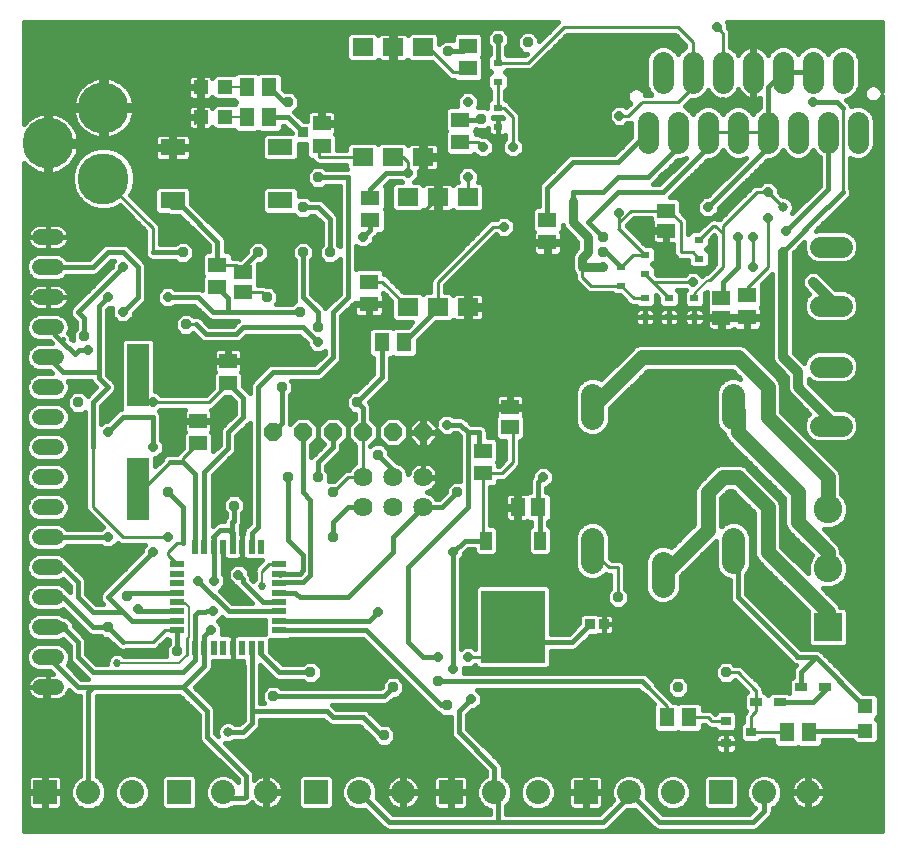
<source format=gtl>
G75*
%MOIN*%
%OFA0B0*%
%FSLAX25Y25*%
%IPPOS*%
%LPD*%
%AMOC8*
5,1,8,0,0,1.08239X$1,22.5*
%
%ADD10R,0.05906X0.05118*%
%ADD11R,0.05118X0.05906*%
%ADD12R,0.03150X0.02362*%
%ADD13R,0.03937X0.03150*%
%ADD14OC8,0.06000*%
%ADD15R,0.02200X0.05000*%
%ADD16R,0.05000X0.02200*%
%ADD17C,0.07087*%
%ADD18C,0.06400*%
%ADD19C,0.17000*%
%ADD20R,0.09500X0.09500*%
%ADD21C,0.09500*%
%ADD22R,0.07008X0.05984*%
%ADD23R,0.03543X0.03150*%
%ADD24R,0.05118X0.06299*%
%ADD25R,0.06299X0.05118*%
%ADD26R,0.03346X0.03543*%
%ADD27C,0.07050*%
%ADD28R,0.07600X0.21000*%
%ADD29R,0.08300X0.05500*%
%ADD30C,0.07800*%
%ADD31R,0.04724X0.04724*%
%ADD32R,0.21260X0.24409*%
%ADD33R,0.03937X0.06299*%
%ADD34R,0.08000X0.08000*%
%ADD35C,0.08000*%
%ADD36C,0.05200*%
%ADD37C,0.01600*%
%ADD38OC8,0.03562*%
%ADD39C,0.01000*%
%ADD40C,0.00800*%
%ADD41OC8,0.03200*%
%ADD42R,0.03562X0.03562*%
%ADD43C,0.03200*%
%ADD44C,0.02700*%
%ADD45C,0.05000*%
%ADD46C,0.03200*%
%ADD47C,0.03000*%
D10*
X0064167Y0133060D03*
X0064167Y0140540D03*
X0074167Y0153060D03*
X0074167Y0160540D03*
X0079167Y0183454D03*
X0079167Y0190146D03*
X0168167Y0145146D03*
X0168167Y0138454D03*
X0220167Y0203954D03*
X0220167Y0210646D03*
X0238667Y0181646D03*
X0238667Y0174954D03*
D11*
X0177513Y0111800D03*
X0170820Y0111800D03*
D12*
X0213167Y0175150D03*
X0213167Y0181450D03*
X0221167Y0181450D03*
X0221167Y0175150D03*
X0229667Y0175150D03*
X0229667Y0181450D03*
X0231167Y0194650D03*
X0231167Y0200950D03*
X0213167Y0195950D03*
X0213167Y0189650D03*
X0205167Y0191950D03*
X0205167Y0185650D03*
X0164167Y0238650D03*
X0164167Y0244950D03*
X0164167Y0253650D03*
X0164167Y0259950D03*
D13*
X0265230Y0051800D03*
X0258104Y0046800D03*
X0250230Y0046800D03*
X0273104Y0051800D03*
D14*
X0139167Y0136800D03*
X0129167Y0136800D03*
X0119167Y0136800D03*
X0109167Y0136800D03*
X0099167Y0136800D03*
X0089167Y0136800D03*
D15*
X0085190Y0098700D03*
X0082041Y0098700D03*
X0078891Y0098700D03*
X0075741Y0098700D03*
X0072592Y0098700D03*
X0069442Y0098700D03*
X0066293Y0098700D03*
X0063143Y0098700D03*
X0063143Y0064900D03*
X0066293Y0064900D03*
X0069442Y0064900D03*
X0072592Y0064900D03*
X0075741Y0064900D03*
X0078891Y0064900D03*
X0082041Y0064900D03*
X0085190Y0064900D03*
D16*
X0091067Y0070776D03*
X0091067Y0073926D03*
X0091067Y0077076D03*
X0091067Y0080225D03*
X0091067Y0083375D03*
X0091067Y0086524D03*
X0091067Y0089674D03*
X0091067Y0092824D03*
X0057267Y0092824D03*
X0057267Y0089674D03*
X0057267Y0086524D03*
X0057267Y0083375D03*
X0057267Y0080225D03*
X0057267Y0077076D03*
X0057267Y0073926D03*
X0057267Y0070776D03*
D17*
X0214167Y0233257D02*
X0214167Y0240343D01*
X0224167Y0240343D02*
X0224167Y0233257D01*
X0234167Y0233257D02*
X0234167Y0240343D01*
X0244167Y0240343D02*
X0244167Y0233257D01*
X0254167Y0233257D02*
X0254167Y0240343D01*
X0264167Y0240343D02*
X0264167Y0233257D01*
X0274167Y0233257D02*
X0274167Y0240343D01*
X0284167Y0240343D02*
X0284167Y0233257D01*
X0279167Y0253257D02*
X0279167Y0260343D01*
X0269167Y0260343D02*
X0269167Y0253257D01*
X0259167Y0253257D02*
X0259167Y0260343D01*
X0249167Y0260343D02*
X0249167Y0253257D01*
X0239167Y0253257D02*
X0239167Y0260343D01*
X0229167Y0260343D02*
X0229167Y0253257D01*
X0219167Y0253257D02*
X0219167Y0260343D01*
D18*
X0139167Y0121800D03*
X0139167Y0111800D03*
X0129167Y0111800D03*
X0119167Y0111800D03*
X0119167Y0121800D03*
X0129167Y0121800D03*
D19*
X0032667Y0221363D03*
X0014163Y0233174D03*
X0032667Y0244985D03*
D20*
X0274167Y0071800D03*
D21*
X0274167Y0091485D03*
X0274167Y0111170D03*
D22*
X0154167Y0178513D03*
X0144167Y0178513D03*
X0134167Y0178513D03*
X0134167Y0215087D03*
X0144167Y0215087D03*
X0154167Y0215087D03*
X0139167Y0228513D03*
X0129167Y0228513D03*
X0119167Y0228513D03*
X0119167Y0265087D03*
X0129167Y0265087D03*
X0139167Y0265087D03*
D23*
X0240230Y0040540D03*
X0248497Y0036800D03*
X0240230Y0033060D03*
D24*
X0227907Y0041800D03*
X0220427Y0041800D03*
X0260427Y0036800D03*
X0267907Y0036800D03*
X0132907Y0166800D03*
X0125427Y0166800D03*
X0087907Y0241800D03*
X0080427Y0241800D03*
X0080427Y0251800D03*
X0087907Y0251800D03*
D25*
X0105348Y0239753D03*
X0105348Y0232272D03*
X0121667Y0215040D03*
X0121667Y0207560D03*
X0121167Y0187040D03*
X0121167Y0179560D03*
X0070667Y0185060D03*
X0070667Y0192540D03*
X0151667Y0233560D03*
X0151667Y0241040D03*
X0154167Y0258060D03*
X0154167Y0265540D03*
X0180667Y0207540D03*
X0180667Y0200060D03*
X0247167Y0182540D03*
X0247167Y0175060D03*
X0159167Y0130540D03*
X0159167Y0123060D03*
D26*
X0194883Y0072800D03*
X0199450Y0072800D03*
D27*
X0271642Y0138957D02*
X0278692Y0138957D01*
X0278692Y0158643D02*
X0271642Y0158643D01*
X0271642Y0178957D02*
X0278692Y0178957D01*
X0278692Y0198643D02*
X0271642Y0198643D01*
D28*
X0044167Y0155800D03*
X0044167Y0117800D03*
D29*
X0055767Y0214100D03*
X0055767Y0231800D03*
X0091667Y0231800D03*
X0091667Y0214100D03*
D30*
X0195667Y0149200D02*
X0195667Y0141400D01*
X0195667Y0101200D02*
X0195667Y0093400D01*
X0219167Y0093200D02*
X0219167Y0085400D01*
X0242667Y0093400D02*
X0242667Y0101200D01*
X0242667Y0141400D02*
X0242667Y0149200D01*
D31*
X0286667Y0045434D03*
X0286667Y0037166D03*
X0073301Y0241800D03*
X0065033Y0241800D03*
X0065033Y0251800D03*
X0073301Y0251800D03*
D32*
X0169167Y0071957D03*
D33*
X0178143Y0100698D03*
X0160190Y0100698D03*
D34*
X0148467Y0016800D03*
X0193467Y0016800D03*
X0238467Y0016800D03*
X0103467Y0016800D03*
X0057967Y0016800D03*
X0013167Y0016800D03*
D35*
X0027646Y0016800D03*
X0042126Y0016800D03*
X0072446Y0016800D03*
X0086926Y0016800D03*
X0117946Y0016800D03*
X0132426Y0016800D03*
X0162946Y0016800D03*
X0177426Y0016800D03*
X0207946Y0016800D03*
X0222426Y0016800D03*
X0252946Y0016800D03*
X0267426Y0016800D03*
D36*
X0016767Y0051800D02*
X0011567Y0051800D01*
X0011567Y0061800D02*
X0016767Y0061800D01*
X0016767Y0071800D02*
X0011567Y0071800D01*
X0011567Y0081800D02*
X0016767Y0081800D01*
X0016767Y0091800D02*
X0011567Y0091800D01*
X0011567Y0101800D02*
X0016767Y0101800D01*
X0016767Y0111800D02*
X0011567Y0111800D01*
X0011567Y0121800D02*
X0016767Y0121800D01*
X0016767Y0131800D02*
X0011567Y0131800D01*
X0011567Y0141800D02*
X0016767Y0141800D01*
X0016767Y0151800D02*
X0011567Y0151800D01*
X0011567Y0161800D02*
X0016767Y0161800D01*
X0016767Y0171800D02*
X0011567Y0171800D01*
X0011567Y0181800D02*
X0016767Y0181800D01*
X0016767Y0191800D02*
X0011567Y0191800D01*
X0011567Y0201800D02*
X0016767Y0201800D01*
D37*
X0006167Y0226681D02*
X0006167Y0003800D01*
X0292088Y0003800D01*
X0292088Y0249013D01*
X0291710Y0248101D01*
X0290866Y0247257D01*
X0289763Y0246800D01*
X0288570Y0246800D01*
X0287467Y0247257D01*
X0286623Y0248101D01*
X0286167Y0249203D01*
X0286167Y0250397D01*
X0286623Y0251499D01*
X0287467Y0252343D01*
X0288570Y0252800D01*
X0289763Y0252800D01*
X0290866Y0252343D01*
X0291710Y0251499D01*
X0292088Y0250587D01*
X0292088Y0273501D01*
X0240557Y0273501D01*
X0240767Y0273291D01*
X0240767Y0271736D01*
X0240993Y0271509D01*
X0240993Y0271509D01*
X0241134Y0271368D01*
X0241134Y0271368D01*
X0241667Y0270082D01*
X0241667Y0265308D01*
X0242307Y0265043D01*
X0243866Y0263483D01*
X0244271Y0262505D01*
X0244597Y0263144D01*
X0245091Y0263824D01*
X0245686Y0264419D01*
X0246366Y0264913D01*
X0247116Y0265295D01*
X0247915Y0265555D01*
X0248746Y0265687D01*
X0248786Y0265687D01*
X0248786Y0257181D01*
X0249548Y0257181D01*
X0249548Y0265687D01*
X0249587Y0265687D01*
X0250418Y0265555D01*
X0251218Y0265295D01*
X0251967Y0264913D01*
X0252648Y0264419D01*
X0253242Y0263824D01*
X0253737Y0263144D01*
X0254062Y0262505D01*
X0254467Y0263483D01*
X0256027Y0265043D01*
X0258064Y0265887D01*
X0260269Y0265887D01*
X0262307Y0265043D01*
X0263866Y0263483D01*
X0264167Y0262758D01*
X0264467Y0263483D01*
X0266027Y0265043D01*
X0268064Y0265887D01*
X0270269Y0265887D01*
X0272307Y0265043D01*
X0273866Y0263483D01*
X0274167Y0262758D01*
X0274467Y0263483D01*
X0276027Y0265043D01*
X0278064Y0265887D01*
X0280269Y0265887D01*
X0282307Y0265043D01*
X0283866Y0263483D01*
X0284710Y0261446D01*
X0284710Y0252154D01*
X0283866Y0250117D01*
X0282307Y0248557D01*
X0280269Y0247713D01*
X0280213Y0247713D01*
X0281540Y0246386D01*
X0281940Y0245421D01*
X0283064Y0245887D01*
X0285269Y0245887D01*
X0287307Y0245043D01*
X0288866Y0243483D01*
X0289710Y0241446D01*
X0289710Y0232154D01*
X0288866Y0230117D01*
X0287307Y0228557D01*
X0285269Y0227713D01*
X0283064Y0227713D01*
X0281667Y0228292D01*
X0281667Y0218081D01*
X0281967Y0217357D01*
X0281967Y0216243D01*
X0281540Y0215214D01*
X0275864Y0209538D01*
X0275864Y0209538D01*
X0275811Y0209484D01*
X0275811Y0209484D01*
X0275542Y0209373D01*
X0270191Y0204022D01*
X0270543Y0204168D01*
X0279791Y0204168D01*
X0281821Y0203326D01*
X0283376Y0201772D01*
X0284217Y0199742D01*
X0284217Y0197544D01*
X0283376Y0195513D01*
X0281821Y0193959D01*
X0279791Y0193118D01*
X0270543Y0193118D01*
X0268512Y0193959D01*
X0266958Y0195513D01*
X0266117Y0197544D01*
X0266117Y0199742D01*
X0266262Y0200093D01*
X0262767Y0196598D01*
X0262767Y0163291D01*
X0266175Y0159883D01*
X0266958Y0161772D01*
X0268512Y0163326D01*
X0270543Y0164168D01*
X0279791Y0164168D01*
X0281821Y0163326D01*
X0283376Y0161772D01*
X0284217Y0159742D01*
X0284217Y0157544D01*
X0283376Y0155513D01*
X0281821Y0153959D01*
X0279791Y0153118D01*
X0270543Y0153118D01*
X0268512Y0153959D01*
X0267767Y0154704D01*
X0267767Y0153291D01*
X0276575Y0144482D01*
X0279791Y0144482D01*
X0281821Y0143641D01*
X0283376Y0142087D01*
X0284217Y0140056D01*
X0284217Y0137858D01*
X0283376Y0135828D01*
X0281821Y0134274D01*
X0279791Y0133432D01*
X0270543Y0133432D01*
X0268512Y0134274D01*
X0266958Y0135828D01*
X0266117Y0137858D01*
X0266117Y0140056D01*
X0266958Y0142087D01*
X0267873Y0143002D01*
X0262127Y0148748D01*
X0261115Y0149761D01*
X0260567Y0151084D01*
X0260567Y0155309D01*
X0257127Y0158748D01*
X0257127Y0158748D01*
X0256115Y0159761D01*
X0255567Y0161084D01*
X0255567Y0189664D01*
X0252073Y0186171D01*
X0252316Y0185928D01*
X0252316Y0179153D01*
X0251805Y0178641D01*
X0251994Y0178314D01*
X0252116Y0177856D01*
X0252116Y0175539D01*
X0247646Y0175539D01*
X0247646Y0174580D01*
X0247646Y0170701D01*
X0250553Y0170701D01*
X0251011Y0170823D01*
X0251421Y0171060D01*
X0251757Y0171396D01*
X0251994Y0171806D01*
X0252116Y0172264D01*
X0252116Y0174580D01*
X0247646Y0174580D01*
X0246687Y0174580D01*
X0246687Y0170701D01*
X0243780Y0170701D01*
X0243322Y0170823D01*
X0242912Y0171060D01*
X0242871Y0171101D01*
X0242725Y0170954D01*
X0242314Y0170717D01*
X0241856Y0170594D01*
X0239146Y0170594D01*
X0239146Y0174474D01*
X0238187Y0174474D01*
X0233914Y0174474D01*
X0233914Y0172158D01*
X0234037Y0171700D01*
X0234274Y0171289D01*
X0234609Y0170954D01*
X0235019Y0170717D01*
X0235477Y0170594D01*
X0238187Y0170594D01*
X0238187Y0174474D01*
X0238187Y0175433D01*
X0233914Y0175433D01*
X0233914Y0177750D01*
X0233979Y0177994D01*
X0233714Y0178259D01*
X0233714Y0183578D01*
X0233241Y0183106D01*
X0233241Y0179440D01*
X0232070Y0178269D01*
X0227263Y0178269D01*
X0226092Y0179440D01*
X0226092Y0183459D01*
X0226754Y0184121D01*
X0226575Y0184300D01*
X0223901Y0184300D01*
X0224741Y0183459D01*
X0224741Y0179440D01*
X0223570Y0178269D01*
X0218763Y0178269D01*
X0217592Y0179440D01*
X0217592Y0181690D01*
X0216741Y0182540D01*
X0216741Y0179440D01*
X0215570Y0178269D01*
X0210763Y0178269D01*
X0210082Y0178950D01*
X0208870Y0178950D01*
X0207951Y0179330D01*
X0207248Y0180033D01*
X0204812Y0182469D01*
X0202763Y0182469D01*
X0202082Y0183150D01*
X0194669Y0183150D01*
X0193751Y0183531D01*
X0190197Y0187085D01*
X0189816Y0188003D01*
X0189816Y0188998D01*
X0189816Y0189350D01*
X0189349Y0189817D01*
X0188816Y0191104D01*
X0188816Y0195646D01*
X0189349Y0196932D01*
X0190667Y0198250D01*
X0190667Y0200350D01*
X0187184Y0203833D01*
X0186199Y0204817D01*
X0185816Y0205743D01*
X0185816Y0204153D01*
X0185305Y0203641D01*
X0185494Y0203314D01*
X0185616Y0202856D01*
X0185616Y0200539D01*
X0181146Y0200539D01*
X0181146Y0199580D01*
X0181146Y0195701D01*
X0184053Y0195701D01*
X0184511Y0195823D01*
X0184921Y0196060D01*
X0185257Y0196396D01*
X0185494Y0196806D01*
X0185616Y0197264D01*
X0185616Y0199580D01*
X0181146Y0199580D01*
X0180187Y0199580D01*
X0180187Y0195701D01*
X0177280Y0195701D01*
X0176822Y0195823D01*
X0176412Y0196060D01*
X0176077Y0196396D01*
X0175840Y0196806D01*
X0175717Y0197264D01*
X0175717Y0199580D01*
X0180187Y0199580D01*
X0180187Y0200539D01*
X0175717Y0200539D01*
X0175717Y0202856D01*
X0175840Y0203314D01*
X0176029Y0203641D01*
X0175517Y0204153D01*
X0175517Y0210928D01*
X0176689Y0212099D01*
X0177867Y0212099D01*
X0177867Y0218857D01*
X0178293Y0219886D01*
X0186793Y0228386D01*
X0187581Y0229174D01*
X0188610Y0229600D01*
X0203007Y0229600D01*
X0208623Y0235216D01*
X0208623Y0239990D01*
X0208164Y0239800D01*
X0207258Y0239800D01*
X0206158Y0238700D01*
X0203175Y0238700D01*
X0201067Y0240809D01*
X0201067Y0243791D01*
X0203175Y0245900D01*
X0206158Y0245900D01*
X0206944Y0245113D01*
X0208278Y0246446D01*
X0207623Y0247101D01*
X0207167Y0248203D01*
X0207167Y0249397D01*
X0207623Y0250499D01*
X0208467Y0251343D01*
X0209570Y0251800D01*
X0210763Y0251800D01*
X0211866Y0251343D01*
X0212710Y0250499D01*
X0213167Y0249397D01*
X0213167Y0249300D01*
X0215284Y0249300D01*
X0214467Y0250117D01*
X0213623Y0252154D01*
X0213623Y0261446D01*
X0214467Y0263483D01*
X0216027Y0265043D01*
X0218064Y0265887D01*
X0220269Y0265887D01*
X0222307Y0265043D01*
X0223866Y0263483D01*
X0224167Y0262758D01*
X0224467Y0263483D01*
X0226027Y0265043D01*
X0226667Y0265308D01*
X0226667Y0265764D01*
X0223131Y0269300D01*
X0187053Y0269300D01*
X0175583Y0257830D01*
X0174664Y0257450D01*
X0167251Y0257450D01*
X0166601Y0256800D01*
X0167741Y0255660D01*
X0167741Y0251641D01*
X0166667Y0250566D01*
X0166667Y0248034D01*
X0167741Y0246959D01*
X0167741Y0246761D01*
X0168136Y0246366D01*
X0171286Y0243216D01*
X0171667Y0242297D01*
X0171667Y0234391D01*
X0172767Y0233291D01*
X0172767Y0230309D01*
X0170658Y0228200D01*
X0167675Y0228200D01*
X0165567Y0230309D01*
X0165567Y0233291D01*
X0166667Y0234391D01*
X0166667Y0235925D01*
X0166436Y0235792D01*
X0165978Y0235669D01*
X0164167Y0235669D01*
X0164167Y0238650D01*
X0164167Y0238650D01*
X0164167Y0235669D01*
X0162355Y0235669D01*
X0161897Y0235792D01*
X0161487Y0236029D01*
X0161151Y0236364D01*
X0160915Y0236775D01*
X0160792Y0237232D01*
X0160792Y0238078D01*
X0160233Y0237519D01*
X0157100Y0237519D01*
X0156816Y0237803D01*
X0156816Y0237653D01*
X0156464Y0237300D01*
X0156816Y0236947D01*
X0156816Y0236060D01*
X0157904Y0236060D01*
X0158823Y0235679D01*
X0159102Y0235400D01*
X0160658Y0235400D01*
X0162767Y0233291D01*
X0162767Y0230309D01*
X0160658Y0228200D01*
X0157675Y0228200D01*
X0156260Y0229616D01*
X0155645Y0229001D01*
X0147689Y0229001D01*
X0146517Y0230172D01*
X0146517Y0236947D01*
X0146870Y0237300D01*
X0146517Y0237653D01*
X0146517Y0244428D01*
X0147689Y0245599D01*
X0150567Y0245599D01*
X0150567Y0248291D01*
X0152675Y0250400D01*
X0155658Y0250400D01*
X0157767Y0248291D01*
X0157767Y0245309D01*
X0157539Y0245081D01*
X0160233Y0245081D01*
X0160592Y0244722D01*
X0160592Y0246959D01*
X0161667Y0248034D01*
X0161667Y0250566D01*
X0160592Y0251641D01*
X0160592Y0255660D01*
X0161732Y0256800D01*
X0160592Y0257940D01*
X0160592Y0261959D01*
X0161367Y0262734D01*
X0161367Y0265253D01*
X0160386Y0266234D01*
X0160386Y0269366D01*
X0162600Y0271581D01*
X0165733Y0271581D01*
X0167948Y0269366D01*
X0167948Y0266234D01*
X0166967Y0265253D01*
X0166967Y0262734D01*
X0167251Y0262450D01*
X0173131Y0262450D01*
X0173700Y0263019D01*
X0172600Y0263019D01*
X0170386Y0265234D01*
X0170386Y0268366D01*
X0172600Y0270581D01*
X0175733Y0270581D01*
X0177948Y0268366D01*
X0177948Y0267266D01*
X0184182Y0273501D01*
X0006167Y0273501D01*
X0006167Y0239667D01*
X0006470Y0240048D01*
X0007289Y0240866D01*
X0008193Y0241588D01*
X0009173Y0242203D01*
X0010215Y0242705D01*
X0011307Y0243087D01*
X0012435Y0243344D01*
X0013363Y0243449D01*
X0013363Y0233974D01*
X0014963Y0233974D01*
X0024438Y0233974D01*
X0024333Y0234902D01*
X0024076Y0236030D01*
X0023694Y0237122D01*
X0023192Y0238164D01*
X0022576Y0239144D01*
X0021855Y0240048D01*
X0021037Y0240866D01*
X0020132Y0241588D01*
X0019153Y0242203D01*
X0018111Y0242705D01*
X0017019Y0243087D01*
X0015891Y0243344D01*
X0014963Y0243449D01*
X0014963Y0233974D01*
X0014963Y0232374D01*
X0024438Y0232374D01*
X0024333Y0231446D01*
X0024076Y0230318D01*
X0023694Y0229226D01*
X0023192Y0228184D01*
X0022576Y0227204D01*
X0021855Y0226300D01*
X0021037Y0225482D01*
X0020132Y0224760D01*
X0019153Y0224145D01*
X0018111Y0223643D01*
X0017019Y0223261D01*
X0015891Y0223004D01*
X0014963Y0222899D01*
X0014963Y0232374D01*
X0013363Y0232374D01*
X0013363Y0222899D01*
X0012435Y0223004D01*
X0011307Y0223261D01*
X0010215Y0223643D01*
X0009173Y0224145D01*
X0008193Y0224760D01*
X0007289Y0225482D01*
X0006470Y0226300D01*
X0006167Y0226681D01*
X0006167Y0225592D02*
X0007179Y0225592D01*
X0006167Y0223993D02*
X0009488Y0223993D01*
X0006167Y0222395D02*
X0022167Y0222395D01*
X0022167Y0222745D02*
X0022167Y0219981D01*
X0022882Y0217310D01*
X0024265Y0214916D01*
X0026220Y0212961D01*
X0028614Y0211579D01*
X0031284Y0210863D01*
X0034049Y0210863D01*
X0036720Y0211579D01*
X0038112Y0212382D01*
X0046667Y0203827D01*
X0046667Y0198081D01*
X0046367Y0197357D01*
X0046367Y0196243D01*
X0046793Y0195214D01*
X0047581Y0194426D01*
X0048610Y0194000D01*
X0056619Y0194000D01*
X0057600Y0193019D01*
X0060733Y0193019D01*
X0062948Y0195234D01*
X0062948Y0198366D01*
X0060733Y0200581D01*
X0057600Y0200581D01*
X0056619Y0199600D01*
X0051667Y0199600D01*
X0051667Y0205360D01*
X0051286Y0206279D01*
X0041647Y0215918D01*
X0042451Y0217310D01*
X0043167Y0219981D01*
X0043167Y0222745D01*
X0042451Y0225416D01*
X0041069Y0227810D01*
X0039114Y0229765D01*
X0036720Y0231147D01*
X0034049Y0231863D01*
X0031284Y0231863D01*
X0028614Y0231147D01*
X0026220Y0229765D01*
X0024265Y0227810D01*
X0022882Y0225416D01*
X0022167Y0222745D01*
X0022501Y0223993D02*
X0018837Y0223993D01*
X0021147Y0225592D02*
X0022984Y0225592D01*
X0022565Y0227190D02*
X0023907Y0227190D01*
X0023483Y0228789D02*
X0025243Y0228789D01*
X0024091Y0230387D02*
X0027297Y0230387D01*
X0024394Y0231986D02*
X0055192Y0231986D01*
X0055192Y0232375D02*
X0055192Y0231225D01*
X0056342Y0231225D01*
X0056342Y0232375D01*
X0061717Y0232375D01*
X0061717Y0234787D01*
X0061594Y0235245D01*
X0061357Y0235655D01*
X0061022Y0235990D01*
X0060611Y0236227D01*
X0060154Y0236350D01*
X0056342Y0236350D01*
X0056342Y0232375D01*
X0055192Y0232375D01*
X0055192Y0236350D01*
X0051380Y0236350D01*
X0050922Y0236227D01*
X0050511Y0235990D01*
X0050176Y0235655D01*
X0049939Y0235245D01*
X0049817Y0234787D01*
X0049817Y0232375D01*
X0055192Y0232375D01*
X0055192Y0231225D02*
X0049817Y0231225D01*
X0049817Y0228813D01*
X0049939Y0228355D01*
X0050176Y0227945D01*
X0050511Y0227610D01*
X0050922Y0227373D01*
X0051380Y0227250D01*
X0055192Y0227250D01*
X0055192Y0231225D01*
X0055192Y0230387D02*
X0056342Y0230387D01*
X0056342Y0231225D02*
X0056342Y0227250D01*
X0060154Y0227250D01*
X0060611Y0227373D01*
X0061022Y0227610D01*
X0061357Y0227945D01*
X0061594Y0228355D01*
X0061717Y0228813D01*
X0061717Y0231225D01*
X0056342Y0231225D01*
X0056342Y0231986D02*
X0085517Y0231986D01*
X0085517Y0233584D02*
X0061717Y0233584D01*
X0061611Y0235183D02*
X0085517Y0235183D01*
X0085517Y0235378D02*
X0085517Y0228222D01*
X0086688Y0227050D01*
X0096645Y0227050D01*
X0097817Y0228222D01*
X0097817Y0233019D01*
X0100198Y0233019D01*
X0100198Y0228885D01*
X0101370Y0227713D01*
X0102244Y0227713D01*
X0102500Y0227096D01*
X0103203Y0226393D01*
X0104122Y0226013D01*
X0113663Y0226013D01*
X0113663Y0224692D01*
X0113755Y0224600D01*
X0106714Y0224600D01*
X0105733Y0225581D01*
X0102600Y0225581D01*
X0100386Y0223366D01*
X0100386Y0220234D01*
X0102600Y0218019D01*
X0105733Y0218019D01*
X0106714Y0219000D01*
X0111367Y0219000D01*
X0111367Y0198947D01*
X0110967Y0199347D01*
X0110967Y0208357D01*
X0110540Y0209386D01*
X0106540Y0213386D01*
X0105753Y0214174D01*
X0104724Y0214600D01*
X0101714Y0214600D01*
X0100733Y0215581D01*
X0097817Y0215581D01*
X0097817Y0217678D01*
X0096645Y0218850D01*
X0086688Y0218850D01*
X0085517Y0217678D01*
X0085517Y0210522D01*
X0086688Y0209350D01*
X0096269Y0209350D01*
X0097600Y0208019D01*
X0100733Y0208019D01*
X0101714Y0209000D01*
X0103007Y0209000D01*
X0105367Y0206640D01*
X0105367Y0199347D01*
X0104386Y0198366D01*
X0104386Y0195234D01*
X0106600Y0193019D01*
X0109733Y0193019D01*
X0111367Y0194653D01*
X0111367Y0182960D01*
X0107581Y0179174D01*
X0106793Y0178386D01*
X0106667Y0178081D01*
X0106540Y0178386D01*
X0105753Y0179174D01*
X0101967Y0182960D01*
X0101967Y0194253D01*
X0102948Y0195234D01*
X0102948Y0198366D01*
X0100733Y0200581D01*
X0097600Y0200581D01*
X0095386Y0198366D01*
X0095386Y0195234D01*
X0096367Y0194253D01*
X0096367Y0181243D01*
X0096641Y0180581D01*
X0096600Y0180581D01*
X0095619Y0179600D01*
X0090314Y0179600D01*
X0090948Y0180234D01*
X0090948Y0183366D01*
X0088733Y0185581D01*
X0086910Y0185581D01*
X0086010Y0185954D01*
X0084119Y0185954D01*
X0084119Y0192793D01*
X0084345Y0193019D01*
X0085733Y0193019D01*
X0087948Y0195234D01*
X0087948Y0198366D01*
X0085733Y0200581D01*
X0082600Y0200581D01*
X0080386Y0198366D01*
X0080386Y0196979D01*
X0078112Y0194705D01*
X0078078Y0194705D01*
X0077270Y0195040D01*
X0075816Y0195040D01*
X0075816Y0195928D01*
X0074645Y0197099D01*
X0073467Y0197099D01*
X0073467Y0200857D01*
X0073040Y0201886D01*
X0061917Y0213010D01*
X0061917Y0217678D01*
X0060745Y0218850D01*
X0050788Y0218850D01*
X0049617Y0217678D01*
X0049617Y0210522D01*
X0050788Y0209350D01*
X0054165Y0209350D01*
X0055010Y0209000D01*
X0058007Y0209000D01*
X0067867Y0199140D01*
X0067867Y0197099D01*
X0066689Y0197099D01*
X0065517Y0195928D01*
X0065517Y0189153D01*
X0065870Y0188800D01*
X0065517Y0188447D01*
X0065517Y0184271D01*
X0064724Y0184600D01*
X0056458Y0184600D01*
X0055658Y0185400D01*
X0052675Y0185400D01*
X0050567Y0183291D01*
X0050567Y0180309D01*
X0052675Y0178200D01*
X0055658Y0178200D01*
X0056458Y0179000D01*
X0063007Y0179000D01*
X0067581Y0174426D01*
X0068610Y0174000D01*
X0077407Y0174000D01*
X0076793Y0173386D01*
X0075723Y0172317D01*
X0067893Y0172317D01*
X0065036Y0175174D01*
X0064007Y0175600D01*
X0062893Y0175600D01*
X0062766Y0175547D01*
X0061733Y0176581D01*
X0058600Y0176581D01*
X0056386Y0174366D01*
X0056386Y0171234D01*
X0058600Y0169019D01*
X0061733Y0169019D01*
X0062502Y0169788D01*
X0064360Y0167930D01*
X0065148Y0167143D01*
X0066177Y0166717D01*
X0077440Y0166717D01*
X0078469Y0167143D01*
X0080326Y0169000D01*
X0098007Y0169000D01*
X0100567Y0166440D01*
X0100567Y0165309D01*
X0102675Y0163200D01*
X0105658Y0163200D01*
X0106367Y0163909D01*
X0106367Y0162960D01*
X0103007Y0159600D01*
X0088610Y0159600D01*
X0087581Y0159174D01*
X0082581Y0154174D01*
X0081793Y0153386D01*
X0081367Y0152357D01*
X0081367Y0149820D01*
X0080753Y0150434D01*
X0079119Y0152067D01*
X0079119Y0156447D01*
X0078608Y0156959D01*
X0078797Y0157286D01*
X0078919Y0157744D01*
X0078919Y0160061D01*
X0074646Y0160061D01*
X0074646Y0161020D01*
X0073687Y0161020D01*
X0073687Y0164899D01*
X0070977Y0164899D01*
X0070519Y0164777D01*
X0070109Y0164540D01*
X0069774Y0164204D01*
X0069537Y0163794D01*
X0069414Y0163336D01*
X0069414Y0161020D01*
X0073687Y0161020D01*
X0073687Y0160061D01*
X0069414Y0160061D01*
X0069414Y0157744D01*
X0069537Y0157286D01*
X0069726Y0156959D01*
X0069214Y0156447D01*
X0069214Y0151643D01*
X0066871Y0149300D01*
X0051758Y0149300D01*
X0050658Y0150400D01*
X0049967Y0150400D01*
X0049967Y0167128D01*
X0048795Y0168300D01*
X0039538Y0168300D01*
X0038367Y0167128D01*
X0038367Y0144499D01*
X0037581Y0144174D01*
X0033807Y0140400D01*
X0032675Y0140400D01*
X0031967Y0139691D01*
X0031967Y0145640D01*
X0035753Y0149426D01*
X0036540Y0150214D01*
X0036967Y0151243D01*
X0036967Y0152357D01*
X0036540Y0153386D01*
X0033967Y0155960D01*
X0033967Y0177640D01*
X0034526Y0178200D01*
X0035567Y0178200D01*
X0035567Y0175309D01*
X0037675Y0173200D01*
X0040658Y0173200D01*
X0042767Y0175309D01*
X0042767Y0176440D01*
X0046540Y0180214D01*
X0046967Y0181243D01*
X0046967Y0192357D01*
X0046540Y0193386D01*
X0045753Y0194174D01*
X0040753Y0199174D01*
X0039724Y0199600D01*
X0033610Y0199600D01*
X0032581Y0199174D01*
X0031793Y0198386D01*
X0028007Y0194600D01*
X0020472Y0194600D01*
X0019372Y0195700D01*
X0017682Y0196400D01*
X0010652Y0196400D01*
X0008961Y0195700D01*
X0007667Y0194406D01*
X0006967Y0192715D01*
X0006967Y0190885D01*
X0007667Y0189194D01*
X0008961Y0187900D01*
X0010652Y0187200D01*
X0017682Y0187200D01*
X0019372Y0187900D01*
X0020472Y0189000D01*
X0029724Y0189000D01*
X0030753Y0189426D01*
X0035326Y0194000D01*
X0036276Y0194000D01*
X0035567Y0193291D01*
X0035567Y0192160D01*
X0021793Y0178386D01*
X0021367Y0177357D01*
X0021367Y0176243D01*
X0021793Y0175214D01*
X0022581Y0174426D01*
X0023367Y0173640D01*
X0023367Y0171347D01*
X0022386Y0170366D01*
X0022386Y0167541D01*
X0021967Y0167960D01*
X0021967Y0168357D01*
X0021540Y0169386D01*
X0020978Y0169948D01*
X0021367Y0170885D01*
X0021367Y0172715D01*
X0020666Y0174406D01*
X0019372Y0175700D01*
X0017682Y0176400D01*
X0010652Y0176400D01*
X0008961Y0175700D01*
X0007667Y0174406D01*
X0006967Y0172715D01*
X0006967Y0170885D01*
X0007667Y0169194D01*
X0008961Y0167900D01*
X0010652Y0167200D01*
X0014807Y0167200D01*
X0015607Y0166400D01*
X0010652Y0166400D01*
X0008961Y0165700D01*
X0007667Y0164406D01*
X0006967Y0162715D01*
X0006967Y0160885D01*
X0007667Y0159194D01*
X0008961Y0157900D01*
X0010652Y0157200D01*
X0014807Y0157200D01*
X0015607Y0156400D01*
X0010652Y0156400D01*
X0008961Y0155700D01*
X0007667Y0154406D01*
X0006967Y0152715D01*
X0006967Y0150885D01*
X0007667Y0149194D01*
X0008961Y0147900D01*
X0010652Y0147200D01*
X0017682Y0147200D01*
X0019372Y0147900D01*
X0020666Y0149194D01*
X0021367Y0150885D01*
X0021367Y0152715D01*
X0020834Y0154000D01*
X0028467Y0154000D01*
X0028793Y0153214D01*
X0030207Y0151800D01*
X0027581Y0149174D01*
X0027581Y0149174D01*
X0027360Y0148954D01*
X0025733Y0150581D01*
X0022600Y0150581D01*
X0020386Y0148366D01*
X0020386Y0145234D01*
X0022600Y0143019D01*
X0025733Y0143019D01*
X0026367Y0143653D01*
X0026367Y0131243D01*
X0026667Y0130519D01*
X0026667Y0111303D01*
X0027047Y0110384D01*
X0032353Y0105078D01*
X0031875Y0104600D01*
X0020472Y0104600D01*
X0019372Y0105700D01*
X0017682Y0106400D01*
X0010652Y0106400D01*
X0008961Y0105700D01*
X0007667Y0104406D01*
X0006967Y0102715D01*
X0006967Y0100885D01*
X0007667Y0099194D01*
X0008961Y0097900D01*
X0010652Y0097200D01*
X0017682Y0097200D01*
X0019372Y0097900D01*
X0020472Y0099000D01*
X0031875Y0099000D01*
X0032675Y0098200D01*
X0035658Y0098200D01*
X0037444Y0099987D01*
X0037751Y0099681D01*
X0038669Y0099300D01*
X0046576Y0099300D01*
X0045567Y0098291D01*
X0045567Y0097160D01*
X0032581Y0084174D01*
X0031793Y0083386D01*
X0031367Y0082357D01*
X0031367Y0081243D01*
X0031793Y0080214D01*
X0032407Y0079600D01*
X0030326Y0079600D01*
X0026967Y0082960D01*
X0026967Y0087357D01*
X0026540Y0088386D01*
X0021540Y0093386D01*
X0020769Y0094157D01*
X0020666Y0094406D01*
X0019372Y0095700D01*
X0017682Y0096400D01*
X0010652Y0096400D01*
X0008961Y0095700D01*
X0007667Y0094406D01*
X0006967Y0092715D01*
X0006967Y0090885D01*
X0007667Y0089194D01*
X0008961Y0087900D01*
X0010652Y0087200D01*
X0017682Y0087200D01*
X0019184Y0087822D01*
X0021367Y0085640D01*
X0021367Y0083560D01*
X0020769Y0084157D01*
X0020666Y0084406D01*
X0019372Y0085700D01*
X0017682Y0086400D01*
X0010652Y0086400D01*
X0008961Y0085700D01*
X0007667Y0084406D01*
X0006967Y0082715D01*
X0006967Y0080885D01*
X0007667Y0079194D01*
X0008961Y0077900D01*
X0010652Y0077200D01*
X0017682Y0077200D01*
X0019184Y0077822D01*
X0026793Y0070214D01*
X0027581Y0069426D01*
X0028610Y0069000D01*
X0031619Y0069000D01*
X0032600Y0068019D01*
X0033988Y0068019D01*
X0037581Y0064426D01*
X0038610Y0064000D01*
X0039724Y0064000D01*
X0040448Y0064300D01*
X0049664Y0064300D01*
X0050583Y0064681D01*
X0053758Y0067856D01*
X0053938Y0067676D01*
X0054367Y0067676D01*
X0054367Y0066347D01*
X0053386Y0065366D01*
X0053386Y0062325D01*
X0039629Y0062325D01*
X0039189Y0062765D01*
X0037958Y0063275D01*
X0036625Y0063275D01*
X0035394Y0062765D01*
X0034452Y0061823D01*
X0033942Y0060591D01*
X0033942Y0059600D01*
X0030326Y0059600D01*
X0026967Y0062960D01*
X0026967Y0067357D01*
X0026540Y0068386D01*
X0022767Y0072160D01*
X0022767Y0073291D01*
X0020658Y0075400D01*
X0019672Y0075400D01*
X0019372Y0075700D01*
X0017682Y0076400D01*
X0010652Y0076400D01*
X0008961Y0075700D01*
X0007667Y0074406D01*
X0006967Y0072715D01*
X0006967Y0070885D01*
X0007667Y0069194D01*
X0008961Y0067900D01*
X0010652Y0067200D01*
X0017682Y0067200D01*
X0019184Y0067822D01*
X0021367Y0065640D01*
X0021367Y0061243D01*
X0021793Y0060214D01*
X0027407Y0054600D01*
X0025326Y0054600D01*
X0020686Y0059241D01*
X0021367Y0060885D01*
X0021367Y0062715D01*
X0020666Y0064406D01*
X0019372Y0065700D01*
X0017682Y0066400D01*
X0010652Y0066400D01*
X0008961Y0065700D01*
X0007667Y0064406D01*
X0006967Y0062715D01*
X0006967Y0060885D01*
X0007667Y0059194D01*
X0008961Y0057900D01*
X0010652Y0057200D01*
X0014807Y0057200D01*
X0015807Y0056200D01*
X0014167Y0056200D01*
X0014167Y0051800D01*
X0014167Y0047400D01*
X0017113Y0047400D01*
X0017797Y0047508D01*
X0018456Y0047722D01*
X0019073Y0048037D01*
X0019633Y0048444D01*
X0020123Y0048934D01*
X0020530Y0049494D01*
X0020844Y0050111D01*
X0021058Y0050770D01*
X0021083Y0050924D01*
X0021793Y0050214D01*
X0022581Y0049426D01*
X0023610Y0049000D01*
X0024846Y0049000D01*
X0024846Y0022135D01*
X0024247Y0021887D01*
X0022560Y0020199D01*
X0021646Y0017993D01*
X0021646Y0015607D01*
X0022560Y0013401D01*
X0024247Y0011713D01*
X0026453Y0010800D01*
X0028840Y0010800D01*
X0031045Y0011713D01*
X0032733Y0013401D01*
X0033646Y0015607D01*
X0033646Y0017993D01*
X0032733Y0020199D01*
X0031045Y0021887D01*
X0030446Y0022135D01*
X0030446Y0049000D01*
X0058007Y0049000D01*
X0064367Y0042640D01*
X0064367Y0034743D01*
X0064793Y0033714D01*
X0077367Y0021140D01*
X0077367Y0020365D01*
X0075845Y0021887D01*
X0073640Y0022800D01*
X0071253Y0022800D01*
X0069047Y0021887D01*
X0067360Y0020199D01*
X0066446Y0017993D01*
X0066446Y0015607D01*
X0067360Y0013401D01*
X0069047Y0011713D01*
X0071253Y0010800D01*
X0073640Y0010800D01*
X0075845Y0011713D01*
X0076131Y0012000D01*
X0080224Y0012000D01*
X0081253Y0012426D01*
X0082040Y0013214D01*
X0082227Y0013400D01*
X0082502Y0013022D01*
X0083147Y0012376D01*
X0083886Y0011839D01*
X0084699Y0011425D01*
X0085568Y0011143D01*
X0086469Y0011000D01*
X0086545Y0011000D01*
X0086545Y0016419D01*
X0087307Y0016419D01*
X0087307Y0017181D01*
X0092726Y0017181D01*
X0092726Y0017256D01*
X0092583Y0018158D01*
X0092301Y0019026D01*
X0091886Y0019840D01*
X0091350Y0020578D01*
X0090704Y0021224D01*
X0089966Y0021761D01*
X0089152Y0022175D01*
X0088284Y0022457D01*
X0087382Y0022600D01*
X0087307Y0022600D01*
X0087307Y0017181D01*
X0086545Y0017181D01*
X0086545Y0022600D01*
X0086469Y0022600D01*
X0085568Y0022457D01*
X0084699Y0022175D01*
X0083886Y0021761D01*
X0083147Y0021224D01*
X0082967Y0021043D01*
X0082967Y0022857D01*
X0082540Y0023886D01*
X0081753Y0024674D01*
X0081753Y0024674D01*
X0073068Y0033359D01*
X0073451Y0033200D01*
X0074883Y0033200D01*
X0076206Y0033748D01*
X0076458Y0034000D01*
X0079724Y0034000D01*
X0080753Y0034426D01*
X0083753Y0037426D01*
X0084540Y0038214D01*
X0084967Y0039243D01*
X0084967Y0041000D01*
X0106007Y0041000D01*
X0107581Y0039426D01*
X0108610Y0039000D01*
X0118007Y0039000D01*
X0122386Y0034621D01*
X0122386Y0034234D01*
X0124600Y0032019D01*
X0127733Y0032019D01*
X0129948Y0034234D01*
X0129948Y0037366D01*
X0127733Y0039581D01*
X0125345Y0039581D01*
X0121540Y0043386D01*
X0120753Y0044174D01*
X0119724Y0044600D01*
X0110326Y0044600D01*
X0108926Y0046000D01*
X0126724Y0046000D01*
X0127753Y0046426D01*
X0129345Y0048019D01*
X0130733Y0048019D01*
X0132948Y0050234D01*
X0132948Y0053366D01*
X0130733Y0055581D01*
X0127600Y0055581D01*
X0125386Y0053366D01*
X0125386Y0051979D01*
X0125007Y0051600D01*
X0091714Y0051600D01*
X0090733Y0052581D01*
X0087600Y0052581D01*
X0085386Y0050366D01*
X0085386Y0047234D01*
X0086019Y0046600D01*
X0084967Y0046600D01*
X0084967Y0059087D01*
X0089628Y0054426D01*
X0090657Y0054000D01*
X0099119Y0054000D01*
X0100100Y0053019D01*
X0103233Y0053019D01*
X0105448Y0055234D01*
X0105448Y0058366D01*
X0103233Y0060581D01*
X0100100Y0060581D01*
X0099119Y0059600D01*
X0092374Y0059600D01*
X0088290Y0063683D01*
X0088290Y0067676D01*
X0094395Y0067676D01*
X0094695Y0067976D01*
X0119030Y0067976D01*
X0143581Y0043426D01*
X0144610Y0043000D01*
X0144619Y0043000D01*
X0145600Y0042019D01*
X0148367Y0042019D01*
X0148367Y0036243D01*
X0148793Y0035214D01*
X0160146Y0023861D01*
X0160146Y0022135D01*
X0159547Y0021887D01*
X0157860Y0020199D01*
X0156946Y0017993D01*
X0156946Y0015607D01*
X0157860Y0013401D01*
X0159547Y0011713D01*
X0161367Y0010960D01*
X0161367Y0009600D01*
X0129106Y0009600D01*
X0123698Y0015008D01*
X0123946Y0015607D01*
X0123946Y0017993D01*
X0123033Y0020199D01*
X0121345Y0021887D01*
X0119140Y0022800D01*
X0116753Y0022800D01*
X0114547Y0021887D01*
X0112860Y0020199D01*
X0111946Y0017993D01*
X0111946Y0015607D01*
X0112860Y0013401D01*
X0114547Y0011713D01*
X0116753Y0010800D01*
X0119140Y0010800D01*
X0119738Y0011048D01*
X0125572Y0005214D01*
X0126360Y0004426D01*
X0127389Y0004000D01*
X0199724Y0004000D01*
X0200753Y0004426D01*
X0207126Y0010800D01*
X0209140Y0010800D01*
X0209738Y0011048D01*
X0215572Y0005214D01*
X0216360Y0004426D01*
X0217389Y0004000D01*
X0249724Y0004000D01*
X0250753Y0004426D01*
X0254532Y0008206D01*
X0255320Y0008993D01*
X0255746Y0010023D01*
X0255746Y0011465D01*
X0256345Y0011713D01*
X0258033Y0013401D01*
X0258946Y0015607D01*
X0258946Y0017993D01*
X0258033Y0020199D01*
X0256345Y0021887D01*
X0254140Y0022800D01*
X0251753Y0022800D01*
X0249547Y0021887D01*
X0247860Y0020199D01*
X0246946Y0017993D01*
X0246946Y0015607D01*
X0247860Y0013401D01*
X0249547Y0011713D01*
X0249953Y0011546D01*
X0248007Y0009600D01*
X0219106Y0009600D01*
X0213698Y0015008D01*
X0213946Y0015607D01*
X0213946Y0017993D01*
X0213033Y0020199D01*
X0211345Y0021887D01*
X0209140Y0022800D01*
X0206753Y0022800D01*
X0204547Y0021887D01*
X0202860Y0020199D01*
X0201946Y0017993D01*
X0201946Y0015607D01*
X0202552Y0014145D01*
X0198007Y0009600D01*
X0166967Y0009600D01*
X0166967Y0012335D01*
X0168033Y0013401D01*
X0168946Y0015607D01*
X0168946Y0017993D01*
X0168033Y0020199D01*
X0166345Y0021887D01*
X0165746Y0022135D01*
X0165746Y0025577D01*
X0165320Y0026607D01*
X0164532Y0027394D01*
X0153967Y0037960D01*
X0153967Y0042640D01*
X0155526Y0044200D01*
X0156658Y0044200D01*
X0158767Y0046309D01*
X0158767Y0049291D01*
X0157058Y0051000D01*
X0211007Y0051000D01*
X0212581Y0049426D01*
X0213305Y0049126D01*
X0216260Y0046171D01*
X0215867Y0045778D01*
X0215867Y0037822D01*
X0217039Y0036650D01*
X0223814Y0036650D01*
X0224167Y0037003D01*
X0224519Y0036650D01*
X0231294Y0036650D01*
X0232466Y0037822D01*
X0232466Y0039300D01*
X0233131Y0039300D01*
X0233717Y0038714D01*
X0233717Y0038714D01*
X0233858Y0038573D01*
X0233858Y0038573D01*
X0235145Y0038040D01*
X0236555Y0038040D01*
X0237630Y0036965D01*
X0242830Y0036965D01*
X0244001Y0038137D01*
X0244001Y0042943D01*
X0242830Y0044115D01*
X0237630Y0044115D01*
X0236555Y0043040D01*
X0236462Y0043040D01*
X0236286Y0043216D01*
X0235583Y0043919D01*
X0234664Y0044300D01*
X0232466Y0044300D01*
X0232466Y0045778D01*
X0231294Y0046950D01*
X0224519Y0046950D01*
X0224167Y0046597D01*
X0223814Y0046950D01*
X0222549Y0046950D01*
X0222546Y0046956D01*
X0221843Y0047660D01*
X0216840Y0052662D01*
X0216540Y0053386D01*
X0214540Y0055386D01*
X0213753Y0056174D01*
X0212724Y0056600D01*
X0152767Y0056600D01*
X0152767Y0058200D01*
X0155658Y0058200D01*
X0156537Y0059079D01*
X0156537Y0058924D01*
X0157708Y0057753D01*
X0180625Y0057753D01*
X0181797Y0058924D01*
X0181797Y0064000D01*
X0189440Y0064000D01*
X0190469Y0064426D01*
X0191257Y0065214D01*
X0195071Y0069028D01*
X0197385Y0069028D01*
X0197585Y0069228D01*
X0199413Y0069228D01*
X0199413Y0072763D01*
X0199487Y0072763D01*
X0199487Y0069228D01*
X0201360Y0069228D01*
X0201818Y0069351D01*
X0202229Y0069588D01*
X0202564Y0069923D01*
X0202801Y0070334D01*
X0202923Y0070791D01*
X0202923Y0072763D01*
X0199487Y0072763D01*
X0199487Y0072837D01*
X0199413Y0072837D01*
X0199413Y0076372D01*
X0197585Y0076372D01*
X0197385Y0076572D01*
X0192382Y0076572D01*
X0191210Y0075400D01*
X0191210Y0073087D01*
X0187723Y0069600D01*
X0181797Y0069600D01*
X0181797Y0084991D01*
X0180625Y0086162D01*
X0157708Y0086162D01*
X0156537Y0084991D01*
X0156537Y0064521D01*
X0155658Y0065400D01*
X0152675Y0065400D01*
X0151967Y0064691D01*
X0151967Y0094509D01*
X0152767Y0095309D01*
X0152767Y0096440D01*
X0154224Y0097898D01*
X0156222Y0097898D01*
X0156222Y0096720D01*
X0157393Y0095548D01*
X0162987Y0095548D01*
X0164159Y0096720D01*
X0164159Y0104676D01*
X0162987Y0105847D01*
X0161667Y0105847D01*
X0161667Y0118501D01*
X0163145Y0118501D01*
X0164316Y0119672D01*
X0164316Y0120560D01*
X0165924Y0120560D01*
X0166843Y0120940D01*
X0170583Y0124681D01*
X0171286Y0125384D01*
X0171667Y0126303D01*
X0171667Y0133894D01*
X0171948Y0133894D01*
X0173119Y0135066D01*
X0173119Y0141841D01*
X0172854Y0142106D01*
X0172919Y0142350D01*
X0172919Y0144667D01*
X0168646Y0144667D01*
X0168646Y0145626D01*
X0167687Y0145626D01*
X0167687Y0144667D01*
X0163414Y0144667D01*
X0163414Y0142350D01*
X0163479Y0142106D01*
X0163214Y0141841D01*
X0163214Y0135066D01*
X0164385Y0133894D01*
X0166667Y0133894D01*
X0166667Y0127836D01*
X0164391Y0125560D01*
X0164316Y0125560D01*
X0164316Y0126447D01*
X0163964Y0126800D01*
X0164316Y0127153D01*
X0164316Y0133928D01*
X0163145Y0135099D01*
X0160707Y0135099D01*
X0160707Y0137357D01*
X0160281Y0138386D01*
X0159493Y0139174D01*
X0158464Y0139600D01*
X0155326Y0139600D01*
X0154040Y0140886D01*
X0153253Y0141674D01*
X0152224Y0142100D01*
X0149458Y0142100D01*
X0148658Y0142900D01*
X0145675Y0142900D01*
X0143567Y0140791D01*
X0143567Y0139188D01*
X0141155Y0141600D01*
X0139367Y0141600D01*
X0139367Y0137000D01*
X0143967Y0137000D01*
X0143967Y0137409D01*
X0145675Y0135700D01*
X0148658Y0135700D01*
X0149458Y0136500D01*
X0150507Y0136500D01*
X0151367Y0135640D01*
X0151367Y0120581D01*
X0149100Y0120581D01*
X0146886Y0118366D01*
X0146886Y0116979D01*
X0144507Y0114600D01*
X0143635Y0114600D01*
X0143575Y0114746D01*
X0142112Y0116208D01*
X0140365Y0116932D01*
X0141086Y0117166D01*
X0141787Y0117524D01*
X0142424Y0117986D01*
X0142980Y0118543D01*
X0143443Y0119179D01*
X0143800Y0119881D01*
X0144044Y0120629D01*
X0144167Y0121406D01*
X0144167Y0121714D01*
X0139253Y0121714D01*
X0139253Y0121886D01*
X0144167Y0121886D01*
X0144167Y0122194D01*
X0144044Y0122971D01*
X0143800Y0123719D01*
X0143443Y0124421D01*
X0142980Y0125057D01*
X0142424Y0125614D01*
X0141787Y0126076D01*
X0141086Y0126434D01*
X0140337Y0126677D01*
X0139560Y0126800D01*
X0139252Y0126800D01*
X0139252Y0121886D01*
X0139081Y0121886D01*
X0139081Y0126800D01*
X0138773Y0126800D01*
X0137996Y0126677D01*
X0137247Y0126434D01*
X0136546Y0126076D01*
X0135909Y0125614D01*
X0135353Y0125057D01*
X0134890Y0124421D01*
X0134533Y0123719D01*
X0134299Y0122998D01*
X0133575Y0124746D01*
X0132112Y0126208D01*
X0130586Y0126841D01*
X0127948Y0129479D01*
X0127948Y0130866D01*
X0125733Y0133081D01*
X0122600Y0133081D01*
X0121667Y0132147D01*
X0121667Y0132229D01*
X0124167Y0134729D01*
X0127096Y0131800D01*
X0131238Y0131800D01*
X0134167Y0134729D01*
X0134167Y0138871D01*
X0131238Y0141800D01*
X0127096Y0141800D01*
X0124167Y0138871D01*
X0124167Y0134729D01*
X0124167Y0138871D01*
X0121967Y0141071D01*
X0121967Y0145357D01*
X0121540Y0146386D01*
X0121126Y0146800D01*
X0127800Y0153474D01*
X0128226Y0154503D01*
X0128226Y0161650D01*
X0128814Y0161650D01*
X0129167Y0162003D01*
X0129519Y0161650D01*
X0136294Y0161650D01*
X0137466Y0162822D01*
X0137466Y0167399D01*
X0143587Y0173520D01*
X0148499Y0173520D01*
X0149308Y0174330D01*
X0149557Y0174080D01*
X0149968Y0173843D01*
X0150426Y0173720D01*
X0153471Y0173720D01*
X0153471Y0177816D01*
X0154863Y0177816D01*
X0154863Y0173720D01*
X0157908Y0173720D01*
X0158365Y0173843D01*
X0158776Y0174080D01*
X0159111Y0174415D01*
X0159348Y0174826D01*
X0159471Y0175283D01*
X0159471Y0177817D01*
X0154863Y0177817D01*
X0154863Y0179209D01*
X0153471Y0179209D01*
X0153471Y0183305D01*
X0150426Y0183305D01*
X0149968Y0183182D01*
X0149557Y0182945D01*
X0149308Y0182696D01*
X0148499Y0183505D01*
X0146667Y0183505D01*
X0146667Y0185764D01*
X0163639Y0202737D01*
X0164675Y0201700D01*
X0167658Y0201700D01*
X0169767Y0203809D01*
X0169767Y0206791D01*
X0167658Y0208900D01*
X0164675Y0208900D01*
X0163575Y0207800D01*
X0162169Y0207800D01*
X0161251Y0207419D01*
X0142047Y0188216D01*
X0141667Y0187297D01*
X0141667Y0183505D01*
X0139834Y0183505D01*
X0139167Y0182837D01*
X0138499Y0183505D01*
X0132710Y0183505D01*
X0127055Y0189160D01*
X0126316Y0189466D01*
X0126316Y0190428D01*
X0125145Y0191599D01*
X0117189Y0191599D01*
X0116967Y0191377D01*
X0116967Y0198909D01*
X0117675Y0198200D01*
X0120658Y0198200D01*
X0122767Y0200309D01*
X0122767Y0201440D01*
X0124040Y0202714D01*
X0124159Y0203001D01*
X0125645Y0203001D01*
X0126816Y0204172D01*
X0126816Y0210947D01*
X0126464Y0211300D01*
X0126816Y0211653D01*
X0126816Y0218428D01*
X0126415Y0218829D01*
X0128086Y0220500D01*
X0131875Y0220500D01*
X0132296Y0220080D01*
X0129834Y0220080D01*
X0128663Y0218908D01*
X0128663Y0211267D01*
X0129834Y0210095D01*
X0138499Y0210095D01*
X0139308Y0210904D01*
X0139557Y0210655D01*
X0139968Y0210418D01*
X0140426Y0210295D01*
X0143471Y0210295D01*
X0143471Y0214391D01*
X0144863Y0214391D01*
X0144863Y0210295D01*
X0147908Y0210295D01*
X0148365Y0210418D01*
X0148776Y0210655D01*
X0149025Y0210904D01*
X0149834Y0210095D01*
X0158499Y0210095D01*
X0159671Y0211267D01*
X0159671Y0218908D01*
X0158499Y0220080D01*
X0157537Y0220080D01*
X0157767Y0220309D01*
X0157767Y0223291D01*
X0155658Y0225400D01*
X0152675Y0225400D01*
X0150567Y0223291D01*
X0150567Y0220309D01*
X0150796Y0220080D01*
X0149834Y0220080D01*
X0149025Y0219270D01*
X0148776Y0219520D01*
X0148365Y0219757D01*
X0147908Y0219880D01*
X0144863Y0219880D01*
X0144863Y0215784D01*
X0143471Y0215784D01*
X0143471Y0219880D01*
X0140426Y0219880D01*
X0139968Y0219757D01*
X0139557Y0219520D01*
X0139308Y0219270D01*
X0138499Y0220080D01*
X0136037Y0220080D01*
X0137767Y0221809D01*
X0137767Y0223720D01*
X0138471Y0223720D01*
X0138471Y0227816D01*
X0139863Y0227816D01*
X0139863Y0223720D01*
X0142908Y0223720D01*
X0143365Y0223843D01*
X0143776Y0224080D01*
X0144111Y0224415D01*
X0144348Y0224826D01*
X0144471Y0225283D01*
X0144471Y0227817D01*
X0139863Y0227817D01*
X0139863Y0229209D01*
X0138471Y0229209D01*
X0138471Y0233305D01*
X0135426Y0233305D01*
X0134968Y0233182D01*
X0134557Y0232945D01*
X0134308Y0232696D01*
X0133499Y0233505D01*
X0124834Y0233505D01*
X0124167Y0232837D01*
X0123499Y0233505D01*
X0114834Y0233505D01*
X0113663Y0232333D01*
X0113663Y0231013D01*
X0110497Y0231013D01*
X0110497Y0235660D01*
X0109986Y0236172D01*
X0110175Y0236499D01*
X0110297Y0236957D01*
X0110297Y0239273D01*
X0105827Y0239273D01*
X0105827Y0240232D01*
X0104868Y0240232D01*
X0104868Y0244112D01*
X0101961Y0244112D01*
X0101503Y0243989D01*
X0101093Y0243752D01*
X0100758Y0243417D01*
X0100521Y0243007D01*
X0100398Y0242549D01*
X0100398Y0240581D01*
X0099345Y0240581D01*
X0096320Y0243606D01*
X0097948Y0245234D01*
X0097948Y0248366D01*
X0095733Y0250581D01*
X0093086Y0250581D01*
X0092466Y0251201D01*
X0092466Y0255778D01*
X0091294Y0256950D01*
X0084519Y0256950D01*
X0084167Y0256597D01*
X0083814Y0256950D01*
X0077039Y0256950D01*
X0076252Y0256162D01*
X0070110Y0256162D01*
X0068974Y0255027D01*
X0068835Y0255267D01*
X0068500Y0255603D01*
X0068090Y0255840D01*
X0067632Y0255962D01*
X0065414Y0255962D01*
X0065414Y0252181D01*
X0064652Y0252181D01*
X0064652Y0255962D01*
X0062434Y0255962D01*
X0061976Y0255840D01*
X0061565Y0255603D01*
X0061230Y0255267D01*
X0060993Y0254857D01*
X0060871Y0254399D01*
X0060871Y0252181D01*
X0064652Y0252181D01*
X0064652Y0251419D01*
X0065414Y0251419D01*
X0065414Y0247638D01*
X0067632Y0247638D01*
X0068090Y0247760D01*
X0068500Y0247997D01*
X0068835Y0248333D01*
X0068974Y0248573D01*
X0070110Y0247438D01*
X0076252Y0247438D01*
X0076889Y0246800D01*
X0076252Y0246162D01*
X0070110Y0246162D01*
X0068974Y0245027D01*
X0068835Y0245267D01*
X0068500Y0245603D01*
X0068090Y0245840D01*
X0067632Y0245962D01*
X0065414Y0245962D01*
X0065414Y0242181D01*
X0064652Y0242181D01*
X0064652Y0245962D01*
X0062434Y0245962D01*
X0061976Y0245840D01*
X0061565Y0245603D01*
X0061230Y0245267D01*
X0060993Y0244857D01*
X0060871Y0244399D01*
X0060871Y0242181D01*
X0064652Y0242181D01*
X0064652Y0241419D01*
X0065414Y0241419D01*
X0065414Y0237638D01*
X0067632Y0237638D01*
X0068090Y0237760D01*
X0068500Y0237997D01*
X0068835Y0238333D01*
X0068974Y0238573D01*
X0070110Y0237438D01*
X0076252Y0237438D01*
X0077039Y0236650D01*
X0083814Y0236650D01*
X0084167Y0237003D01*
X0084519Y0236650D01*
X0091294Y0236650D01*
X0092466Y0237822D01*
X0092466Y0239000D01*
X0093007Y0239000D01*
X0095386Y0236621D01*
X0095386Y0236550D01*
X0086688Y0236550D01*
X0085517Y0235378D01*
X0084389Y0236781D02*
X0083945Y0236781D01*
X0087907Y0241800D02*
X0094167Y0241800D01*
X0099167Y0236800D01*
X0095226Y0236781D02*
X0091425Y0236781D01*
X0092466Y0238380D02*
X0093627Y0238380D01*
X0096751Y0243175D02*
X0100618Y0243175D01*
X0100398Y0241577D02*
X0098350Y0241577D01*
X0097488Y0244774D02*
X0146863Y0244774D01*
X0146517Y0243175D02*
X0110077Y0243175D01*
X0110175Y0243007D02*
X0109938Y0243417D01*
X0109603Y0243752D01*
X0109192Y0243989D01*
X0108734Y0244112D01*
X0105827Y0244112D01*
X0105827Y0240232D01*
X0110297Y0240232D01*
X0110297Y0242549D01*
X0110175Y0243007D01*
X0110297Y0241577D02*
X0146517Y0241577D01*
X0146517Y0239978D02*
X0105827Y0239978D01*
X0105827Y0241577D02*
X0104868Y0241577D01*
X0104868Y0243175D02*
X0105827Y0243175D01*
X0110297Y0238380D02*
X0146517Y0238380D01*
X0146517Y0236781D02*
X0110250Y0236781D01*
X0110497Y0235183D02*
X0146517Y0235183D01*
X0146517Y0233584D02*
X0110497Y0233584D01*
X0110497Y0231986D02*
X0113663Y0231986D01*
X0113663Y0225592D02*
X0042350Y0225592D01*
X0042832Y0223993D02*
X0101012Y0223993D01*
X0100386Y0222395D02*
X0043167Y0222395D01*
X0043167Y0220796D02*
X0100386Y0220796D01*
X0101422Y0219198D02*
X0042957Y0219198D01*
X0042528Y0217599D02*
X0049617Y0217599D01*
X0049617Y0216001D02*
X0041695Y0216001D01*
X0043163Y0214402D02*
X0049617Y0214402D01*
X0049617Y0212803D02*
X0044762Y0212803D01*
X0046360Y0211205D02*
X0049617Y0211205D01*
X0050532Y0209606D02*
X0047959Y0209606D01*
X0049557Y0208008D02*
X0058999Y0208008D01*
X0060597Y0206409D02*
X0051156Y0206409D01*
X0051667Y0204811D02*
X0062196Y0204811D01*
X0063794Y0203212D02*
X0051667Y0203212D01*
X0051667Y0201614D02*
X0065393Y0201614D01*
X0066991Y0200015D02*
X0061299Y0200015D01*
X0062897Y0198417D02*
X0067867Y0198417D01*
X0066408Y0196818D02*
X0062948Y0196818D01*
X0062934Y0195220D02*
X0065517Y0195220D01*
X0065517Y0193621D02*
X0061335Y0193621D01*
X0059167Y0196800D02*
X0049167Y0196800D01*
X0046367Y0196818D02*
X0043108Y0196818D01*
X0044707Y0195220D02*
X0046790Y0195220D01*
X0046305Y0193621D02*
X0056998Y0193621D01*
X0057035Y0200015D02*
X0051667Y0200015D01*
X0046667Y0200015D02*
X0020796Y0200015D01*
X0020844Y0200111D02*
X0021058Y0200770D01*
X0021167Y0201454D01*
X0021167Y0201800D01*
X0021167Y0202146D01*
X0021058Y0202830D01*
X0020844Y0203489D01*
X0020530Y0204106D01*
X0020123Y0204666D01*
X0019633Y0205156D01*
X0019073Y0205563D01*
X0018456Y0205878D01*
X0017797Y0206092D01*
X0017113Y0206200D01*
X0014167Y0206200D01*
X0014167Y0201800D01*
X0021167Y0201800D01*
X0014167Y0201800D01*
X0014167Y0201800D01*
X0014167Y0201800D01*
X0014167Y0197400D01*
X0017113Y0197400D01*
X0017797Y0197508D01*
X0018456Y0197722D01*
X0019073Y0198037D01*
X0019633Y0198444D01*
X0020123Y0198934D01*
X0020530Y0199494D01*
X0020844Y0200111D01*
X0021167Y0201614D02*
X0046667Y0201614D01*
X0046667Y0203212D02*
X0020934Y0203212D01*
X0019978Y0204811D02*
X0045683Y0204811D01*
X0044085Y0206409D02*
X0006167Y0206409D01*
X0006167Y0204811D02*
X0008355Y0204811D01*
X0008211Y0204666D02*
X0007803Y0204106D01*
X0007489Y0203489D01*
X0007275Y0202830D01*
X0007167Y0202146D01*
X0007167Y0201800D01*
X0007167Y0201454D01*
X0007275Y0200770D01*
X0007489Y0200111D01*
X0007803Y0199494D01*
X0008211Y0198934D01*
X0008700Y0198444D01*
X0009261Y0198037D01*
X0009878Y0197722D01*
X0010536Y0197508D01*
X0011220Y0197400D01*
X0014167Y0197400D01*
X0014167Y0201800D01*
X0014167Y0201800D01*
X0014167Y0206200D01*
X0011220Y0206200D01*
X0010536Y0206092D01*
X0009878Y0205878D01*
X0009261Y0205563D01*
X0008700Y0205156D01*
X0008211Y0204666D01*
X0007399Y0203212D02*
X0006167Y0203212D01*
X0006167Y0201614D02*
X0007167Y0201614D01*
X0007167Y0201800D02*
X0014167Y0201800D01*
X0014167Y0201800D01*
X0007167Y0201800D01*
X0007538Y0200015D02*
X0006167Y0200015D01*
X0006167Y0198417D02*
X0008737Y0198417D01*
X0006167Y0196818D02*
X0030225Y0196818D01*
X0028627Y0195220D02*
X0019852Y0195220D01*
X0019596Y0198417D02*
X0031824Y0198417D01*
X0034167Y0196800D02*
X0039167Y0196800D01*
X0044167Y0191800D01*
X0044167Y0181800D01*
X0039167Y0176800D01*
X0041897Y0174439D02*
X0056459Y0174439D01*
X0056386Y0172841D02*
X0033967Y0172841D01*
X0033967Y0174439D02*
X0036436Y0174439D01*
X0035567Y0176038D02*
X0033967Y0176038D01*
X0033967Y0177636D02*
X0035567Y0177636D01*
X0034167Y0181800D02*
X0031167Y0178800D01*
X0031167Y0156800D01*
X0031167Y0154800D01*
X0034167Y0151800D01*
X0029167Y0146800D01*
X0029167Y0131800D01*
X0026367Y0131279D02*
X0021367Y0131279D01*
X0021367Y0130885D02*
X0021367Y0132715D01*
X0020666Y0134406D01*
X0019372Y0135700D01*
X0017682Y0136400D01*
X0010652Y0136400D01*
X0008961Y0135700D01*
X0007667Y0134406D01*
X0006967Y0132715D01*
X0006967Y0130885D01*
X0007667Y0129194D01*
X0008961Y0127900D01*
X0010652Y0127200D01*
X0017682Y0127200D01*
X0019372Y0127900D01*
X0020666Y0129194D01*
X0021367Y0130885D01*
X0020868Y0129681D02*
X0026667Y0129681D01*
X0026667Y0128082D02*
X0019554Y0128082D01*
X0019372Y0125700D02*
X0017682Y0126400D01*
X0010652Y0126400D01*
X0008961Y0125700D01*
X0007667Y0124406D01*
X0006967Y0122715D01*
X0006967Y0120885D01*
X0007667Y0119194D01*
X0008961Y0117900D01*
X0010652Y0117200D01*
X0017682Y0117200D01*
X0019372Y0117900D01*
X0020666Y0119194D01*
X0021367Y0120885D01*
X0021367Y0122715D01*
X0020666Y0124406D01*
X0019372Y0125700D01*
X0020187Y0124885D02*
X0026667Y0124885D01*
X0026667Y0123287D02*
X0021130Y0123287D01*
X0021367Y0121688D02*
X0026667Y0121688D01*
X0026667Y0120090D02*
X0021037Y0120090D01*
X0019963Y0118491D02*
X0026667Y0118491D01*
X0026667Y0116893D02*
X0006167Y0116893D01*
X0006167Y0118491D02*
X0008370Y0118491D01*
X0007296Y0120090D02*
X0006167Y0120090D01*
X0006167Y0121688D02*
X0006967Y0121688D01*
X0007204Y0123287D02*
X0006167Y0123287D01*
X0006167Y0124885D02*
X0008147Y0124885D01*
X0006167Y0126484D02*
X0026667Y0126484D01*
X0026367Y0132878D02*
X0021299Y0132878D01*
X0020596Y0134476D02*
X0026367Y0134476D01*
X0026367Y0136075D02*
X0018466Y0136075D01*
X0017682Y0137200D02*
X0019372Y0137900D01*
X0020666Y0139194D01*
X0021367Y0140885D01*
X0021367Y0142715D01*
X0020666Y0144406D01*
X0019372Y0145700D01*
X0017682Y0146400D01*
X0010652Y0146400D01*
X0008961Y0145700D01*
X0007667Y0144406D01*
X0006967Y0142715D01*
X0006967Y0140885D01*
X0007667Y0139194D01*
X0008961Y0137900D01*
X0010652Y0137200D01*
X0017682Y0137200D01*
X0018825Y0137673D02*
X0026367Y0137673D01*
X0026367Y0139272D02*
X0020698Y0139272D01*
X0021361Y0140870D02*
X0026367Y0140870D01*
X0026367Y0142469D02*
X0021367Y0142469D01*
X0021552Y0144068D02*
X0020806Y0144068D01*
X0020386Y0145666D02*
X0019406Y0145666D01*
X0020386Y0147265D02*
X0017837Y0147265D01*
X0020335Y0148863D02*
X0020882Y0148863D01*
X0021191Y0150462D02*
X0022481Y0150462D01*
X0021367Y0152060D02*
X0029947Y0152060D01*
X0028868Y0150462D02*
X0025852Y0150462D01*
X0028609Y0153659D02*
X0020976Y0153659D01*
X0019167Y0156800D02*
X0031167Y0156800D01*
X0033967Y0156856D02*
X0038367Y0156856D01*
X0038367Y0158454D02*
X0033967Y0158454D01*
X0033967Y0160053D02*
X0038367Y0160053D01*
X0038367Y0161651D02*
X0033967Y0161651D01*
X0033967Y0163250D02*
X0038367Y0163250D01*
X0038367Y0164848D02*
X0033967Y0164848D01*
X0033967Y0166447D02*
X0038367Y0166447D01*
X0039283Y0168045D02*
X0033967Y0168045D01*
X0033967Y0169644D02*
X0057976Y0169644D01*
X0056386Y0171242D02*
X0033967Y0171242D01*
X0026167Y0168800D02*
X0026167Y0174800D01*
X0024167Y0176800D01*
X0039167Y0191800D01*
X0035897Y0193621D02*
X0034948Y0193621D01*
X0035430Y0192023D02*
X0033349Y0192023D01*
X0033831Y0190424D02*
X0031751Y0190424D01*
X0032233Y0188826D02*
X0020298Y0188826D01*
X0017748Y0187227D02*
X0030634Y0187227D01*
X0029036Y0185629D02*
X0018944Y0185629D01*
X0019073Y0185563D02*
X0018456Y0185878D01*
X0017797Y0186092D01*
X0017113Y0186200D01*
X0014167Y0186200D01*
X0014167Y0181800D01*
X0021167Y0181800D01*
X0021167Y0182146D01*
X0021058Y0182830D01*
X0020844Y0183489D01*
X0020530Y0184106D01*
X0020123Y0184666D01*
X0019633Y0185156D01*
X0019073Y0185563D01*
X0020568Y0184030D02*
X0027437Y0184030D01*
X0025839Y0182432D02*
X0021121Y0182432D01*
X0021167Y0181800D02*
X0014167Y0181800D01*
X0014167Y0181800D01*
X0014167Y0181800D01*
X0014167Y0177400D01*
X0017113Y0177400D01*
X0017797Y0177508D01*
X0018456Y0177722D01*
X0019073Y0178037D01*
X0019633Y0178444D01*
X0020123Y0178934D01*
X0020530Y0179494D01*
X0020844Y0180111D01*
X0021058Y0180770D01*
X0021167Y0181454D01*
X0021167Y0181800D01*
X0021068Y0180833D02*
X0024240Y0180833D01*
X0022642Y0179235D02*
X0020342Y0179235D01*
X0021482Y0177636D02*
X0018191Y0177636D01*
X0018556Y0176038D02*
X0021452Y0176038D01*
X0020633Y0174439D02*
X0022568Y0174439D01*
X0022581Y0174426D02*
X0022581Y0174426D01*
X0023367Y0172841D02*
X0021315Y0172841D01*
X0021367Y0171242D02*
X0023262Y0171242D01*
X0022386Y0169644D02*
X0021283Y0169644D01*
X0021967Y0168045D02*
X0022386Y0168045D01*
X0019167Y0167800D02*
X0018667Y0167300D01*
X0023167Y0162800D01*
X0024667Y0164300D01*
X0027667Y0164300D01*
X0018667Y0167300D02*
X0014167Y0171800D01*
X0009777Y0176038D02*
X0006167Y0176038D01*
X0006167Y0177636D02*
X0010143Y0177636D01*
X0009878Y0177722D02*
X0010536Y0177508D01*
X0011220Y0177400D01*
X0014167Y0177400D01*
X0014167Y0181800D01*
X0014167Y0181800D01*
X0014167Y0186200D01*
X0011220Y0186200D01*
X0010536Y0186092D01*
X0009878Y0185878D01*
X0009261Y0185563D01*
X0008700Y0185156D01*
X0008211Y0184666D01*
X0007803Y0184106D01*
X0007489Y0183489D01*
X0007275Y0182830D01*
X0007167Y0182146D01*
X0007167Y0181800D01*
X0007167Y0181454D01*
X0007275Y0180770D01*
X0007489Y0180111D01*
X0007803Y0179494D01*
X0008211Y0178934D01*
X0008700Y0178444D01*
X0009261Y0178037D01*
X0009878Y0177722D01*
X0007992Y0179235D02*
X0006167Y0179235D01*
X0006167Y0180833D02*
X0007265Y0180833D01*
X0007167Y0181800D02*
X0014167Y0181800D01*
X0014167Y0181800D01*
X0007167Y0181800D01*
X0007212Y0182432D02*
X0006167Y0182432D01*
X0006167Y0184030D02*
X0007765Y0184030D01*
X0006167Y0185629D02*
X0009389Y0185629D01*
X0010586Y0187227D02*
X0006167Y0187227D01*
X0006167Y0188826D02*
X0008035Y0188826D01*
X0007157Y0190424D02*
X0006167Y0190424D01*
X0006167Y0192023D02*
X0006967Y0192023D01*
X0007342Y0193621D02*
X0006167Y0193621D01*
X0006167Y0195220D02*
X0008481Y0195220D01*
X0014167Y0198417D02*
X0014167Y0198417D01*
X0014167Y0200015D02*
X0014167Y0200015D01*
X0014167Y0201614D02*
X0014167Y0201614D01*
X0014167Y0203212D02*
X0014167Y0203212D01*
X0014167Y0204811D02*
X0014167Y0204811D01*
X0006167Y0208008D02*
X0042486Y0208008D01*
X0040888Y0209606D02*
X0006167Y0209606D01*
X0006167Y0211205D02*
X0030008Y0211205D01*
X0035325Y0211205D02*
X0039289Y0211205D01*
X0026492Y0212803D02*
X0006167Y0212803D01*
X0006167Y0214402D02*
X0024778Y0214402D01*
X0023638Y0216001D02*
X0006167Y0216001D01*
X0006167Y0217599D02*
X0022805Y0217599D01*
X0022376Y0219198D02*
X0006167Y0219198D01*
X0006167Y0220796D02*
X0022167Y0220796D01*
X0014963Y0223993D02*
X0013363Y0223993D01*
X0013363Y0225592D02*
X0014963Y0225592D01*
X0014963Y0227190D02*
X0013363Y0227190D01*
X0013363Y0228789D02*
X0014963Y0228789D01*
X0014963Y0230387D02*
X0013363Y0230387D01*
X0013363Y0231986D02*
X0014963Y0231986D01*
X0014963Y0233584D02*
X0049817Y0233584D01*
X0049923Y0235183D02*
X0035839Y0235183D01*
X0035523Y0235072D02*
X0036615Y0235454D01*
X0037657Y0235956D01*
X0038636Y0236572D01*
X0039541Y0237293D01*
X0040359Y0238111D01*
X0041080Y0239015D01*
X0041696Y0239995D01*
X0042198Y0241037D01*
X0042580Y0242129D01*
X0042837Y0243257D01*
X0042942Y0244185D01*
X0033467Y0244185D01*
X0033467Y0245785D01*
X0042942Y0245785D01*
X0042837Y0246713D01*
X0042580Y0247841D01*
X0042198Y0248933D01*
X0041696Y0249975D01*
X0041080Y0250955D01*
X0040359Y0251859D01*
X0039541Y0252677D01*
X0038636Y0253399D01*
X0037657Y0254014D01*
X0036615Y0254516D01*
X0035523Y0254898D01*
X0034395Y0255155D01*
X0033467Y0255260D01*
X0033467Y0245785D01*
X0031867Y0245785D01*
X0031867Y0255260D01*
X0030939Y0255155D01*
X0029811Y0254898D01*
X0028719Y0254516D01*
X0027677Y0254014D01*
X0026697Y0253399D01*
X0025792Y0252677D01*
X0024974Y0251859D01*
X0024253Y0250955D01*
X0023638Y0249975D01*
X0023136Y0248933D01*
X0022754Y0247841D01*
X0022496Y0246713D01*
X0022392Y0245785D01*
X0031867Y0245785D01*
X0031867Y0244185D01*
X0033467Y0244185D01*
X0033467Y0234710D01*
X0034395Y0234815D01*
X0035523Y0235072D01*
X0033467Y0235183D02*
X0031867Y0235183D01*
X0031867Y0234710D02*
X0031867Y0244185D01*
X0022392Y0244185D01*
X0022496Y0243257D01*
X0022754Y0242129D01*
X0023136Y0241037D01*
X0023638Y0239995D01*
X0024253Y0239015D01*
X0024974Y0238111D01*
X0025792Y0237293D01*
X0026697Y0236572D01*
X0027677Y0235956D01*
X0028719Y0235454D01*
X0029811Y0235072D01*
X0030939Y0234815D01*
X0031867Y0234710D01*
X0031867Y0236781D02*
X0033467Y0236781D01*
X0033467Y0238380D02*
X0031867Y0238380D01*
X0031867Y0239978D02*
X0033467Y0239978D01*
X0033467Y0241577D02*
X0031867Y0241577D01*
X0031867Y0243175D02*
X0033467Y0243175D01*
X0033467Y0244774D02*
X0060971Y0244774D01*
X0060871Y0243175D02*
X0042818Y0243175D01*
X0042386Y0241577D02*
X0064652Y0241577D01*
X0064652Y0241419D02*
X0060871Y0241419D01*
X0060871Y0239201D01*
X0060993Y0238743D01*
X0061230Y0238333D01*
X0061565Y0237997D01*
X0061976Y0237760D01*
X0062434Y0237638D01*
X0064652Y0237638D01*
X0064652Y0241419D01*
X0064652Y0239978D02*
X0065414Y0239978D01*
X0065414Y0238380D02*
X0064652Y0238380D01*
X0061203Y0238380D02*
X0040573Y0238380D01*
X0041685Y0239978D02*
X0060871Y0239978D01*
X0064652Y0243175D02*
X0065414Y0243175D01*
X0065414Y0244774D02*
X0064652Y0244774D01*
X0064652Y0247638D02*
X0064652Y0251419D01*
X0060871Y0251419D01*
X0060871Y0249201D01*
X0060993Y0248743D01*
X0061230Y0248333D01*
X0061565Y0247997D01*
X0061976Y0247760D01*
X0062434Y0247638D01*
X0064652Y0247638D01*
X0064652Y0247971D02*
X0065414Y0247971D01*
X0065414Y0249569D02*
X0064652Y0249569D01*
X0064652Y0251168D02*
X0065414Y0251168D01*
X0065033Y0251800D02*
X0064167Y0252666D01*
X0064652Y0252766D02*
X0065414Y0252766D01*
X0065414Y0254365D02*
X0064652Y0254365D01*
X0060871Y0254365D02*
X0036928Y0254365D01*
X0039429Y0252766D02*
X0060871Y0252766D01*
X0060871Y0251168D02*
X0040910Y0251168D01*
X0041891Y0249569D02*
X0060871Y0249569D01*
X0061612Y0247971D02*
X0042534Y0247971D01*
X0042876Y0246372D02*
X0076462Y0246372D01*
X0069577Y0247971D02*
X0068454Y0247971D01*
X0069911Y0255963D02*
X0006167Y0255963D01*
X0006167Y0254365D02*
X0028405Y0254365D01*
X0025904Y0252766D02*
X0006167Y0252766D01*
X0006167Y0251168D02*
X0024423Y0251168D01*
X0023442Y0249569D02*
X0006167Y0249569D01*
X0006167Y0247971D02*
X0022799Y0247971D01*
X0022458Y0246372D02*
X0006167Y0246372D01*
X0006167Y0244774D02*
X0031867Y0244774D01*
X0031867Y0246372D02*
X0033467Y0246372D01*
X0033467Y0247971D02*
X0031867Y0247971D01*
X0031867Y0249569D02*
X0033467Y0249569D01*
X0033467Y0251168D02*
X0031867Y0251168D01*
X0031867Y0252766D02*
X0033467Y0252766D01*
X0033467Y0254365D02*
X0031867Y0254365D01*
X0022515Y0243175D02*
X0016632Y0243175D01*
X0014963Y0243175D02*
X0013363Y0243175D01*
X0013363Y0241577D02*
X0014963Y0241577D01*
X0014963Y0239978D02*
X0013363Y0239978D01*
X0013363Y0238380D02*
X0014963Y0238380D01*
X0014963Y0236781D02*
X0013363Y0236781D01*
X0013363Y0235183D02*
X0014963Y0235183D01*
X0021911Y0239978D02*
X0023648Y0239978D01*
X0023056Y0238380D02*
X0024760Y0238380D01*
X0023813Y0236781D02*
X0026434Y0236781D01*
X0024269Y0235183D02*
X0029495Y0235183D01*
X0022947Y0241577D02*
X0020146Y0241577D01*
X0011693Y0243175D02*
X0006167Y0243175D01*
X0006167Y0241577D02*
X0008179Y0241577D01*
X0006415Y0239978D02*
X0006167Y0239978D01*
X0006167Y0257562D02*
X0144869Y0257562D01*
X0143271Y0259160D02*
X0006167Y0259160D01*
X0006167Y0260759D02*
X0114171Y0260759D01*
X0113663Y0261267D02*
X0114834Y0260095D01*
X0123499Y0260095D01*
X0124308Y0260904D01*
X0124557Y0260655D01*
X0124968Y0260418D01*
X0125426Y0260295D01*
X0128471Y0260295D01*
X0128471Y0264391D01*
X0129863Y0264391D01*
X0129863Y0260295D01*
X0132908Y0260295D01*
X0133365Y0260418D01*
X0133776Y0260655D01*
X0134025Y0260904D01*
X0134834Y0260095D01*
X0142336Y0260095D01*
X0147751Y0254681D01*
X0148669Y0254300D01*
X0149389Y0254300D01*
X0150189Y0253501D01*
X0158145Y0253501D01*
X0159316Y0254672D01*
X0159316Y0261447D01*
X0158964Y0261800D01*
X0159316Y0262153D01*
X0159316Y0268928D01*
X0158145Y0270099D01*
X0150189Y0270099D01*
X0149017Y0268928D01*
X0149017Y0267581D01*
X0146100Y0267581D01*
X0144671Y0266151D01*
X0144671Y0268908D01*
X0143499Y0270080D01*
X0134834Y0270080D01*
X0134025Y0269270D01*
X0133776Y0269520D01*
X0133365Y0269757D01*
X0132908Y0269880D01*
X0129863Y0269880D01*
X0129863Y0265784D01*
X0128471Y0265784D01*
X0128471Y0269880D01*
X0125426Y0269880D01*
X0124968Y0269757D01*
X0124557Y0269520D01*
X0124308Y0269270D01*
X0123499Y0270080D01*
X0114834Y0270080D01*
X0113663Y0268908D01*
X0113663Y0261267D01*
X0113663Y0262357D02*
X0006167Y0262357D01*
X0006167Y0263956D02*
X0113663Y0263956D01*
X0113663Y0265554D02*
X0006167Y0265554D01*
X0006167Y0267153D02*
X0113663Y0267153D01*
X0113663Y0268751D02*
X0006167Y0268751D01*
X0006167Y0270350D02*
X0161369Y0270350D01*
X0160386Y0268751D02*
X0159316Y0268751D01*
X0159316Y0267153D02*
X0160386Y0267153D01*
X0161065Y0265554D02*
X0159316Y0265554D01*
X0159316Y0263956D02*
X0161367Y0263956D01*
X0160990Y0262357D02*
X0159316Y0262357D01*
X0159316Y0260759D02*
X0160592Y0260759D01*
X0160592Y0259160D02*
X0159316Y0259160D01*
X0159316Y0257562D02*
X0160970Y0257562D01*
X0160895Y0255963D02*
X0159316Y0255963D01*
X0159009Y0254365D02*
X0160592Y0254365D01*
X0160592Y0252766D02*
X0092466Y0252766D01*
X0092499Y0251168D02*
X0161065Y0251168D01*
X0161667Y0249569D02*
X0156489Y0249569D01*
X0157767Y0247971D02*
X0161603Y0247971D01*
X0160592Y0246372D02*
X0157767Y0246372D01*
X0160540Y0244774D02*
X0160592Y0244774D01*
X0162448Y0241769D02*
X0165663Y0241769D01*
X0165800Y0241631D01*
X0164167Y0241631D01*
X0164167Y0238651D01*
X0164167Y0238651D01*
X0164167Y0241631D01*
X0162448Y0241631D01*
X0162448Y0241769D01*
X0164167Y0241577D02*
X0164167Y0241577D01*
X0164167Y0239978D02*
X0164167Y0239978D01*
X0164167Y0238380D02*
X0164167Y0238380D01*
X0164167Y0236781D02*
X0164167Y0236781D01*
X0166667Y0235183D02*
X0160875Y0235183D01*
X0160913Y0236781D02*
X0156816Y0236781D01*
X0158407Y0241040D02*
X0151667Y0241040D01*
X0150567Y0246372D02*
X0097948Y0246372D01*
X0097948Y0247971D02*
X0150567Y0247971D01*
X0151845Y0249569D02*
X0096745Y0249569D01*
X0094167Y0246800D02*
X0092907Y0246800D01*
X0087907Y0251800D01*
X0092466Y0254365D02*
X0148513Y0254365D01*
X0146468Y0255963D02*
X0092281Y0255963D01*
X0076908Y0236781D02*
X0038899Y0236781D01*
X0038036Y0230387D02*
X0049817Y0230387D01*
X0049823Y0228789D02*
X0040090Y0228789D01*
X0041427Y0227190D02*
X0086548Y0227190D01*
X0085517Y0228789D02*
X0061710Y0228789D01*
X0061717Y0230387D02*
X0085517Y0230387D01*
X0096785Y0227190D02*
X0102461Y0227190D01*
X0100295Y0228789D02*
X0097817Y0228789D01*
X0097817Y0230387D02*
X0100198Y0230387D01*
X0100198Y0231986D02*
X0097817Y0231986D01*
X0104167Y0221800D02*
X0114167Y0221800D01*
X0114167Y0181800D01*
X0109167Y0176800D01*
X0109167Y0161800D01*
X0104167Y0156800D01*
X0089167Y0156800D01*
X0084167Y0151800D01*
X0084167Y0105300D01*
X0082041Y0103174D01*
X0082041Y0098700D01*
X0078891Y0098700D02*
X0078891Y0103000D01*
X0078541Y0103000D01*
X0078541Y0103932D01*
X0078467Y0104112D01*
X0078467Y0105640D01*
X0078540Y0105714D01*
X0078967Y0106743D01*
X0078967Y0109753D01*
X0079948Y0110734D01*
X0079948Y0113866D01*
X0077733Y0116081D01*
X0074600Y0116081D01*
X0072386Y0113866D01*
X0072386Y0110734D01*
X0073367Y0109753D01*
X0073367Y0108460D01*
X0073293Y0108386D01*
X0072867Y0107357D01*
X0072867Y0107100D01*
X0071110Y0107100D01*
X0070081Y0106674D01*
X0069293Y0105886D01*
X0069093Y0105686D01*
X0069093Y0122506D01*
X0075753Y0129166D01*
X0076540Y0129954D01*
X0076967Y0130983D01*
X0076967Y0135640D01*
X0081367Y0140040D01*
X0081367Y0106460D01*
X0079667Y0104760D01*
X0079241Y0103731D01*
X0079241Y0103000D01*
X0078891Y0103000D01*
X0078891Y0098700D01*
X0078891Y0098700D01*
X0078891Y0098700D01*
X0078891Y0094400D01*
X0077870Y0094400D01*
X0077670Y0094200D01*
X0073813Y0094200D01*
X0073613Y0094400D01*
X0072592Y0094400D01*
X0072592Y0098700D01*
X0072592Y0098700D01*
X0072592Y0094400D01*
X0072467Y0094400D01*
X0072467Y0089591D01*
X0073267Y0088791D01*
X0073267Y0085809D01*
X0071442Y0083984D01*
X0075551Y0079876D01*
X0082131Y0079876D01*
X0076793Y0085214D01*
X0076592Y0085700D01*
X0076175Y0085700D01*
X0074067Y0087809D01*
X0074067Y0090791D01*
X0076175Y0092900D01*
X0079158Y0092900D01*
X0081267Y0090791D01*
X0081267Y0089660D01*
X0081540Y0089386D01*
X0081967Y0088357D01*
X0081967Y0087960D01*
X0082548Y0087378D01*
X0082577Y0087448D01*
X0083017Y0087888D01*
X0083017Y0089811D01*
X0082917Y0090053D01*
X0082917Y0091047D01*
X0083297Y0091966D01*
X0085531Y0094200D01*
X0080112Y0094200D01*
X0079912Y0094400D01*
X0078891Y0094400D01*
X0078891Y0098700D01*
X0078891Y0099309D02*
X0078891Y0099309D01*
X0078891Y0097711D02*
X0078891Y0097711D01*
X0078891Y0096112D02*
X0078891Y0096112D01*
X0078891Y0094514D02*
X0078891Y0094514D01*
X0080741Y0091317D02*
X0083028Y0091317D01*
X0083017Y0089718D02*
X0081267Y0089718D01*
X0081967Y0088120D02*
X0083017Y0088120D01*
X0079167Y0087800D02*
X0079167Y0086800D01*
X0085741Y0080225D01*
X0091067Y0080225D01*
X0091141Y0083300D02*
X0091067Y0083375D01*
X0091141Y0083300D02*
X0096667Y0083300D01*
X0098167Y0081800D01*
X0114167Y0081800D01*
X0129167Y0096800D01*
X0129167Y0101800D01*
X0139167Y0111800D01*
X0145667Y0111800D01*
X0150667Y0116800D01*
X0146800Y0116893D02*
X0140460Y0116893D01*
X0142929Y0118491D02*
X0147011Y0118491D01*
X0148609Y0120090D02*
X0143868Y0120090D01*
X0144167Y0121688D02*
X0151367Y0121688D01*
X0151367Y0123287D02*
X0143941Y0123287D01*
X0143105Y0124885D02*
X0151367Y0124885D01*
X0151367Y0126484D02*
X0140931Y0126484D01*
X0139252Y0126484D02*
X0139081Y0126484D01*
X0139081Y0124885D02*
X0139252Y0124885D01*
X0139252Y0123287D02*
X0139081Y0123287D01*
X0135228Y0124885D02*
X0133435Y0124885D01*
X0134179Y0123287D02*
X0134392Y0123287D01*
X0131447Y0126484D02*
X0137402Y0126484D01*
X0137178Y0132000D02*
X0138967Y0132000D01*
X0138967Y0136600D01*
X0139367Y0136600D01*
X0139367Y0137000D01*
X0138967Y0137000D01*
X0138967Y0141600D01*
X0137178Y0141600D01*
X0134367Y0138788D01*
X0134367Y0137000D01*
X0138967Y0137000D01*
X0138967Y0136600D01*
X0134367Y0136600D01*
X0134367Y0134812D01*
X0137178Y0132000D01*
X0136301Y0132878D02*
X0132316Y0132878D01*
X0133914Y0134476D02*
X0134702Y0134476D01*
X0134367Y0136075D02*
X0134167Y0136075D01*
X0134167Y0137673D02*
X0134367Y0137673D01*
X0134850Y0139272D02*
X0133766Y0139272D01*
X0132167Y0140870D02*
X0136449Y0140870D01*
X0138967Y0140870D02*
X0139367Y0140870D01*
X0139367Y0139272D02*
X0138967Y0139272D01*
X0138967Y0137673D02*
X0139367Y0137673D01*
X0139367Y0136600D02*
X0143967Y0136600D01*
X0143967Y0134812D01*
X0141155Y0132000D01*
X0139367Y0132000D01*
X0139367Y0136600D01*
X0139367Y0136075D02*
X0138967Y0136075D01*
X0138967Y0134476D02*
X0139367Y0134476D01*
X0139367Y0132878D02*
X0138967Y0132878D01*
X0142033Y0132878D02*
X0151367Y0132878D01*
X0151367Y0134476D02*
X0143631Y0134476D01*
X0143967Y0136075D02*
X0145301Y0136075D01*
X0143567Y0139272D02*
X0143483Y0139272D01*
X0143646Y0140870D02*
X0141884Y0140870D01*
X0145245Y0142469D02*
X0121967Y0142469D01*
X0121967Y0144068D02*
X0163414Y0144068D01*
X0163414Y0145626D02*
X0167687Y0145626D01*
X0167687Y0149505D01*
X0164977Y0149505D01*
X0164519Y0149383D01*
X0164109Y0149146D01*
X0163774Y0148811D01*
X0163537Y0148400D01*
X0163414Y0147942D01*
X0163414Y0145626D01*
X0163414Y0145666D02*
X0121839Y0145666D01*
X0121591Y0147265D02*
X0163414Y0147265D01*
X0163826Y0148863D02*
X0123189Y0148863D01*
X0124788Y0150462D02*
X0189803Y0150462D01*
X0189767Y0150374D02*
X0189767Y0140226D01*
X0190665Y0138058D01*
X0192325Y0136398D01*
X0194493Y0135500D01*
X0196840Y0135500D01*
X0199009Y0136398D01*
X0200668Y0138058D01*
X0201567Y0140226D01*
X0201567Y0144836D01*
X0214031Y0157300D01*
X0242303Y0157300D01*
X0244971Y0154632D01*
X0243840Y0155100D01*
X0241493Y0155100D01*
X0239325Y0154202D01*
X0237665Y0152542D01*
X0236767Y0150374D01*
X0236767Y0140226D01*
X0237665Y0138058D01*
X0239325Y0136398D01*
X0239667Y0136257D01*
X0239667Y0135905D01*
X0240352Y0134251D01*
X0241618Y0132985D01*
X0259667Y0114936D01*
X0259667Y0105905D01*
X0260352Y0104251D01*
X0261618Y0102985D01*
X0268869Y0095734D01*
X0268444Y0095309D01*
X0267417Y0092828D01*
X0267417Y0090142D01*
X0267578Y0089752D01*
X0258667Y0098664D01*
X0258667Y0112695D01*
X0257982Y0114349D01*
X0247982Y0124349D01*
X0246716Y0125615D01*
X0245062Y0126300D01*
X0238487Y0126300D01*
X0236465Y0125463D01*
X0236325Y0125322D01*
X0236325Y0125322D01*
X0231618Y0120615D01*
X0230352Y0119349D01*
X0229667Y0117695D01*
X0229667Y0106164D01*
X0221940Y0098437D01*
X0220340Y0099100D01*
X0217993Y0099100D01*
X0215825Y0098202D01*
X0214165Y0096542D01*
X0213267Y0094374D01*
X0213267Y0084226D01*
X0214165Y0082058D01*
X0215825Y0080398D01*
X0217993Y0079500D01*
X0220340Y0079500D01*
X0222509Y0080398D01*
X0224168Y0082058D01*
X0225067Y0084226D01*
X0225067Y0088836D01*
X0236423Y0100192D01*
X0236585Y0100354D01*
X0236767Y0100536D01*
X0236767Y0092226D01*
X0237665Y0090058D01*
X0239325Y0088398D01*
X0241367Y0087552D01*
X0241367Y0081243D01*
X0241793Y0080214D01*
X0242581Y0079426D01*
X0261500Y0060507D01*
X0261500Y0060507D01*
X0261831Y0060176D01*
X0262288Y0059719D01*
X0262428Y0059579D01*
X0262428Y0059579D01*
X0263435Y0059162D01*
X0262856Y0058583D01*
X0262430Y0057554D01*
X0262430Y0055372D01*
X0261261Y0054203D01*
X0261261Y0050014D01*
X0260901Y0050375D01*
X0255307Y0050375D01*
X0254167Y0049235D01*
X0253027Y0050375D01*
X0252730Y0050375D01*
X0252730Y0051019D01*
X0252197Y0052305D01*
X0252056Y0052446D01*
X0246286Y0058216D01*
X0246286Y0058216D01*
X0245583Y0058919D01*
X0244664Y0059300D01*
X0243014Y0059300D01*
X0241733Y0060581D01*
X0238600Y0060581D01*
X0236386Y0058366D01*
X0236386Y0055234D01*
X0238600Y0053019D01*
X0241733Y0053019D01*
X0243014Y0054300D01*
X0243131Y0054300D01*
X0247245Y0050187D01*
X0246261Y0049203D01*
X0246261Y0044397D01*
X0246745Y0043913D01*
X0246671Y0043840D01*
X0246671Y0043840D01*
X0246530Y0043699D01*
X0245997Y0042413D01*
X0245997Y0040375D01*
X0245897Y0040375D01*
X0244726Y0039203D01*
X0244726Y0034397D01*
X0245897Y0033225D01*
X0251097Y0033225D01*
X0252172Y0034300D01*
X0255867Y0034300D01*
X0255867Y0032822D01*
X0257039Y0031650D01*
X0263814Y0031650D01*
X0264167Y0032003D01*
X0264519Y0031650D01*
X0271294Y0031650D01*
X0272466Y0032822D01*
X0272466Y0034366D01*
X0282304Y0034366D01*
X0282304Y0033976D01*
X0283476Y0032804D01*
X0289857Y0032804D01*
X0291029Y0033976D01*
X0291029Y0040357D01*
X0290086Y0041300D01*
X0291029Y0042243D01*
X0291029Y0048624D01*
X0289857Y0049796D01*
X0285997Y0049796D01*
X0272407Y0063386D01*
X0271619Y0064174D01*
X0270590Y0064600D01*
X0265326Y0064600D01*
X0246967Y0082960D01*
X0246967Y0089356D01*
X0247668Y0090058D01*
X0248567Y0092226D01*
X0248567Y0102374D01*
X0247668Y0104542D01*
X0246009Y0106202D01*
X0243840Y0107100D01*
X0241493Y0107100D01*
X0239325Y0106202D01*
X0238667Y0105544D01*
X0238667Y0114936D01*
X0241031Y0117300D01*
X0242303Y0117300D01*
X0249667Y0109936D01*
X0249667Y0095905D01*
X0250352Y0094251D01*
X0251618Y0092985D01*
X0267417Y0077186D01*
X0267417Y0066222D01*
X0268588Y0065050D01*
X0279745Y0065050D01*
X0280917Y0066222D01*
X0280917Y0077378D01*
X0279745Y0078550D01*
X0278223Y0078550D01*
X0277829Y0079501D01*
X0277829Y0079501D01*
X0277689Y0079642D01*
X0272434Y0084897D01*
X0272824Y0084735D01*
X0275509Y0084735D01*
X0277990Y0085763D01*
X0279889Y0087661D01*
X0280917Y0090142D01*
X0280917Y0092828D01*
X0279889Y0095309D01*
X0278667Y0096531D01*
X0278667Y0097695D01*
X0277982Y0099349D01*
X0272911Y0104420D01*
X0275509Y0104420D01*
X0277990Y0105448D01*
X0279889Y0107347D01*
X0280917Y0109827D01*
X0280917Y0112513D01*
X0279889Y0114994D01*
X0278667Y0116216D01*
X0278667Y0122695D01*
X0277982Y0124349D01*
X0258667Y0143664D01*
X0258667Y0152695D01*
X0257982Y0154349D01*
X0256716Y0155615D01*
X0246716Y0165615D01*
X0245062Y0166300D01*
X0211272Y0166300D01*
X0209618Y0165615D01*
X0208352Y0164349D01*
X0198440Y0154437D01*
X0196840Y0155100D01*
X0194493Y0155100D01*
X0192325Y0154202D01*
X0190665Y0152542D01*
X0189767Y0150374D01*
X0189767Y0148863D02*
X0172507Y0148863D01*
X0172560Y0148811D02*
X0172225Y0149146D01*
X0171814Y0149383D01*
X0171356Y0149505D01*
X0168646Y0149505D01*
X0168646Y0145626D01*
X0172919Y0145626D01*
X0172919Y0147942D01*
X0172797Y0148400D01*
X0172560Y0148811D01*
X0172919Y0147265D02*
X0189767Y0147265D01*
X0189767Y0145666D02*
X0172919Y0145666D01*
X0172919Y0144068D02*
X0189767Y0144068D01*
X0189767Y0142469D02*
X0172919Y0142469D01*
X0173119Y0140870D02*
X0189767Y0140870D01*
X0190162Y0139272D02*
X0173119Y0139272D01*
X0173119Y0137673D02*
X0191049Y0137673D01*
X0193105Y0136075D02*
X0173119Y0136075D01*
X0172530Y0134476D02*
X0240258Y0134476D01*
X0239667Y0136075D02*
X0198228Y0136075D01*
X0200284Y0137673D02*
X0238049Y0137673D01*
X0237162Y0139272D02*
X0201171Y0139272D01*
X0201567Y0140870D02*
X0236767Y0140870D01*
X0236767Y0142469D02*
X0201567Y0142469D01*
X0201567Y0144068D02*
X0236767Y0144068D01*
X0236767Y0145666D02*
X0202397Y0145666D01*
X0203995Y0147265D02*
X0236767Y0147265D01*
X0236767Y0148863D02*
X0205594Y0148863D01*
X0207192Y0150462D02*
X0236803Y0150462D01*
X0237465Y0152060D02*
X0208791Y0152060D01*
X0210389Y0153659D02*
X0238781Y0153659D01*
X0242747Y0156856D02*
X0213586Y0156856D01*
X0211988Y0155257D02*
X0244346Y0155257D01*
X0250679Y0161651D02*
X0255567Y0161651D01*
X0255567Y0163250D02*
X0249081Y0163250D01*
X0247482Y0164848D02*
X0255567Y0164848D01*
X0255567Y0166447D02*
X0137466Y0166447D01*
X0137466Y0164848D02*
X0208851Y0164848D01*
X0207252Y0163250D02*
X0137466Y0163250D01*
X0136295Y0161651D02*
X0205654Y0161651D01*
X0204055Y0160053D02*
X0128226Y0160053D01*
X0128226Y0158454D02*
X0202457Y0158454D01*
X0200858Y0156856D02*
X0128226Y0156856D01*
X0128226Y0155257D02*
X0199260Y0155257D01*
X0191781Y0153659D02*
X0127877Y0153659D01*
X0126387Y0152060D02*
X0190465Y0152060D01*
X0171667Y0132878D02*
X0241725Y0132878D01*
X0241618Y0132985D02*
X0241618Y0132985D01*
X0243323Y0131279D02*
X0171667Y0131279D01*
X0171667Y0129681D02*
X0244922Y0129681D01*
X0246520Y0128082D02*
X0171667Y0128082D01*
X0171667Y0126484D02*
X0248119Y0126484D01*
X0247445Y0124885D02*
X0249717Y0124885D01*
X0249044Y0123287D02*
X0251316Y0123287D01*
X0250642Y0121688D02*
X0252914Y0121688D01*
X0252241Y0120090D02*
X0254513Y0120090D01*
X0253839Y0118491D02*
X0256111Y0118491D01*
X0255438Y0116893D02*
X0257710Y0116893D01*
X0257036Y0115294D02*
X0259308Y0115294D01*
X0259667Y0113696D02*
X0258252Y0113696D01*
X0258667Y0112097D02*
X0259667Y0112097D01*
X0259667Y0110499D02*
X0258667Y0110499D01*
X0258667Y0108900D02*
X0259667Y0108900D01*
X0259667Y0107302D02*
X0258667Y0107302D01*
X0258667Y0105703D02*
X0259750Y0105703D01*
X0260498Y0104105D02*
X0258667Y0104105D01*
X0258667Y0102506D02*
X0262096Y0102506D01*
X0263695Y0100908D02*
X0258667Y0100908D01*
X0258667Y0099309D02*
X0265293Y0099309D01*
X0266892Y0097711D02*
X0259620Y0097711D01*
X0261218Y0096112D02*
X0268491Y0096112D01*
X0268115Y0094514D02*
X0262817Y0094514D01*
X0264415Y0092915D02*
X0267453Y0092915D01*
X0267417Y0091317D02*
X0266014Y0091317D01*
X0259680Y0084923D02*
X0246967Y0084923D01*
X0246967Y0086521D02*
X0258082Y0086521D01*
X0256483Y0088120D02*
X0246967Y0088120D01*
X0247329Y0089718D02*
X0254885Y0089718D01*
X0253286Y0091317D02*
X0248190Y0091317D01*
X0248567Y0092915D02*
X0251688Y0092915D01*
X0250243Y0094514D02*
X0248567Y0094514D01*
X0248567Y0096112D02*
X0249667Y0096112D01*
X0249667Y0097711D02*
X0248567Y0097711D01*
X0248567Y0099309D02*
X0249667Y0099309D01*
X0249667Y0100908D02*
X0248567Y0100908D01*
X0248512Y0102506D02*
X0249667Y0102506D01*
X0249667Y0104105D02*
X0247850Y0104105D01*
X0246507Y0105703D02*
X0249667Y0105703D01*
X0249667Y0107302D02*
X0238667Y0107302D01*
X0238667Y0108900D02*
X0249667Y0108900D01*
X0249104Y0110499D02*
X0238667Y0110499D01*
X0238667Y0112097D02*
X0247505Y0112097D01*
X0245907Y0113696D02*
X0238667Y0113696D01*
X0239025Y0115294D02*
X0244308Y0115294D01*
X0242710Y0116893D02*
X0240623Y0116893D01*
X0234290Y0123287D02*
X0182767Y0123287D01*
X0182767Y0123291D02*
X0180658Y0125400D01*
X0177675Y0125400D01*
X0175567Y0123291D01*
X0175567Y0122160D01*
X0175139Y0121733D01*
X0174713Y0120703D01*
X0174713Y0116753D01*
X0174126Y0116753D01*
X0173860Y0116487D01*
X0173616Y0116553D01*
X0171300Y0116553D01*
X0171300Y0112280D01*
X0170341Y0112280D01*
X0170341Y0116553D01*
X0168024Y0116553D01*
X0167566Y0116430D01*
X0167156Y0116193D01*
X0166821Y0115858D01*
X0166584Y0115448D01*
X0166461Y0114990D01*
X0166461Y0112280D01*
X0170341Y0112280D01*
X0170341Y0111320D01*
X0171300Y0111320D01*
X0171300Y0107047D01*
X0173616Y0107047D01*
X0173860Y0107113D01*
X0174126Y0106847D01*
X0175343Y0106847D01*
X0175343Y0105844D01*
X0174175Y0104676D01*
X0174175Y0096720D01*
X0175346Y0095548D01*
X0180940Y0095548D01*
X0182112Y0096720D01*
X0182112Y0104676D01*
X0180943Y0105844D01*
X0180943Y0106890D01*
X0182072Y0108019D01*
X0182072Y0115581D01*
X0180901Y0116753D01*
X0180313Y0116753D01*
X0180313Y0118200D01*
X0180658Y0118200D01*
X0182767Y0120309D01*
X0182767Y0123291D01*
X0182767Y0121688D02*
X0232691Y0121688D01*
X0231093Y0120090D02*
X0182548Y0120090D01*
X0180949Y0118491D02*
X0229996Y0118491D01*
X0229667Y0116893D02*
X0180313Y0116893D01*
X0182072Y0115294D02*
X0229667Y0115294D01*
X0229667Y0113696D02*
X0182072Y0113696D01*
X0182072Y0112097D02*
X0229667Y0112097D01*
X0229667Y0110499D02*
X0182072Y0110499D01*
X0182072Y0108900D02*
X0229667Y0108900D01*
X0229667Y0107302D02*
X0181355Y0107302D01*
X0181084Y0105703D02*
X0191826Y0105703D01*
X0192325Y0106202D02*
X0190665Y0104542D01*
X0189767Y0102374D01*
X0189767Y0092226D01*
X0190665Y0090058D01*
X0192325Y0088398D01*
X0194493Y0087500D01*
X0196840Y0087500D01*
X0199009Y0088398D01*
X0200133Y0089522D01*
X0200669Y0089300D01*
X0201667Y0089300D01*
X0201667Y0084647D01*
X0200386Y0083366D01*
X0200386Y0080234D01*
X0202600Y0078019D01*
X0205733Y0078019D01*
X0207948Y0080234D01*
X0207948Y0083366D01*
X0206667Y0084647D01*
X0206667Y0092297D01*
X0206286Y0093216D01*
X0205583Y0093919D01*
X0204664Y0094300D01*
X0202202Y0094300D01*
X0201567Y0094936D01*
X0201567Y0102374D01*
X0200668Y0104542D01*
X0199009Y0106202D01*
X0196840Y0107100D01*
X0194493Y0107100D01*
X0192325Y0106202D01*
X0190484Y0104105D02*
X0182112Y0104105D01*
X0182112Y0102506D02*
X0189822Y0102506D01*
X0189767Y0100908D02*
X0182112Y0100908D01*
X0182112Y0099309D02*
X0189767Y0099309D01*
X0189767Y0097711D02*
X0182112Y0097711D01*
X0181504Y0096112D02*
X0189767Y0096112D01*
X0189767Y0094514D02*
X0151971Y0094514D01*
X0151967Y0092915D02*
X0189767Y0092915D01*
X0190143Y0091317D02*
X0151967Y0091317D01*
X0151967Y0089718D02*
X0191005Y0089718D01*
X0192997Y0088120D02*
X0151967Y0088120D01*
X0151967Y0086521D02*
X0201667Y0086521D01*
X0201667Y0084923D02*
X0181797Y0084923D01*
X0181797Y0083324D02*
X0200386Y0083324D01*
X0200386Y0081726D02*
X0181797Y0081726D01*
X0181797Y0080127D02*
X0200492Y0080127D01*
X0202091Y0078529D02*
X0181797Y0078529D01*
X0181797Y0076930D02*
X0245077Y0076930D01*
X0246675Y0075332D02*
X0202763Y0075332D01*
X0202801Y0075266D02*
X0202564Y0075677D01*
X0202229Y0076012D01*
X0201818Y0076249D01*
X0201360Y0076372D01*
X0199487Y0076372D01*
X0199487Y0072837D01*
X0202923Y0072837D01*
X0202923Y0074809D01*
X0202801Y0075266D01*
X0202923Y0073733D02*
X0248274Y0073733D01*
X0249872Y0072134D02*
X0202923Y0072134D01*
X0202855Y0070536D02*
X0251471Y0070536D01*
X0253069Y0068937D02*
X0194980Y0068937D01*
X0193382Y0067339D02*
X0254668Y0067339D01*
X0256266Y0065740D02*
X0191783Y0065740D01*
X0191257Y0065214D02*
X0191257Y0065214D01*
X0189783Y0064142D02*
X0257865Y0064142D01*
X0259463Y0062543D02*
X0181797Y0062543D01*
X0181797Y0060945D02*
X0261062Y0060945D01*
X0262288Y0059719D02*
X0262288Y0059719D01*
X0262989Y0059346D02*
X0242968Y0059346D01*
X0246754Y0057748D02*
X0262510Y0057748D01*
X0262430Y0056149D02*
X0248353Y0056149D01*
X0249951Y0054551D02*
X0261609Y0054551D01*
X0261261Y0052952D02*
X0251550Y0052952D01*
X0252056Y0052446D02*
X0252056Y0052446D01*
X0252197Y0052305D02*
X0252197Y0052305D01*
X0252591Y0051354D02*
X0261261Y0051354D01*
X0265230Y0051800D02*
X0265230Y0056997D01*
X0270033Y0061800D01*
X0264581Y0061800D01*
X0263874Y0062093D02*
X0244167Y0081800D01*
X0244167Y0095386D01*
X0243874Y0096093D02*
X0242667Y0097300D01*
X0243874Y0096093D02*
X0243916Y0096049D01*
X0243954Y0096003D01*
X0243990Y0095954D01*
X0244023Y0095903D01*
X0244052Y0095851D01*
X0244079Y0095796D01*
X0244102Y0095741D01*
X0244122Y0095684D01*
X0244138Y0095625D01*
X0244151Y0095566D01*
X0244160Y0095507D01*
X0244165Y0095446D01*
X0244167Y0095386D01*
X0237143Y0091317D02*
X0227547Y0091317D01*
X0229146Y0092915D02*
X0236767Y0092915D01*
X0236767Y0094514D02*
X0230744Y0094514D01*
X0232343Y0096112D02*
X0236767Y0096112D01*
X0236767Y0097711D02*
X0233941Y0097711D01*
X0235540Y0099309D02*
X0236767Y0099309D01*
X0236423Y0100192D02*
X0236423Y0100192D01*
X0238667Y0105703D02*
X0238826Y0105703D01*
X0229206Y0105703D02*
X0199507Y0105703D01*
X0200850Y0104105D02*
X0227607Y0104105D01*
X0226009Y0102506D02*
X0201512Y0102506D01*
X0201567Y0100908D02*
X0224410Y0100908D01*
X0222812Y0099309D02*
X0201567Y0099309D01*
X0201567Y0097711D02*
X0215333Y0097711D01*
X0213987Y0096112D02*
X0201567Y0096112D01*
X0201989Y0094514D02*
X0213325Y0094514D01*
X0213267Y0092915D02*
X0206411Y0092915D01*
X0206667Y0091317D02*
X0213267Y0091317D01*
X0213267Y0089718D02*
X0206667Y0089718D01*
X0206667Y0088120D02*
X0213267Y0088120D01*
X0213267Y0086521D02*
X0206667Y0086521D01*
X0206667Y0084923D02*
X0213267Y0084923D01*
X0213640Y0083324D02*
X0207948Y0083324D01*
X0207948Y0081726D02*
X0214497Y0081726D01*
X0216479Y0080127D02*
X0207841Y0080127D01*
X0206242Y0078529D02*
X0243478Y0078529D01*
X0241880Y0080127D02*
X0221854Y0080127D01*
X0223836Y0081726D02*
X0241367Y0081726D01*
X0241367Y0083324D02*
X0224693Y0083324D01*
X0225067Y0084923D02*
X0241367Y0084923D01*
X0241367Y0086521D02*
X0225067Y0086521D01*
X0225067Y0088120D02*
X0239997Y0088120D01*
X0238005Y0089718D02*
X0225949Y0089718D01*
X0246967Y0083324D02*
X0261279Y0083324D01*
X0262877Y0081726D02*
X0248201Y0081726D01*
X0249799Y0080127D02*
X0264476Y0080127D01*
X0266074Y0078529D02*
X0251398Y0078529D01*
X0252996Y0076930D02*
X0267417Y0076930D01*
X0267417Y0075332D02*
X0254595Y0075332D01*
X0256193Y0073733D02*
X0267417Y0073733D01*
X0267417Y0072134D02*
X0257792Y0072134D01*
X0259390Y0070536D02*
X0267417Y0070536D01*
X0267417Y0068937D02*
X0260989Y0068937D01*
X0262587Y0067339D02*
X0267417Y0067339D01*
X0267898Y0065740D02*
X0264186Y0065740D01*
X0263874Y0062093D02*
X0263918Y0062051D01*
X0263964Y0062013D01*
X0264013Y0061977D01*
X0264064Y0061944D01*
X0264116Y0061915D01*
X0264171Y0061888D01*
X0264226Y0061865D01*
X0264283Y0061845D01*
X0264342Y0061829D01*
X0264401Y0061816D01*
X0264460Y0061807D01*
X0264521Y0061802D01*
X0264581Y0061800D01*
X0270033Y0061800D02*
X0286210Y0045623D01*
X0286244Y0045592D01*
X0286280Y0045563D01*
X0286318Y0045537D01*
X0286357Y0045513D01*
X0286399Y0045492D01*
X0286441Y0045475D01*
X0286485Y0045460D01*
X0286530Y0045449D01*
X0286575Y0045441D01*
X0286621Y0045436D01*
X0286667Y0045434D01*
X0289898Y0049755D02*
X0292088Y0049755D01*
X0292088Y0048157D02*
X0291029Y0048157D01*
X0291029Y0046558D02*
X0292088Y0046558D01*
X0292088Y0044960D02*
X0291029Y0044960D01*
X0291029Y0043361D02*
X0292088Y0043361D01*
X0292088Y0041763D02*
X0290548Y0041763D01*
X0291029Y0040164D02*
X0292088Y0040164D01*
X0292088Y0038566D02*
X0291029Y0038566D01*
X0291029Y0036967D02*
X0292088Y0036967D01*
X0292088Y0035369D02*
X0291029Y0035369D01*
X0290824Y0033770D02*
X0292088Y0033770D01*
X0292088Y0032172D02*
X0271816Y0032172D01*
X0272466Y0033770D02*
X0282510Y0033770D01*
X0286667Y0037166D02*
X0268273Y0037166D01*
X0267907Y0036800D01*
X0269167Y0046800D02*
X0258104Y0046800D01*
X0254687Y0049755D02*
X0253646Y0049755D01*
X0246813Y0049755D02*
X0227469Y0049755D01*
X0227948Y0050234D02*
X0225733Y0048019D01*
X0222600Y0048019D01*
X0220386Y0050234D01*
X0220386Y0053366D01*
X0222600Y0055581D01*
X0225733Y0055581D01*
X0227948Y0053366D01*
X0227948Y0050234D01*
X0227948Y0051354D02*
X0246077Y0051354D01*
X0244479Y0052952D02*
X0227948Y0052952D01*
X0226763Y0054551D02*
X0237068Y0054551D01*
X0236386Y0056149D02*
X0213777Y0056149D01*
X0215376Y0054551D02*
X0221570Y0054551D01*
X0220386Y0052952D02*
X0216720Y0052952D01*
X0218148Y0051354D02*
X0220386Y0051354D01*
X0220864Y0049755D02*
X0219747Y0049755D01*
X0221345Y0048157D02*
X0222463Y0048157D01*
X0225871Y0048157D02*
X0246261Y0048157D01*
X0246261Y0046558D02*
X0231686Y0046558D01*
X0232466Y0044960D02*
X0246261Y0044960D01*
X0246530Y0043699D02*
X0246530Y0043699D01*
X0246390Y0043361D02*
X0243583Y0043361D01*
X0244001Y0041763D02*
X0245997Y0041763D01*
X0245687Y0040164D02*
X0244001Y0040164D01*
X0244001Y0038566D02*
X0244726Y0038566D01*
X0244726Y0036967D02*
X0242832Y0036967D01*
X0242696Y0036312D02*
X0242238Y0036435D01*
X0240230Y0036435D01*
X0240230Y0033060D01*
X0243801Y0033060D01*
X0243801Y0034872D01*
X0243679Y0035329D01*
X0243442Y0035740D01*
X0243107Y0036075D01*
X0242696Y0036312D01*
X0243656Y0035369D02*
X0244726Y0035369D01*
X0245352Y0033770D02*
X0243801Y0033770D01*
X0243801Y0033060D02*
X0240230Y0033060D01*
X0240230Y0033060D01*
X0240230Y0033060D01*
X0240230Y0029685D01*
X0242238Y0029685D01*
X0242696Y0029808D01*
X0243107Y0030045D01*
X0243442Y0030380D01*
X0243679Y0030790D01*
X0243801Y0031248D01*
X0243801Y0033060D01*
X0243801Y0032172D02*
X0256518Y0032172D01*
X0255867Y0033770D02*
X0251642Y0033770D01*
X0243553Y0030573D02*
X0292088Y0030573D01*
X0292088Y0028975D02*
X0162952Y0028975D01*
X0161353Y0030573D02*
X0236906Y0030573D01*
X0237018Y0030380D02*
X0237353Y0030045D01*
X0237763Y0029808D01*
X0238221Y0029685D01*
X0240230Y0029685D01*
X0240230Y0033060D01*
X0240230Y0033060D01*
X0240230Y0036435D01*
X0238221Y0036435D01*
X0237763Y0036312D01*
X0237353Y0036075D01*
X0237018Y0035740D01*
X0236781Y0035329D01*
X0236658Y0034872D01*
X0236658Y0033060D01*
X0240230Y0033060D01*
X0240230Y0033060D01*
X0236658Y0033060D01*
X0236658Y0031248D01*
X0236781Y0030790D01*
X0237018Y0030380D01*
X0236658Y0032172D02*
X0159755Y0032172D01*
X0158156Y0033770D02*
X0236658Y0033770D01*
X0236803Y0035369D02*
X0156558Y0035369D01*
X0154959Y0036967D02*
X0216722Y0036967D01*
X0215867Y0038566D02*
X0153967Y0038566D01*
X0153967Y0040164D02*
X0215867Y0040164D01*
X0215867Y0041763D02*
X0153967Y0041763D01*
X0154688Y0043361D02*
X0215867Y0043361D01*
X0215867Y0044960D02*
X0157418Y0044960D01*
X0158767Y0046558D02*
X0215873Y0046558D01*
X0214274Y0048157D02*
X0158767Y0048157D01*
X0158302Y0049755D02*
X0212252Y0049755D01*
X0214167Y0051800D02*
X0212167Y0053800D01*
X0144167Y0053800D01*
X0149167Y0057800D02*
X0149167Y0096800D01*
X0153064Y0100698D01*
X0160190Y0100698D01*
X0164159Y0100908D02*
X0174175Y0100908D01*
X0174175Y0102506D02*
X0164159Y0102506D01*
X0164159Y0104105D02*
X0174175Y0104105D01*
X0175202Y0105703D02*
X0163131Y0105703D01*
X0161667Y0107302D02*
X0167338Y0107302D01*
X0167156Y0107407D02*
X0167566Y0107170D01*
X0168024Y0107047D01*
X0170341Y0107047D01*
X0170341Y0111320D01*
X0166461Y0111320D01*
X0166461Y0108610D01*
X0166584Y0108152D01*
X0166821Y0107742D01*
X0167156Y0107407D01*
X0166461Y0108900D02*
X0161667Y0108900D01*
X0161667Y0110499D02*
X0166461Y0110499D01*
X0166461Y0113696D02*
X0161667Y0113696D01*
X0161667Y0115294D02*
X0166543Y0115294D01*
X0170341Y0115294D02*
X0171300Y0115294D01*
X0171300Y0113696D02*
X0170341Y0113696D01*
X0170341Y0112097D02*
X0161667Y0112097D01*
X0161667Y0116893D02*
X0174713Y0116893D01*
X0174713Y0118491D02*
X0161667Y0118491D01*
X0164316Y0120090D02*
X0174713Y0120090D01*
X0175121Y0121688D02*
X0167591Y0121688D01*
X0169189Y0123287D02*
X0175567Y0123287D01*
X0177161Y0124885D02*
X0170788Y0124885D01*
X0166667Y0128082D02*
X0164316Y0128082D01*
X0164280Y0126484D02*
X0165315Y0126484D01*
X0164316Y0129681D02*
X0166667Y0129681D01*
X0166667Y0131279D02*
X0164316Y0131279D01*
X0164316Y0132878D02*
X0166667Y0132878D01*
X0163804Y0134476D02*
X0163767Y0134476D01*
X0163214Y0136075D02*
X0160707Y0136075D01*
X0160576Y0137673D02*
X0163214Y0137673D01*
X0163214Y0139272D02*
X0159256Y0139272D01*
X0157907Y0136800D02*
X0154167Y0136800D01*
X0151667Y0139300D01*
X0147167Y0139300D01*
X0149089Y0142469D02*
X0163414Y0142469D01*
X0163214Y0140870D02*
X0154056Y0140870D01*
X0154167Y0136800D02*
X0154167Y0111800D01*
X0134167Y0091800D01*
X0134167Y0066800D01*
X0139167Y0061800D01*
X0144167Y0061800D01*
X0151967Y0065740D02*
X0156537Y0065740D01*
X0156537Y0067339D02*
X0151967Y0067339D01*
X0151967Y0068937D02*
X0156537Y0068937D01*
X0156537Y0070536D02*
X0151967Y0070536D01*
X0151967Y0072134D02*
X0156537Y0072134D01*
X0156537Y0073733D02*
X0151967Y0073733D01*
X0151967Y0075332D02*
X0156537Y0075332D01*
X0156537Y0076930D02*
X0151967Y0076930D01*
X0151967Y0078529D02*
X0156537Y0078529D01*
X0156537Y0080127D02*
X0151967Y0080127D01*
X0151967Y0081726D02*
X0156537Y0081726D01*
X0156537Y0083324D02*
X0151967Y0083324D01*
X0151967Y0084923D02*
X0156537Y0084923D01*
X0156829Y0096112D02*
X0152767Y0096112D01*
X0154037Y0097711D02*
X0156222Y0097711D01*
X0163551Y0096112D02*
X0174782Y0096112D01*
X0174175Y0097711D02*
X0164159Y0097711D01*
X0164159Y0099309D02*
X0174175Y0099309D01*
X0178143Y0100698D02*
X0178143Y0111170D01*
X0177513Y0111800D01*
X0177513Y0120146D01*
X0179167Y0121800D01*
X0181172Y0124885D02*
X0235888Y0124885D01*
X0236465Y0125463D02*
X0236465Y0125463D01*
X0259862Y0142469D02*
X0267340Y0142469D01*
X0266808Y0144068D02*
X0258667Y0144068D01*
X0258667Y0145666D02*
X0265209Y0145666D01*
X0263611Y0147265D02*
X0258667Y0147265D01*
X0258667Y0148863D02*
X0262012Y0148863D01*
X0260824Y0150462D02*
X0258667Y0150462D01*
X0258667Y0152060D02*
X0260567Y0152060D01*
X0260567Y0153659D02*
X0258268Y0153659D01*
X0257074Y0155257D02*
X0260567Y0155257D01*
X0259020Y0156856D02*
X0255475Y0156856D01*
X0253877Y0158454D02*
X0257421Y0158454D01*
X0255994Y0160053D02*
X0252278Y0160053D01*
X0255567Y0168045D02*
X0138112Y0168045D01*
X0139710Y0169644D02*
X0255567Y0169644D01*
X0255567Y0171242D02*
X0251603Y0171242D01*
X0252116Y0172841D02*
X0255567Y0172841D01*
X0255567Y0174439D02*
X0252116Y0174439D01*
X0252116Y0176038D02*
X0255567Y0176038D01*
X0255567Y0177636D02*
X0252116Y0177636D01*
X0252316Y0179235D02*
X0255567Y0179235D01*
X0255567Y0180833D02*
X0252316Y0180833D01*
X0252316Y0182432D02*
X0255567Y0182432D01*
X0255567Y0184030D02*
X0252316Y0184030D01*
X0252316Y0185629D02*
X0255567Y0185629D01*
X0255567Y0187227D02*
X0253129Y0187227D01*
X0254728Y0188826D02*
X0255567Y0188826D01*
X0262767Y0188826D02*
X0266101Y0188826D01*
X0266115Y0188839D02*
X0265567Y0188291D01*
X0265567Y0185309D01*
X0266115Y0184761D01*
X0266115Y0184761D01*
X0267873Y0183002D01*
X0266958Y0182087D01*
X0266117Y0180056D01*
X0266117Y0177858D01*
X0266958Y0175828D01*
X0268512Y0174274D01*
X0270543Y0173432D01*
X0279791Y0173432D01*
X0281821Y0174274D01*
X0283376Y0175828D01*
X0284217Y0177858D01*
X0284217Y0180056D01*
X0283376Y0182087D01*
X0281821Y0183641D01*
X0279791Y0184482D01*
X0276575Y0184482D01*
X0271206Y0189852D01*
X0271206Y0189852D01*
X0270658Y0190400D01*
X0267675Y0190400D01*
X0267127Y0189852D01*
X0266115Y0188839D01*
X0266115Y0188839D01*
X0267127Y0189852D02*
X0267127Y0189852D01*
X0265567Y0187227D02*
X0262767Y0187227D01*
X0262767Y0185629D02*
X0265567Y0185629D01*
X0266845Y0184030D02*
X0262767Y0184030D01*
X0262767Y0182432D02*
X0267302Y0182432D01*
X0266438Y0180833D02*
X0262767Y0180833D01*
X0262767Y0179235D02*
X0266117Y0179235D01*
X0266209Y0177636D02*
X0262767Y0177636D01*
X0262767Y0176038D02*
X0266871Y0176038D01*
X0268346Y0174439D02*
X0262767Y0174439D01*
X0262767Y0172841D02*
X0292088Y0172841D01*
X0292088Y0174439D02*
X0281987Y0174439D01*
X0283462Y0176038D02*
X0292088Y0176038D01*
X0292088Y0177636D02*
X0284125Y0177636D01*
X0284217Y0179235D02*
X0292088Y0179235D01*
X0292088Y0180833D02*
X0283895Y0180833D01*
X0283031Y0182432D02*
X0292088Y0182432D01*
X0292088Y0184030D02*
X0280882Y0184030D01*
X0275429Y0185629D02*
X0292088Y0185629D01*
X0292088Y0187227D02*
X0273830Y0187227D01*
X0272232Y0188826D02*
X0292088Y0188826D01*
X0292088Y0190424D02*
X0262767Y0190424D01*
X0262767Y0192023D02*
X0292088Y0192023D01*
X0292088Y0193621D02*
X0281007Y0193621D01*
X0283083Y0195220D02*
X0292088Y0195220D01*
X0292088Y0196818D02*
X0283916Y0196818D01*
X0284217Y0198417D02*
X0292088Y0198417D01*
X0292088Y0200015D02*
X0284103Y0200015D01*
X0283441Y0201614D02*
X0292088Y0201614D01*
X0292088Y0203212D02*
X0281935Y0203212D01*
X0275933Y0209606D02*
X0292088Y0209606D01*
X0292088Y0208008D02*
X0274177Y0208008D01*
X0272578Y0206409D02*
X0292088Y0206409D01*
X0292088Y0204811D02*
X0270980Y0204811D01*
X0266230Y0200015D02*
X0266184Y0200015D01*
X0266117Y0198417D02*
X0264586Y0198417D01*
X0262987Y0196818D02*
X0266417Y0196818D01*
X0267251Y0195220D02*
X0262767Y0195220D01*
X0262767Y0193621D02*
X0269326Y0193621D01*
X0259167Y0196957D02*
X0274009Y0211800D01*
X0274278Y0211911D02*
X0279167Y0216800D01*
X0281866Y0216001D02*
X0292088Y0216001D01*
X0292088Y0217599D02*
X0281866Y0217599D01*
X0281667Y0219198D02*
X0292088Y0219198D01*
X0292088Y0220796D02*
X0281667Y0220796D01*
X0281667Y0222395D02*
X0292088Y0222395D01*
X0292088Y0223993D02*
X0281667Y0223993D01*
X0281667Y0225592D02*
X0292088Y0225592D01*
X0292088Y0227190D02*
X0281667Y0227190D01*
X0287538Y0228789D02*
X0292088Y0228789D01*
X0292088Y0230387D02*
X0288978Y0230387D01*
X0289640Y0231986D02*
X0292088Y0231986D01*
X0292088Y0233584D02*
X0289710Y0233584D01*
X0289710Y0235183D02*
X0292088Y0235183D01*
X0292088Y0236781D02*
X0289710Y0236781D01*
X0289710Y0238380D02*
X0292088Y0238380D01*
X0292088Y0239978D02*
X0289710Y0239978D01*
X0289656Y0241577D02*
X0292088Y0241577D01*
X0292088Y0243175D02*
X0288994Y0243175D01*
X0287576Y0244774D02*
X0292088Y0244774D01*
X0292088Y0246372D02*
X0281546Y0246372D01*
X0280891Y0247971D02*
X0286753Y0247971D01*
X0286167Y0249569D02*
X0283319Y0249569D01*
X0284301Y0251168D02*
X0286486Y0251168D01*
X0284710Y0252766D02*
X0288489Y0252766D01*
X0289845Y0252766D02*
X0292088Y0252766D01*
X0292088Y0251168D02*
X0291847Y0251168D01*
X0292088Y0254365D02*
X0284710Y0254365D01*
X0284710Y0255963D02*
X0292088Y0255963D01*
X0292088Y0257562D02*
X0284710Y0257562D01*
X0284710Y0259160D02*
X0292088Y0259160D01*
X0292088Y0260759D02*
X0284710Y0260759D01*
X0284332Y0262357D02*
X0292088Y0262357D01*
X0292088Y0263956D02*
X0283394Y0263956D01*
X0281071Y0265554D02*
X0292088Y0265554D01*
X0292088Y0267153D02*
X0241667Y0267153D01*
X0241667Y0268751D02*
X0292088Y0268751D01*
X0292088Y0270350D02*
X0241556Y0270350D01*
X0240767Y0271948D02*
X0292088Y0271948D01*
X0277262Y0265554D02*
X0271071Y0265554D01*
X0273394Y0263956D02*
X0274940Y0263956D01*
X0267262Y0265554D02*
X0261071Y0265554D01*
X0263394Y0263956D02*
X0264940Y0263956D01*
X0257262Y0265554D02*
X0250420Y0265554D01*
X0249548Y0265554D02*
X0248786Y0265554D01*
X0247913Y0265554D02*
X0241667Y0265554D01*
X0243394Y0263956D02*
X0245223Y0263956D01*
X0248786Y0263956D02*
X0249548Y0263956D01*
X0249548Y0262357D02*
X0248786Y0262357D01*
X0248786Y0260759D02*
X0249548Y0260759D01*
X0249548Y0259160D02*
X0248786Y0259160D01*
X0248786Y0257562D02*
X0249548Y0257562D01*
X0249548Y0256419D02*
X0249548Y0247913D01*
X0249587Y0247913D01*
X0250418Y0248045D01*
X0251218Y0248305D01*
X0251367Y0248381D01*
X0251367Y0245184D01*
X0251027Y0245043D01*
X0249467Y0243483D01*
X0249167Y0242758D01*
X0248866Y0243483D01*
X0247307Y0245043D01*
X0245269Y0245887D01*
X0243064Y0245887D01*
X0241027Y0245043D01*
X0239467Y0243483D01*
X0239167Y0242758D01*
X0238866Y0243483D01*
X0237307Y0245043D01*
X0235269Y0245887D01*
X0233064Y0245887D01*
X0231027Y0245043D01*
X0229467Y0243483D01*
X0229167Y0242758D01*
X0228866Y0243483D01*
X0227307Y0245043D01*
X0226344Y0245442D01*
X0228616Y0247713D01*
X0230269Y0247713D01*
X0232307Y0248557D01*
X0233866Y0250117D01*
X0234167Y0250842D01*
X0234467Y0250117D01*
X0236027Y0248557D01*
X0238064Y0247713D01*
X0240269Y0247713D01*
X0242307Y0248557D01*
X0243866Y0250117D01*
X0244271Y0251095D01*
X0244597Y0250456D01*
X0245091Y0249776D01*
X0245686Y0249181D01*
X0246366Y0248687D01*
X0247116Y0248305D01*
X0247915Y0248045D01*
X0248746Y0247913D01*
X0248786Y0247913D01*
X0248786Y0256419D01*
X0249548Y0256419D01*
X0249548Y0255963D02*
X0248786Y0255963D01*
X0248786Y0254365D02*
X0249548Y0254365D01*
X0249548Y0252766D02*
X0248786Y0252766D01*
X0248786Y0251168D02*
X0249548Y0251168D01*
X0249548Y0249569D02*
X0248786Y0249569D01*
X0248786Y0247971D02*
X0249548Y0247971D01*
X0249949Y0247971D02*
X0251367Y0247971D01*
X0251367Y0246372D02*
X0227274Y0246372D01*
X0227576Y0244774D02*
X0230758Y0244774D01*
X0229340Y0243175D02*
X0228994Y0243175D01*
X0230891Y0247971D02*
X0237443Y0247971D01*
X0235015Y0249569D02*
X0233319Y0249569D01*
X0237576Y0244774D02*
X0240758Y0244774D01*
X0239340Y0243175D02*
X0238994Y0243175D01*
X0240891Y0247971D02*
X0248384Y0247971D01*
X0247576Y0244774D02*
X0250758Y0244774D01*
X0249340Y0243175D02*
X0248994Y0243175D01*
X0254167Y0236800D02*
X0254167Y0251800D01*
X0259167Y0256800D01*
X0269167Y0256800D01*
X0269167Y0246800D02*
X0277167Y0246800D01*
X0279167Y0244800D01*
X0274167Y0236800D02*
X0274167Y0217800D01*
X0260167Y0203800D01*
X0262255Y0209848D02*
X0262767Y0211084D01*
X0262767Y0212516D01*
X0262219Y0213839D01*
X0261206Y0214852D01*
X0259883Y0215400D01*
X0259102Y0215400D01*
X0257767Y0216736D01*
X0257767Y0218291D01*
X0255658Y0220400D01*
X0252675Y0220400D01*
X0251575Y0219300D01*
X0249919Y0219300D01*
X0249001Y0218919D01*
X0237848Y0207767D01*
X0237164Y0208050D01*
X0235270Y0208050D01*
X0234351Y0207669D01*
X0230812Y0204131D01*
X0228763Y0204131D01*
X0227667Y0203034D01*
X0227667Y0207297D01*
X0227286Y0208216D01*
X0225119Y0210383D01*
X0225119Y0214034D01*
X0223948Y0215205D01*
X0221532Y0215205D01*
X0221540Y0215214D01*
X0234040Y0227713D01*
X0235269Y0227713D01*
X0237307Y0228557D01*
X0238866Y0230117D01*
X0239167Y0230842D01*
X0239467Y0230117D01*
X0241027Y0228557D01*
X0243064Y0227713D01*
X0245269Y0227713D01*
X0246722Y0228315D01*
X0233807Y0215400D01*
X0232675Y0215400D01*
X0230567Y0213291D01*
X0230567Y0210309D01*
X0232675Y0208200D01*
X0235658Y0208200D01*
X0237767Y0210309D01*
X0237767Y0211440D01*
X0254040Y0227713D01*
X0255269Y0227713D01*
X0257307Y0228557D01*
X0258866Y0230117D01*
X0259167Y0230842D01*
X0259467Y0230117D01*
X0261027Y0228557D01*
X0263064Y0227713D01*
X0265269Y0227713D01*
X0267307Y0228557D01*
X0268866Y0230117D01*
X0269167Y0230842D01*
X0269467Y0230117D01*
X0271027Y0228557D01*
X0271367Y0228416D01*
X0271367Y0218960D01*
X0262255Y0209848D01*
X0262767Y0211205D02*
X0263612Y0211205D01*
X0262648Y0212803D02*
X0265210Y0212803D01*
X0266809Y0214402D02*
X0261656Y0214402D01*
X0258502Y0216001D02*
X0268407Y0216001D01*
X0270006Y0217599D02*
X0257767Y0217599D01*
X0256860Y0219198D02*
X0271367Y0219198D01*
X0271367Y0220796D02*
X0247123Y0220796D01*
X0248721Y0222395D02*
X0271367Y0222395D01*
X0271367Y0223993D02*
X0250320Y0223993D01*
X0251918Y0225592D02*
X0271367Y0225592D01*
X0271367Y0227190D02*
X0253517Y0227190D01*
X0254167Y0231800D02*
X0234167Y0211800D01*
X0231678Y0214402D02*
X0224751Y0214402D01*
X0225119Y0212803D02*
X0230567Y0212803D01*
X0230567Y0211205D02*
X0225119Y0211205D01*
X0225896Y0209606D02*
X0231269Y0209606D01*
X0233091Y0206409D02*
X0227667Y0206409D01*
X0227667Y0204811D02*
X0231492Y0204811D01*
X0235168Y0208008D02*
X0227372Y0208008D01*
X0227667Y0203212D02*
X0227845Y0203212D01*
X0222667Y0199594D02*
X0222667Y0196303D01*
X0223047Y0195384D01*
X0223751Y0194681D01*
X0224669Y0194300D01*
X0227592Y0194300D01*
X0227592Y0192641D01*
X0228763Y0191469D01*
X0233570Y0191469D01*
X0234741Y0192641D01*
X0234741Y0196660D01*
X0233601Y0197800D01*
X0234741Y0198940D01*
X0234741Y0200989D01*
X0236217Y0202464D01*
X0236667Y0202014D01*
X0236667Y0192836D01*
X0233756Y0189925D01*
X0233669Y0189925D01*
X0232751Y0189544D01*
X0232132Y0188926D01*
X0230658Y0190400D01*
X0227675Y0190400D01*
X0226575Y0189300D01*
X0217053Y0189300D01*
X0216741Y0189611D01*
X0216741Y0191660D01*
X0215601Y0192800D01*
X0216741Y0193940D01*
X0216741Y0197959D01*
X0215570Y0199131D01*
X0213521Y0199131D01*
X0207167Y0205485D01*
X0207167Y0205764D01*
X0209549Y0208146D01*
X0215214Y0208146D01*
X0215214Y0207259D01*
X0215479Y0206994D01*
X0215414Y0206750D01*
X0215414Y0204433D01*
X0219687Y0204433D01*
X0219687Y0203474D01*
X0215414Y0203474D01*
X0215414Y0201158D01*
X0215537Y0200700D01*
X0215774Y0200289D01*
X0216109Y0199954D01*
X0216519Y0199717D01*
X0216977Y0199594D01*
X0219687Y0199594D01*
X0219687Y0203474D01*
X0220646Y0203474D01*
X0220646Y0199594D01*
X0222667Y0199594D01*
X0222667Y0198417D02*
X0216284Y0198417D01*
X0216047Y0200015D02*
X0212636Y0200015D01*
X0211038Y0201614D02*
X0215414Y0201614D01*
X0215414Y0203212D02*
X0209439Y0203212D01*
X0207841Y0204811D02*
X0215414Y0204811D01*
X0215414Y0206409D02*
X0207812Y0206409D01*
X0209410Y0208008D02*
X0215214Y0208008D01*
X0220167Y0203954D02*
X0219167Y0202954D01*
X0219687Y0203212D02*
X0220646Y0203212D01*
X0220167Y0203954D02*
X0220167Y0199954D01*
X0220646Y0200015D02*
X0219687Y0200015D01*
X0219687Y0201614D02*
X0220646Y0201614D01*
X0219167Y0196800D02*
X0219167Y0191800D01*
X0216741Y0190424D02*
X0234255Y0190424D01*
X0234123Y0192023D02*
X0235854Y0192023D01*
X0236667Y0193621D02*
X0234741Y0193621D01*
X0234741Y0195220D02*
X0236667Y0195220D01*
X0236667Y0196818D02*
X0234583Y0196818D01*
X0234218Y0198417D02*
X0236667Y0198417D01*
X0236667Y0200015D02*
X0234741Y0200015D01*
X0235366Y0201614D02*
X0236667Y0201614D01*
X0237265Y0208008D02*
X0238089Y0208008D01*
X0237064Y0209606D02*
X0239688Y0209606D01*
X0241286Y0211205D02*
X0237767Y0211205D01*
X0239130Y0212803D02*
X0242885Y0212803D01*
X0244483Y0214402D02*
X0240728Y0214402D01*
X0242327Y0216001D02*
X0246082Y0216001D01*
X0247680Y0217599D02*
X0243925Y0217599D01*
X0245524Y0219198D02*
X0249672Y0219198D01*
X0243998Y0225592D02*
X0231918Y0225592D01*
X0233517Y0227190D02*
X0245597Y0227190D01*
X0240795Y0228789D02*
X0237538Y0228789D01*
X0238978Y0230387D02*
X0239355Y0230387D01*
X0234167Y0231800D02*
X0219167Y0216800D01*
X0204167Y0216800D01*
X0194167Y0206800D01*
X0199167Y0201800D01*
X0199167Y0196800D02*
X0200316Y0196800D01*
X0205167Y0191950D01*
X0204850Y0182432D02*
X0159214Y0182432D01*
X0159111Y0182610D02*
X0158776Y0182945D01*
X0158365Y0183182D01*
X0157908Y0183305D01*
X0154863Y0183305D01*
X0154863Y0179209D01*
X0159471Y0179209D01*
X0159471Y0181742D01*
X0159348Y0182199D01*
X0159111Y0182610D01*
X0159471Y0180833D02*
X0206448Y0180833D01*
X0208182Y0179235D02*
X0159471Y0179235D01*
X0159471Y0177636D02*
X0210351Y0177636D01*
X0210487Y0177772D02*
X0210151Y0177437D01*
X0209915Y0177026D01*
X0209792Y0176568D01*
X0209792Y0175150D01*
X0209792Y0173732D01*
X0209915Y0173275D01*
X0210151Y0172864D01*
X0210487Y0172529D01*
X0210897Y0172292D01*
X0211355Y0172169D01*
X0213167Y0172169D01*
X0214978Y0172169D01*
X0215436Y0172292D01*
X0215847Y0172529D01*
X0216182Y0172864D01*
X0216419Y0173275D01*
X0216541Y0173732D01*
X0216541Y0175150D01*
X0213167Y0175150D01*
X0213167Y0175150D01*
X0213167Y0172169D01*
X0213167Y0175150D01*
X0213167Y0175150D01*
X0216541Y0175150D01*
X0216541Y0176568D01*
X0216419Y0177026D01*
X0216182Y0177437D01*
X0215847Y0177772D01*
X0215436Y0178009D01*
X0214978Y0178131D01*
X0213167Y0178131D01*
X0213167Y0175151D01*
X0213167Y0175151D01*
X0213167Y0178131D01*
X0211355Y0178131D01*
X0210897Y0178009D01*
X0210487Y0177772D01*
X0209792Y0176038D02*
X0159471Y0176038D01*
X0159125Y0174439D02*
X0209792Y0174439D01*
X0209792Y0175150D02*
X0213167Y0175150D01*
X0213167Y0175150D01*
X0209792Y0175150D01*
X0210175Y0172841D02*
X0142907Y0172841D01*
X0141309Y0171242D02*
X0234321Y0171242D01*
X0233914Y0172841D02*
X0232658Y0172841D01*
X0232682Y0172864D02*
X0232919Y0173275D01*
X0233041Y0173732D01*
X0233041Y0175150D01*
X0229667Y0175150D01*
X0229667Y0175150D01*
X0229667Y0172169D01*
X0231478Y0172169D01*
X0231936Y0172292D01*
X0232347Y0172529D01*
X0232682Y0172864D01*
X0233041Y0174439D02*
X0233914Y0174439D01*
X0233041Y0175150D02*
X0233041Y0176568D01*
X0232919Y0177026D01*
X0232682Y0177437D01*
X0232347Y0177772D01*
X0231936Y0178009D01*
X0231478Y0178131D01*
X0229667Y0178131D01*
X0229667Y0175151D01*
X0229667Y0175151D01*
X0229667Y0175150D02*
X0233041Y0175150D01*
X0233041Y0176038D02*
X0233914Y0176038D01*
X0233914Y0177636D02*
X0232482Y0177636D01*
X0233036Y0179235D02*
X0233714Y0179235D01*
X0233714Y0180833D02*
X0233241Y0180833D01*
X0233241Y0182432D02*
X0233714Y0182432D01*
X0238667Y0181646D02*
X0239167Y0182146D01*
X0239167Y0186800D01*
X0244167Y0191800D01*
X0244167Y0201800D01*
X0228210Y0192023D02*
X0216379Y0192023D01*
X0216423Y0193621D02*
X0227592Y0193621D01*
X0223211Y0195220D02*
X0216741Y0195220D01*
X0216741Y0196818D02*
X0222667Y0196818D01*
X0224170Y0184030D02*
X0226663Y0184030D01*
X0226092Y0182432D02*
X0224741Y0182432D01*
X0224741Y0180833D02*
X0226092Y0180833D01*
X0226297Y0179235D02*
X0224536Y0179235D01*
X0223847Y0177772D02*
X0223436Y0178009D01*
X0222978Y0178131D01*
X0221167Y0178131D01*
X0221167Y0175151D01*
X0221167Y0175151D01*
X0221167Y0175150D02*
X0224541Y0175150D01*
X0221167Y0175150D01*
X0221167Y0175150D01*
X0221167Y0172169D01*
X0222978Y0172169D01*
X0223436Y0172292D01*
X0223847Y0172529D01*
X0224182Y0172864D01*
X0224419Y0173275D01*
X0224541Y0173732D01*
X0224541Y0175150D01*
X0224541Y0176568D01*
X0224419Y0177026D01*
X0224182Y0177437D01*
X0223847Y0177772D01*
X0223982Y0177636D02*
X0226851Y0177636D01*
X0226987Y0177772D02*
X0226651Y0177437D01*
X0226415Y0177026D01*
X0226292Y0176568D01*
X0226292Y0175150D01*
X0226292Y0173732D01*
X0226415Y0173275D01*
X0226651Y0172864D01*
X0226987Y0172529D01*
X0227397Y0172292D01*
X0227855Y0172169D01*
X0229667Y0172169D01*
X0229667Y0175150D01*
X0229667Y0175150D01*
X0226292Y0175150D01*
X0229667Y0175150D01*
X0229667Y0175150D01*
X0229667Y0175151D02*
X0229667Y0178131D01*
X0227855Y0178131D01*
X0227397Y0178009D01*
X0226987Y0177772D01*
X0226292Y0176038D02*
X0224541Y0176038D01*
X0224541Y0174439D02*
X0226292Y0174439D01*
X0226675Y0172841D02*
X0224158Y0172841D01*
X0221167Y0172841D02*
X0221167Y0172841D01*
X0221167Y0172169D02*
X0221167Y0175150D01*
X0221167Y0175150D01*
X0217792Y0175150D01*
X0217792Y0173732D01*
X0217915Y0173275D01*
X0218151Y0172864D01*
X0218487Y0172529D01*
X0218897Y0172292D01*
X0219355Y0172169D01*
X0221167Y0172169D01*
X0221167Y0174439D02*
X0221167Y0174439D01*
X0221167Y0175150D02*
X0221167Y0175150D01*
X0217792Y0175150D01*
X0217792Y0176568D01*
X0217915Y0177026D01*
X0218151Y0177437D01*
X0218487Y0177772D01*
X0218897Y0178009D01*
X0219355Y0178131D01*
X0221167Y0178131D01*
X0221167Y0175151D01*
X0221167Y0176038D02*
X0221167Y0176038D01*
X0221167Y0177636D02*
X0221167Y0177636D01*
X0218351Y0177636D02*
X0215982Y0177636D01*
X0216536Y0179235D02*
X0217797Y0179235D01*
X0217592Y0180833D02*
X0216741Y0180833D01*
X0216741Y0182432D02*
X0216850Y0182432D01*
X0213167Y0177636D02*
X0213167Y0177636D01*
X0213167Y0176038D02*
X0213167Y0176038D01*
X0213167Y0174439D02*
X0213167Y0174439D01*
X0213167Y0172841D02*
X0213167Y0172841D01*
X0216158Y0172841D02*
X0218175Y0172841D01*
X0217792Y0174439D02*
X0216541Y0174439D01*
X0216541Y0176038D02*
X0217792Y0176038D01*
X0229667Y0176038D02*
X0229667Y0176038D01*
X0229667Y0177636D02*
X0229667Y0177636D01*
X0229667Y0174439D02*
X0229667Y0174439D01*
X0229667Y0172841D02*
X0229667Y0172841D01*
X0238187Y0172841D02*
X0239146Y0172841D01*
X0239146Y0174439D02*
X0238187Y0174439D01*
X0239146Y0174474D02*
X0239146Y0175433D01*
X0243419Y0175433D01*
X0243419Y0175539D01*
X0246687Y0175539D01*
X0246687Y0174580D01*
X0242217Y0174580D01*
X0242217Y0174474D01*
X0239146Y0174474D01*
X0239146Y0171242D02*
X0238187Y0171242D01*
X0246687Y0171242D02*
X0247646Y0171242D01*
X0247646Y0172841D02*
X0246687Y0172841D01*
X0246687Y0174439D02*
X0247646Y0174439D01*
X0262767Y0171242D02*
X0292088Y0171242D01*
X0292088Y0169644D02*
X0262767Y0169644D01*
X0262767Y0168045D02*
X0292088Y0168045D01*
X0292088Y0166447D02*
X0262767Y0166447D01*
X0262767Y0164848D02*
X0292088Y0164848D01*
X0292088Y0163250D02*
X0281898Y0163250D01*
X0283426Y0161651D02*
X0292088Y0161651D01*
X0292088Y0160053D02*
X0284088Y0160053D01*
X0284217Y0158454D02*
X0292088Y0158454D01*
X0292088Y0156856D02*
X0283932Y0156856D01*
X0283120Y0155257D02*
X0292088Y0155257D01*
X0292088Y0153659D02*
X0281097Y0153659D01*
X0273793Y0147265D02*
X0292088Y0147265D01*
X0292088Y0148863D02*
X0272195Y0148863D01*
X0270596Y0150462D02*
X0292088Y0150462D01*
X0292088Y0152060D02*
X0268998Y0152060D01*
X0269236Y0153659D02*
X0267767Y0153659D01*
X0266246Y0160053D02*
X0266005Y0160053D01*
X0266908Y0161651D02*
X0264407Y0161651D01*
X0262808Y0163250D02*
X0268435Y0163250D01*
X0275392Y0145666D02*
X0292088Y0145666D01*
X0292088Y0144068D02*
X0280792Y0144068D01*
X0282994Y0142469D02*
X0292088Y0142469D01*
X0292088Y0140870D02*
X0283879Y0140870D01*
X0284217Y0139272D02*
X0292088Y0139272D01*
X0292088Y0137673D02*
X0284140Y0137673D01*
X0283478Y0136075D02*
X0292088Y0136075D01*
X0292088Y0134476D02*
X0282024Y0134476D01*
X0275847Y0126484D02*
X0292088Y0126484D01*
X0292088Y0128082D02*
X0274248Y0128082D01*
X0272650Y0129681D02*
X0292088Y0129681D01*
X0292088Y0131279D02*
X0271051Y0131279D01*
X0269453Y0132878D02*
X0292088Y0132878D01*
X0292088Y0124885D02*
X0277445Y0124885D01*
X0278422Y0123287D02*
X0292088Y0123287D01*
X0292088Y0121688D02*
X0278667Y0121688D01*
X0278667Y0120090D02*
X0292088Y0120090D01*
X0292088Y0118491D02*
X0278667Y0118491D01*
X0278667Y0116893D02*
X0292088Y0116893D01*
X0292088Y0115294D02*
X0279588Y0115294D01*
X0280427Y0113696D02*
X0292088Y0113696D01*
X0292088Y0112097D02*
X0280917Y0112097D01*
X0280917Y0110499D02*
X0292088Y0110499D01*
X0292088Y0108900D02*
X0280533Y0108900D01*
X0279844Y0107302D02*
X0292088Y0107302D01*
X0292088Y0105703D02*
X0278246Y0105703D01*
X0276423Y0100908D02*
X0292088Y0100908D01*
X0292088Y0102506D02*
X0274824Y0102506D01*
X0273226Y0104105D02*
X0292088Y0104105D01*
X0292088Y0099309D02*
X0277998Y0099309D01*
X0278660Y0097711D02*
X0292088Y0097711D01*
X0292088Y0096112D02*
X0279085Y0096112D01*
X0280218Y0094514D02*
X0292088Y0094514D01*
X0292088Y0092915D02*
X0280880Y0092915D01*
X0280917Y0091317D02*
X0292088Y0091317D01*
X0292088Y0089718D02*
X0280741Y0089718D01*
X0280079Y0088120D02*
X0292088Y0088120D01*
X0292088Y0086521D02*
X0278749Y0086521D01*
X0275962Y0084923D02*
X0292088Y0084923D01*
X0292088Y0083324D02*
X0274007Y0083324D01*
X0275605Y0081726D02*
X0292088Y0081726D01*
X0292088Y0080127D02*
X0277204Y0080127D01*
X0277689Y0079642D02*
X0277689Y0079642D01*
X0279767Y0078529D02*
X0292088Y0078529D01*
X0292088Y0076930D02*
X0280917Y0076930D01*
X0280917Y0075332D02*
X0292088Y0075332D01*
X0292088Y0073733D02*
X0280917Y0073733D01*
X0280917Y0072134D02*
X0292088Y0072134D01*
X0292088Y0070536D02*
X0280917Y0070536D01*
X0280917Y0068937D02*
X0292088Y0068937D01*
X0292088Y0067339D02*
X0280917Y0067339D01*
X0280436Y0065740D02*
X0292088Y0065740D01*
X0292088Y0064142D02*
X0271651Y0064142D01*
X0273249Y0062543D02*
X0292088Y0062543D01*
X0292088Y0060945D02*
X0274848Y0060945D01*
X0276446Y0059346D02*
X0292088Y0059346D01*
X0292088Y0057748D02*
X0278045Y0057748D01*
X0279643Y0056149D02*
X0292088Y0056149D01*
X0292088Y0054551D02*
X0281242Y0054551D01*
X0282840Y0052952D02*
X0292088Y0052952D01*
X0292088Y0051354D02*
X0284439Y0051354D01*
X0273104Y0051800D02*
X0273104Y0050737D01*
X0269167Y0046800D01*
X0267882Y0022600D02*
X0267807Y0022600D01*
X0267807Y0017181D01*
X0273226Y0017181D01*
X0273226Y0017256D01*
X0273083Y0018158D01*
X0272801Y0019026D01*
X0272386Y0019840D01*
X0271850Y0020578D01*
X0271204Y0021224D01*
X0270466Y0021761D01*
X0269652Y0022175D01*
X0268784Y0022457D01*
X0267882Y0022600D01*
X0267807Y0022581D02*
X0267045Y0022581D01*
X0267045Y0022600D02*
X0266969Y0022600D01*
X0266068Y0022457D01*
X0265199Y0022175D01*
X0264386Y0021761D01*
X0263647Y0021224D01*
X0263002Y0020578D01*
X0262465Y0019840D01*
X0262051Y0019026D01*
X0261769Y0018158D01*
X0261626Y0017256D01*
X0261626Y0017181D01*
X0267045Y0017181D01*
X0267045Y0022600D01*
X0266847Y0022581D02*
X0254669Y0022581D01*
X0257249Y0020982D02*
X0263405Y0020982D01*
X0262233Y0019384D02*
X0258370Y0019384D01*
X0258946Y0017785D02*
X0261709Y0017785D01*
X0261626Y0016419D02*
X0261626Y0016344D01*
X0261769Y0015442D01*
X0262051Y0014574D01*
X0262465Y0013760D01*
X0263002Y0013022D01*
X0263647Y0012376D01*
X0264386Y0011839D01*
X0265199Y0011425D01*
X0266068Y0011143D01*
X0266969Y0011000D01*
X0267045Y0011000D01*
X0267045Y0016419D01*
X0267807Y0016419D01*
X0267807Y0017181D01*
X0267045Y0017181D01*
X0267045Y0016419D01*
X0261626Y0016419D01*
X0261651Y0016187D02*
X0258946Y0016187D01*
X0258524Y0014588D02*
X0262046Y0014588D01*
X0263034Y0012990D02*
X0257621Y0012990D01*
X0255746Y0011391D02*
X0265303Y0011391D01*
X0267045Y0011391D02*
X0267807Y0011391D01*
X0267807Y0011000D02*
X0267882Y0011000D01*
X0268784Y0011143D01*
X0269652Y0011425D01*
X0270466Y0011839D01*
X0271204Y0012376D01*
X0271850Y0013022D01*
X0272386Y0013760D01*
X0272801Y0014574D01*
X0273083Y0015442D01*
X0273226Y0016344D01*
X0273226Y0016419D01*
X0267807Y0016419D01*
X0267807Y0011000D01*
X0269548Y0011391D02*
X0292088Y0011391D01*
X0292088Y0009793D02*
X0255651Y0009793D01*
X0254520Y0008194D02*
X0292088Y0008194D01*
X0292088Y0006596D02*
X0252922Y0006596D01*
X0251323Y0004997D02*
X0292088Y0004997D01*
X0292088Y0012990D02*
X0271818Y0012990D01*
X0272805Y0014588D02*
X0292088Y0014588D01*
X0292088Y0016187D02*
X0273201Y0016187D01*
X0273142Y0017785D02*
X0292088Y0017785D01*
X0292088Y0019384D02*
X0272619Y0019384D01*
X0271446Y0020982D02*
X0292088Y0020982D01*
X0292088Y0022581D02*
X0268004Y0022581D01*
X0267807Y0020982D02*
X0267045Y0020982D01*
X0267045Y0019384D02*
X0267807Y0019384D01*
X0267807Y0017785D02*
X0267045Y0017785D01*
X0267045Y0016187D02*
X0267807Y0016187D01*
X0267807Y0014588D02*
X0267045Y0014588D01*
X0267045Y0012990D02*
X0267807Y0012990D01*
X0252946Y0010580D02*
X0252946Y0016800D01*
X0249798Y0011391D02*
X0243886Y0011391D01*
X0244467Y0011972D02*
X0243295Y0010800D01*
X0233638Y0010800D01*
X0232467Y0011972D01*
X0232467Y0021628D01*
X0233638Y0022800D01*
X0243295Y0022800D01*
X0244467Y0021628D01*
X0244467Y0011972D01*
X0244467Y0012990D02*
X0248271Y0012990D01*
X0247368Y0014588D02*
X0244467Y0014588D01*
X0244467Y0016187D02*
X0246946Y0016187D01*
X0246946Y0017785D02*
X0244467Y0017785D01*
X0244467Y0019384D02*
X0247522Y0019384D01*
X0248643Y0020982D02*
X0244467Y0020982D01*
X0243514Y0022581D02*
X0251223Y0022581D01*
X0240230Y0030573D02*
X0240230Y0030573D01*
X0240230Y0032172D02*
X0240230Y0032172D01*
X0240230Y0033770D02*
X0240230Y0033770D01*
X0240230Y0035369D02*
X0240230Y0035369D01*
X0237628Y0036967D02*
X0231611Y0036967D01*
X0232466Y0038566D02*
X0233876Y0038566D01*
X0236141Y0043361D02*
X0236876Y0043361D01*
X0224202Y0036967D02*
X0224131Y0036967D01*
X0223619Y0022800D02*
X0221232Y0022800D01*
X0219027Y0021887D01*
X0217339Y0020199D01*
X0216426Y0017993D01*
X0216426Y0015607D01*
X0217339Y0013401D01*
X0219027Y0011713D01*
X0221232Y0010800D01*
X0223619Y0010800D01*
X0225824Y0011713D01*
X0227512Y0013401D01*
X0228426Y0015607D01*
X0228426Y0017993D01*
X0227512Y0020199D01*
X0225824Y0021887D01*
X0223619Y0022800D01*
X0224149Y0022581D02*
X0233419Y0022581D01*
X0232467Y0020982D02*
X0226729Y0020982D01*
X0227850Y0019384D02*
X0232467Y0019384D01*
X0232467Y0017785D02*
X0228426Y0017785D01*
X0228426Y0016187D02*
X0232467Y0016187D01*
X0232467Y0014588D02*
X0228004Y0014588D01*
X0227101Y0012990D02*
X0232467Y0012990D01*
X0233047Y0011391D02*
X0225046Y0011391D01*
X0219805Y0011391D02*
X0217315Y0011391D01*
X0217751Y0012990D02*
X0215716Y0012990D01*
X0216848Y0014588D02*
X0214118Y0014588D01*
X0213946Y0016187D02*
X0216426Y0016187D01*
X0216426Y0017785D02*
X0213946Y0017785D01*
X0213370Y0019384D02*
X0217002Y0019384D01*
X0218123Y0020982D02*
X0212249Y0020982D01*
X0209669Y0022581D02*
X0220703Y0022581D01*
X0207946Y0016800D02*
X0217946Y0006800D01*
X0249167Y0006800D01*
X0252946Y0010580D01*
X0248199Y0009793D02*
X0218913Y0009793D01*
X0214191Y0006596D02*
X0202922Y0006596D01*
X0204520Y0008194D02*
X0212592Y0008194D01*
X0210994Y0009793D02*
X0206119Y0009793D01*
X0201396Y0012990D02*
X0199267Y0012990D01*
X0199267Y0012563D02*
X0199267Y0016419D01*
X0193848Y0016419D01*
X0193848Y0017181D01*
X0199267Y0017181D01*
X0199267Y0021037D01*
X0199144Y0021495D01*
X0198907Y0021905D01*
X0198572Y0022240D01*
X0198161Y0022477D01*
X0197704Y0022600D01*
X0193848Y0022600D01*
X0193848Y0017181D01*
X0193086Y0017181D01*
X0193086Y0022600D01*
X0189230Y0022600D01*
X0188772Y0022477D01*
X0188361Y0022240D01*
X0188026Y0021905D01*
X0187789Y0021495D01*
X0187667Y0021037D01*
X0187667Y0017181D01*
X0193085Y0017181D01*
X0193085Y0016419D01*
X0187667Y0016419D01*
X0187667Y0012563D01*
X0187789Y0012105D01*
X0188026Y0011695D01*
X0188361Y0011360D01*
X0188772Y0011123D01*
X0189230Y0011000D01*
X0193086Y0011000D01*
X0193086Y0016419D01*
X0193848Y0016419D01*
X0193848Y0011000D01*
X0197704Y0011000D01*
X0198161Y0011123D01*
X0198572Y0011360D01*
X0198907Y0011695D01*
X0199144Y0012105D01*
X0199267Y0012563D01*
X0199798Y0011391D02*
X0198603Y0011391D01*
X0198199Y0009793D02*
X0166967Y0009793D01*
X0166967Y0011391D02*
X0174805Y0011391D01*
X0174027Y0011713D02*
X0176232Y0010800D01*
X0178619Y0010800D01*
X0180824Y0011713D01*
X0182512Y0013401D01*
X0183426Y0015607D01*
X0183426Y0017993D01*
X0182512Y0020199D01*
X0180824Y0021887D01*
X0178619Y0022800D01*
X0176232Y0022800D01*
X0174027Y0021887D01*
X0172339Y0020199D01*
X0171426Y0017993D01*
X0171426Y0015607D01*
X0172339Y0013401D01*
X0174027Y0011713D01*
X0172751Y0012990D02*
X0167621Y0012990D01*
X0168524Y0014588D02*
X0171848Y0014588D01*
X0171426Y0016187D02*
X0168946Y0016187D01*
X0168946Y0017785D02*
X0171426Y0017785D01*
X0172002Y0019384D02*
X0168370Y0019384D01*
X0167249Y0020982D02*
X0173123Y0020982D01*
X0175703Y0022581D02*
X0165746Y0022581D01*
X0165746Y0024179D02*
X0292088Y0024179D01*
X0292088Y0025778D02*
X0165663Y0025778D01*
X0164550Y0027376D02*
X0292088Y0027376D01*
X0237366Y0059346D02*
X0181797Y0059346D01*
X0188883Y0066800D02*
X0169167Y0066800D01*
X0166588Y0069379D01*
X0181797Y0070536D02*
X0188659Y0070536D01*
X0190258Y0072134D02*
X0181797Y0072134D01*
X0181797Y0073733D02*
X0191210Y0073733D01*
X0191210Y0075332D02*
X0181797Y0075332D01*
X0188883Y0066800D02*
X0194883Y0072800D01*
X0199413Y0072134D02*
X0199487Y0072134D01*
X0199487Y0070536D02*
X0199413Y0070536D01*
X0199413Y0073733D02*
X0199487Y0073733D01*
X0199487Y0075332D02*
X0199413Y0075332D01*
X0198336Y0088120D02*
X0201667Y0088120D01*
X0171300Y0107302D02*
X0170341Y0107302D01*
X0170341Y0108900D02*
X0171300Y0108900D01*
X0171300Y0110499D02*
X0170341Y0110499D01*
X0151367Y0128082D02*
X0129344Y0128082D01*
X0127948Y0129681D02*
X0151367Y0129681D01*
X0151367Y0131279D02*
X0127535Y0131279D01*
X0126018Y0132878D02*
X0125936Y0132878D01*
X0124419Y0134476D02*
X0123914Y0134476D01*
X0124167Y0136075D02*
X0124167Y0136075D01*
X0124167Y0137673D02*
X0124167Y0137673D01*
X0123766Y0139272D02*
X0124568Y0139272D01*
X0126166Y0140870D02*
X0122167Y0140870D01*
X0119167Y0144800D02*
X0117167Y0146800D01*
X0125427Y0155060D01*
X0125427Y0166800D01*
X0120867Y0166447D02*
X0111967Y0166447D01*
X0111967Y0168045D02*
X0120867Y0168045D01*
X0120867Y0169644D02*
X0111967Y0169644D01*
X0111967Y0171242D02*
X0121332Y0171242D01*
X0120867Y0170778D02*
X0120867Y0162822D01*
X0122039Y0161650D01*
X0122627Y0161650D01*
X0122627Y0156220D01*
X0116988Y0150581D01*
X0115600Y0150581D01*
X0113386Y0148366D01*
X0113386Y0145234D01*
X0115600Y0143019D01*
X0116367Y0143019D01*
X0116367Y0141071D01*
X0114167Y0138871D01*
X0114167Y0134729D01*
X0116667Y0132229D01*
X0116667Y0126393D01*
X0116221Y0126208D01*
X0114758Y0124746D01*
X0114574Y0124300D01*
X0113669Y0124300D01*
X0112751Y0123919D01*
X0112047Y0123216D01*
X0109412Y0120581D01*
X0107948Y0120581D01*
X0107948Y0123366D01*
X0106967Y0124347D01*
X0106967Y0125640D01*
X0111540Y0130214D01*
X0111967Y0131243D01*
X0111967Y0132529D01*
X0114167Y0134729D01*
X0114167Y0138871D01*
X0111238Y0141800D01*
X0107096Y0141800D01*
X0104167Y0138871D01*
X0104167Y0134729D01*
X0106151Y0132744D01*
X0102581Y0129174D01*
X0101967Y0128560D01*
X0101967Y0132529D01*
X0104167Y0134729D01*
X0104167Y0138871D01*
X0101238Y0141800D01*
X0097096Y0141800D01*
X0094967Y0139671D01*
X0094967Y0149253D01*
X0095948Y0150234D01*
X0095948Y0153366D01*
X0095314Y0154000D01*
X0104724Y0154000D01*
X0105753Y0154426D01*
X0106540Y0155214D01*
X0111540Y0160214D01*
X0111967Y0161243D01*
X0111967Y0175640D01*
X0116366Y0180039D01*
X0120687Y0180039D01*
X0120687Y0179080D01*
X0121646Y0179080D01*
X0121646Y0175201D01*
X0124553Y0175201D01*
X0125011Y0175323D01*
X0125421Y0175560D01*
X0125757Y0175896D01*
X0125994Y0176306D01*
X0126116Y0176764D01*
X0126116Y0179080D01*
X0121646Y0179080D01*
X0121646Y0180039D01*
X0126116Y0180039D01*
X0126116Y0182356D01*
X0125994Y0182814D01*
X0125805Y0183141D01*
X0125904Y0183240D01*
X0128663Y0180481D01*
X0128663Y0174692D01*
X0129834Y0173520D01*
X0135668Y0173520D01*
X0134097Y0171950D01*
X0129519Y0171950D01*
X0129167Y0171597D01*
X0128814Y0171950D01*
X0122039Y0171950D01*
X0120867Y0170778D01*
X0120687Y0175201D02*
X0117780Y0175201D01*
X0117322Y0175323D01*
X0116912Y0175560D01*
X0116577Y0175896D01*
X0116340Y0176306D01*
X0116217Y0176764D01*
X0116217Y0179080D01*
X0120687Y0179080D01*
X0120687Y0175201D01*
X0120687Y0176038D02*
X0121646Y0176038D01*
X0121646Y0177636D02*
X0120687Y0177636D01*
X0120687Y0179235D02*
X0115561Y0179235D01*
X0116217Y0177636D02*
X0113963Y0177636D01*
X0112364Y0176038D02*
X0116495Y0176038D01*
X0111967Y0174439D02*
X0128916Y0174439D01*
X0128663Y0176038D02*
X0125839Y0176038D01*
X0126116Y0177636D02*
X0128663Y0177636D01*
X0128663Y0179235D02*
X0121646Y0179235D01*
X0126116Y0180833D02*
X0128310Y0180833D01*
X0126712Y0182432D02*
X0126096Y0182432D01*
X0128987Y0187227D02*
X0141667Y0187227D01*
X0141667Y0185629D02*
X0130586Y0185629D01*
X0132184Y0184030D02*
X0141667Y0184030D01*
X0142657Y0188826D02*
X0127389Y0188826D01*
X0126316Y0190424D02*
X0144255Y0190424D01*
X0145854Y0192023D02*
X0116967Y0192023D01*
X0116967Y0193621D02*
X0147452Y0193621D01*
X0149051Y0195220D02*
X0116967Y0195220D01*
X0116967Y0196818D02*
X0150650Y0196818D01*
X0152248Y0198417D02*
X0120875Y0198417D01*
X0122473Y0200015D02*
X0153847Y0200015D01*
X0155445Y0201614D02*
X0122940Y0201614D01*
X0121667Y0204300D02*
X0119167Y0201800D01*
X0121667Y0204300D02*
X0121667Y0207560D01*
X0126816Y0208008D02*
X0163783Y0208008D01*
X0160241Y0206409D02*
X0126816Y0206409D01*
X0126816Y0204811D02*
X0158642Y0204811D01*
X0157044Y0203212D02*
X0125856Y0203212D01*
X0126816Y0209606D02*
X0175517Y0209606D01*
X0175517Y0208008D02*
X0168550Y0208008D01*
X0169767Y0206409D02*
X0175517Y0206409D01*
X0175517Y0204811D02*
X0169767Y0204811D01*
X0169170Y0203212D02*
X0175813Y0203212D01*
X0175717Y0201614D02*
X0162516Y0201614D01*
X0160918Y0200015D02*
X0180187Y0200015D01*
X0181146Y0200015D02*
X0190667Y0200015D01*
X0190667Y0198417D02*
X0185616Y0198417D01*
X0185497Y0196818D02*
X0189302Y0196818D01*
X0188816Y0195220D02*
X0156122Y0195220D01*
X0157721Y0196818D02*
X0175836Y0196818D01*
X0175717Y0198417D02*
X0159319Y0198417D01*
X0154524Y0193621D02*
X0188816Y0193621D01*
X0188816Y0192023D02*
X0152925Y0192023D01*
X0151327Y0190424D02*
X0189098Y0190424D01*
X0189816Y0188826D02*
X0149728Y0188826D01*
X0148129Y0187227D02*
X0190138Y0187227D01*
X0191653Y0185629D02*
X0146667Y0185629D01*
X0146667Y0184030D02*
X0193251Y0184030D01*
X0181146Y0196818D02*
X0180187Y0196818D01*
X0180187Y0198417D02*
X0181146Y0198417D01*
X0185616Y0201614D02*
X0189403Y0201614D01*
X0187804Y0203212D02*
X0185521Y0203212D01*
X0185816Y0204811D02*
X0186206Y0204811D01*
X0180667Y0207540D02*
X0180667Y0218300D01*
X0189167Y0226800D01*
X0204167Y0226800D01*
X0214167Y0236800D01*
X0208623Y0236781D02*
X0171667Y0236781D01*
X0171667Y0235183D02*
X0208590Y0235183D01*
X0206991Y0233584D02*
X0172474Y0233584D01*
X0172767Y0231986D02*
X0205393Y0231986D01*
X0203794Y0230387D02*
X0172767Y0230387D01*
X0171246Y0228789D02*
X0187195Y0228789D01*
X0185597Y0227190D02*
X0144471Y0227190D01*
X0144471Y0225592D02*
X0183998Y0225592D01*
X0182400Y0223993D02*
X0157065Y0223993D01*
X0157767Y0222395D02*
X0180801Y0222395D01*
X0179203Y0220796D02*
X0157767Y0220796D01*
X0159381Y0219198D02*
X0178008Y0219198D01*
X0177867Y0217599D02*
X0159671Y0217599D01*
X0159671Y0216001D02*
X0177867Y0216001D01*
X0177867Y0214402D02*
X0159671Y0214402D01*
X0159671Y0212803D02*
X0177867Y0212803D01*
X0175794Y0211205D02*
X0159609Y0211205D01*
X0150567Y0220796D02*
X0136754Y0220796D01*
X0137767Y0222395D02*
X0150567Y0222395D01*
X0151269Y0223993D02*
X0143625Y0223993D01*
X0139863Y0223993D02*
X0138471Y0223993D01*
X0138471Y0225592D02*
X0139863Y0225592D01*
X0139863Y0227190D02*
X0138471Y0227190D01*
X0139863Y0228789D02*
X0157087Y0228789D01*
X0161246Y0228789D02*
X0167087Y0228789D01*
X0165567Y0230387D02*
X0162767Y0230387D01*
X0162767Y0231986D02*
X0165567Y0231986D01*
X0165860Y0233584D02*
X0162474Y0233584D01*
X0158407Y0241040D02*
X0158667Y0241300D01*
X0166730Y0247971D02*
X0207263Y0247971D01*
X0207238Y0249569D02*
X0166667Y0249569D01*
X0167268Y0251168D02*
X0208292Y0251168D01*
X0212042Y0251168D02*
X0214032Y0251168D01*
X0213623Y0252766D02*
X0167741Y0252766D01*
X0167741Y0254365D02*
X0213623Y0254365D01*
X0213623Y0255963D02*
X0167438Y0255963D01*
X0164167Y0259950D02*
X0164167Y0267800D01*
X0166964Y0270350D02*
X0172369Y0270350D01*
X0170771Y0268751D02*
X0167948Y0268751D01*
X0167948Y0267153D02*
X0170386Y0267153D01*
X0170386Y0265554D02*
X0167268Y0265554D01*
X0166967Y0263956D02*
X0171664Y0263956D01*
X0177563Y0268751D02*
X0179433Y0268751D01*
X0181031Y0270350D02*
X0175964Y0270350D01*
X0182630Y0271948D02*
X0006167Y0271948D01*
X0055192Y0235183D02*
X0056342Y0235183D01*
X0056342Y0233584D02*
X0055192Y0233584D01*
X0055192Y0228789D02*
X0056342Y0228789D01*
X0061917Y0217599D02*
X0085517Y0217599D01*
X0085517Y0216001D02*
X0061917Y0216001D01*
X0061917Y0214402D02*
X0085517Y0214402D01*
X0085517Y0212803D02*
X0062123Y0212803D01*
X0063721Y0211205D02*
X0085517Y0211205D01*
X0086432Y0209606D02*
X0065320Y0209606D01*
X0066918Y0208008D02*
X0103999Y0208008D01*
X0105367Y0206409D02*
X0068517Y0206409D01*
X0070116Y0204811D02*
X0105367Y0204811D01*
X0105367Y0203212D02*
X0071714Y0203212D01*
X0073153Y0201614D02*
X0105367Y0201614D01*
X0105367Y0200015D02*
X0101299Y0200015D01*
X0102897Y0198417D02*
X0104436Y0198417D01*
X0104386Y0196818D02*
X0102948Y0196818D01*
X0102934Y0195220D02*
X0104399Y0195220D01*
X0105998Y0193621D02*
X0101967Y0193621D01*
X0101967Y0192023D02*
X0111367Y0192023D01*
X0111367Y0193621D02*
X0110335Y0193621D01*
X0108167Y0196800D02*
X0108167Y0207800D01*
X0104167Y0211800D01*
X0099167Y0211800D01*
X0097817Y0216001D02*
X0111367Y0216001D01*
X0111367Y0217599D02*
X0097817Y0217599D01*
X0105202Y0214402D02*
X0111367Y0214402D01*
X0111367Y0212803D02*
X0107123Y0212803D01*
X0106540Y0213386D02*
X0106540Y0213386D01*
X0108721Y0211205D02*
X0111367Y0211205D01*
X0111367Y0209606D02*
X0110320Y0209606D01*
X0110967Y0208008D02*
X0111367Y0208008D01*
X0111367Y0206409D02*
X0110967Y0206409D01*
X0110967Y0204811D02*
X0111367Y0204811D01*
X0111367Y0203212D02*
X0110967Y0203212D01*
X0110967Y0201614D02*
X0111367Y0201614D01*
X0111367Y0200015D02*
X0110967Y0200015D01*
X0116967Y0198417D02*
X0117459Y0198417D01*
X0111367Y0190424D02*
X0101967Y0190424D01*
X0101967Y0188826D02*
X0111367Y0188826D01*
X0111367Y0187227D02*
X0101967Y0187227D01*
X0101967Y0185629D02*
X0111367Y0185629D01*
X0111367Y0184030D02*
X0101967Y0184030D01*
X0102495Y0182432D02*
X0110839Y0182432D01*
X0109240Y0180833D02*
X0104093Y0180833D01*
X0105692Y0179235D02*
X0107642Y0179235D01*
X0104167Y0176800D02*
X0104167Y0171800D01*
X0099167Y0171800D02*
X0104167Y0166800D01*
X0101027Y0164848D02*
X0077547Y0164848D01*
X0077356Y0164899D02*
X0074646Y0164899D01*
X0074646Y0161020D01*
X0078919Y0161020D01*
X0078919Y0163336D01*
X0078797Y0163794D01*
X0078560Y0164204D01*
X0078225Y0164540D01*
X0077814Y0164777D01*
X0077356Y0164899D01*
X0078919Y0163250D02*
X0102626Y0163250D01*
X0105058Y0161651D02*
X0078919Y0161651D01*
X0078919Y0160053D02*
X0103459Y0160053D01*
X0105707Y0163250D02*
X0106367Y0163250D01*
X0111967Y0163250D02*
X0120867Y0163250D01*
X0120867Y0164848D02*
X0111967Y0164848D01*
X0111967Y0161651D02*
X0122038Y0161651D01*
X0122627Y0160053D02*
X0111379Y0160053D01*
X0109781Y0158454D02*
X0122627Y0158454D01*
X0122627Y0156856D02*
X0108182Y0156856D01*
X0106584Y0155257D02*
X0121664Y0155257D01*
X0120065Y0153659D02*
X0095655Y0153659D01*
X0095948Y0152060D02*
X0118467Y0152060D01*
X0115481Y0150462D02*
X0095948Y0150462D01*
X0094967Y0148863D02*
X0113882Y0148863D01*
X0113386Y0147265D02*
X0094967Y0147265D01*
X0094967Y0145666D02*
X0113386Y0145666D01*
X0114552Y0144068D02*
X0094967Y0144068D01*
X0094967Y0142469D02*
X0116367Y0142469D01*
X0116166Y0140870D02*
X0112167Y0140870D01*
X0113766Y0139272D02*
X0114568Y0139272D01*
X0114167Y0137673D02*
X0114167Y0137673D01*
X0114167Y0136075D02*
X0114167Y0136075D01*
X0113914Y0134476D02*
X0114419Y0134476D01*
X0116018Y0132878D02*
X0112316Y0132878D01*
X0111967Y0131279D02*
X0116667Y0131279D01*
X0116667Y0129681D02*
X0111007Y0129681D01*
X0109409Y0128082D02*
X0116667Y0128082D01*
X0116667Y0126484D02*
X0107810Y0126484D01*
X0106967Y0124885D02*
X0114898Y0124885D01*
X0112118Y0123287D02*
X0107948Y0123287D01*
X0107948Y0121688D02*
X0110519Y0121688D01*
X0104167Y0121800D02*
X0104167Y0126800D01*
X0109167Y0131800D01*
X0109167Y0136800D01*
X0106018Y0132878D02*
X0102316Y0132878D01*
X0101967Y0131279D02*
X0104686Y0131279D01*
X0103088Y0129681D02*
X0101967Y0129681D01*
X0103914Y0134476D02*
X0104419Y0134476D01*
X0104167Y0136075D02*
X0104167Y0136075D01*
X0104167Y0137673D02*
X0104167Y0137673D01*
X0103766Y0139272D02*
X0104568Y0139272D01*
X0106166Y0140870D02*
X0102167Y0140870D01*
X0099167Y0136800D02*
X0099167Y0116800D01*
X0101667Y0114300D01*
X0101667Y0089300D01*
X0099167Y0086800D01*
X0091342Y0086800D01*
X0091067Y0086524D01*
X0091441Y0089300D02*
X0091067Y0089674D01*
X0098041Y0089674D01*
X0099167Y0090800D01*
X0099167Y0095800D01*
X0094167Y0100800D01*
X0094167Y0121800D01*
X0081367Y0121688D02*
X0069093Y0121688D01*
X0069093Y0120090D02*
X0081367Y0120090D01*
X0081367Y0118491D02*
X0069093Y0118491D01*
X0069093Y0116893D02*
X0081367Y0116893D01*
X0081367Y0115294D02*
X0078520Y0115294D01*
X0079948Y0113696D02*
X0081367Y0113696D01*
X0081367Y0112097D02*
X0079948Y0112097D01*
X0079713Y0110499D02*
X0081367Y0110499D01*
X0081367Y0108900D02*
X0078967Y0108900D01*
X0078967Y0107302D02*
X0081367Y0107302D01*
X0080610Y0105703D02*
X0078530Y0105703D01*
X0078470Y0104105D02*
X0079395Y0104105D01*
X0078891Y0102506D02*
X0078891Y0102506D01*
X0078891Y0100908D02*
X0078891Y0100908D01*
X0075741Y0098700D02*
X0075741Y0103375D01*
X0075667Y0103300D02*
X0075667Y0106800D01*
X0076167Y0107300D01*
X0076167Y0112300D01*
X0072386Y0112097D02*
X0069093Y0112097D01*
X0069093Y0110499D02*
X0072621Y0110499D01*
X0073367Y0108900D02*
X0069093Y0108900D01*
X0069093Y0107302D02*
X0072867Y0107302D01*
X0071667Y0104300D02*
X0074667Y0104300D01*
X0075667Y0103300D01*
X0075667Y0098775D01*
X0075741Y0098700D01*
X0072592Y0097711D02*
X0072592Y0097711D01*
X0072592Y0096112D02*
X0072592Y0096112D01*
X0072592Y0094514D02*
X0072592Y0094514D01*
X0072467Y0092915D02*
X0084246Y0092915D01*
X0079167Y0087800D02*
X0077667Y0089300D01*
X0075354Y0086521D02*
X0073267Y0086521D01*
X0073267Y0088120D02*
X0074067Y0088120D01*
X0074067Y0089718D02*
X0072467Y0089718D01*
X0072467Y0091317D02*
X0074592Y0091317D01*
X0073667Y0090800D02*
X0074167Y0090300D01*
X0069667Y0087300D02*
X0069667Y0098476D01*
X0069442Y0098700D01*
X0069167Y0098424D01*
X0069442Y0098700D02*
X0069442Y0101524D01*
X0069167Y0101800D01*
X0071667Y0104300D01*
X0069110Y0105703D02*
X0069093Y0105703D01*
X0066293Y0098700D02*
X0066293Y0123666D01*
X0074167Y0131540D01*
X0074167Y0136800D01*
X0079167Y0141800D01*
X0079167Y0148060D01*
X0074167Y0153060D01*
X0079119Y0153659D02*
X0082065Y0153659D01*
X0081367Y0152060D02*
X0079126Y0152060D01*
X0080725Y0150462D02*
X0081367Y0150462D01*
X0079119Y0155257D02*
X0083664Y0155257D01*
X0085262Y0156856D02*
X0078711Y0156856D01*
X0078919Y0158454D02*
X0086861Y0158454D01*
X0092167Y0151800D02*
X0092167Y0139800D01*
X0089167Y0136800D01*
X0094967Y0140870D02*
X0096166Y0140870D01*
X0081367Y0139272D02*
X0080598Y0139272D01*
X0081367Y0137673D02*
X0079000Y0137673D01*
X0077401Y0136075D02*
X0081367Y0136075D01*
X0081367Y0134476D02*
X0076967Y0134476D01*
X0076967Y0132878D02*
X0081367Y0132878D01*
X0081367Y0131279D02*
X0076967Y0131279D01*
X0076267Y0129681D02*
X0081367Y0129681D01*
X0081367Y0128082D02*
X0074669Y0128082D01*
X0075753Y0129166D02*
X0075753Y0129166D01*
X0073070Y0126484D02*
X0081367Y0126484D01*
X0081367Y0124885D02*
X0071472Y0124885D01*
X0069873Y0123287D02*
X0081367Y0123287D01*
X0073814Y0115294D02*
X0069093Y0115294D01*
X0069093Y0113696D02*
X0072386Y0113696D01*
X0063143Y0122824D02*
X0059167Y0126800D01*
X0054792Y0126800D01*
X0052118Y0127662D02*
X0049967Y0125511D01*
X0049967Y0128200D01*
X0050658Y0128200D01*
X0052767Y0130309D01*
X0052767Y0133291D01*
X0051967Y0134091D01*
X0051967Y0142357D01*
X0051540Y0143386D01*
X0051192Y0143734D01*
X0051758Y0144300D01*
X0059869Y0144300D01*
X0059774Y0144204D01*
X0059537Y0143794D01*
X0059414Y0143336D01*
X0059414Y0141020D01*
X0063687Y0141020D01*
X0063687Y0140061D01*
X0059414Y0140061D01*
X0059414Y0137744D01*
X0059537Y0137286D01*
X0059726Y0136959D01*
X0059214Y0136447D01*
X0059214Y0131643D01*
X0057751Y0130179D01*
X0057171Y0129600D01*
X0054235Y0129600D01*
X0053206Y0129174D01*
X0052418Y0128386D01*
X0052118Y0127662D01*
X0052292Y0128082D02*
X0049967Y0128082D01*
X0049967Y0126484D02*
X0050940Y0126484D01*
X0052139Y0129681D02*
X0057252Y0129681D01*
X0058851Y0131279D02*
X0052767Y0131279D01*
X0052767Y0132878D02*
X0059214Y0132878D01*
X0059214Y0134476D02*
X0051967Y0134476D01*
X0051967Y0136075D02*
X0059214Y0136075D01*
X0059433Y0137673D02*
X0051967Y0137673D01*
X0051967Y0139272D02*
X0059414Y0139272D01*
X0059414Y0142469D02*
X0051920Y0142469D01*
X0051967Y0140870D02*
X0063687Y0140870D01*
X0064646Y0140870D02*
X0074277Y0140870D01*
X0072679Y0139272D02*
X0068919Y0139272D01*
X0068919Y0140061D02*
X0064646Y0140061D01*
X0064646Y0141020D01*
X0068919Y0141020D01*
X0068919Y0143336D01*
X0068797Y0143794D01*
X0068560Y0144204D01*
X0068447Y0144318D01*
X0069323Y0144681D01*
X0070026Y0145384D01*
X0073143Y0148501D01*
X0074766Y0148501D01*
X0076367Y0146900D01*
X0076367Y0142960D01*
X0072581Y0139174D01*
X0071793Y0138386D01*
X0071367Y0137357D01*
X0071367Y0132700D01*
X0069119Y0130453D01*
X0069119Y0136447D01*
X0068608Y0136959D01*
X0068797Y0137286D01*
X0068919Y0137744D01*
X0068919Y0140061D01*
X0068900Y0137673D02*
X0071498Y0137673D01*
X0071367Y0136075D02*
X0069119Y0136075D01*
X0069119Y0134476D02*
X0071367Y0134476D01*
X0071367Y0132878D02*
X0069119Y0132878D01*
X0069119Y0131279D02*
X0069946Y0131279D01*
X0063143Y0122824D02*
X0063143Y0098700D01*
X0059167Y0099724D02*
X0059167Y0111800D01*
X0054167Y0116800D01*
X0045792Y0117800D02*
X0044167Y0117800D01*
X0030129Y0107302D02*
X0017927Y0107302D01*
X0017682Y0107200D02*
X0019372Y0107900D01*
X0020666Y0109194D01*
X0021367Y0110885D01*
X0021367Y0112715D01*
X0020666Y0114406D01*
X0019372Y0115700D01*
X0017682Y0116400D01*
X0010652Y0116400D01*
X0008961Y0115700D01*
X0007667Y0114406D01*
X0006967Y0112715D01*
X0006967Y0110885D01*
X0007667Y0109194D01*
X0008961Y0107900D01*
X0010652Y0107200D01*
X0017682Y0107200D01*
X0019364Y0105703D02*
X0031728Y0105703D01*
X0028531Y0108900D02*
X0020372Y0108900D01*
X0021207Y0110499D02*
X0027000Y0110499D01*
X0026667Y0112097D02*
X0021367Y0112097D01*
X0020960Y0113696D02*
X0026667Y0113696D01*
X0026667Y0115294D02*
X0019778Y0115294D01*
X0010406Y0107302D02*
X0006167Y0107302D01*
X0006167Y0108900D02*
X0007961Y0108900D01*
X0007127Y0110499D02*
X0006167Y0110499D01*
X0006167Y0112097D02*
X0006967Y0112097D01*
X0007373Y0113696D02*
X0006167Y0113696D01*
X0006167Y0115294D02*
X0008556Y0115294D01*
X0008970Y0105703D02*
X0006167Y0105703D01*
X0006167Y0104105D02*
X0007542Y0104105D01*
X0006967Y0102506D02*
X0006167Y0102506D01*
X0006167Y0100908D02*
X0006967Y0100908D01*
X0007619Y0099309D02*
X0006167Y0099309D01*
X0006167Y0097711D02*
X0009419Y0097711D01*
X0009957Y0096112D02*
X0006167Y0096112D01*
X0006167Y0094514D02*
X0007775Y0094514D01*
X0007050Y0092915D02*
X0006167Y0092915D01*
X0006167Y0091317D02*
X0006967Y0091317D01*
X0007450Y0089718D02*
X0006167Y0089718D01*
X0006167Y0088120D02*
X0008742Y0088120D01*
X0006167Y0086521D02*
X0020486Y0086521D01*
X0020149Y0084923D02*
X0021367Y0084923D01*
X0024167Y0086800D02*
X0024167Y0081800D01*
X0029167Y0076800D01*
X0039167Y0076800D01*
X0042041Y0073926D01*
X0051293Y0073926D01*
X0051167Y0073800D01*
X0051293Y0073926D02*
X0057267Y0073926D01*
X0057267Y0077076D02*
X0044442Y0077076D01*
X0044442Y0077524D01*
X0044167Y0077800D01*
X0039167Y0076800D02*
X0034167Y0081800D01*
X0049167Y0096800D01*
X0045567Y0097711D02*
X0018915Y0097711D01*
X0018377Y0096112D02*
X0044519Y0096112D01*
X0042921Y0094514D02*
X0020558Y0094514D01*
X0022011Y0092915D02*
X0041322Y0092915D01*
X0039723Y0091317D02*
X0023610Y0091317D01*
X0025208Y0089718D02*
X0038125Y0089718D01*
X0036526Y0088120D02*
X0026651Y0088120D01*
X0026967Y0086521D02*
X0034928Y0086521D01*
X0033329Y0084923D02*
X0026967Y0084923D01*
X0026967Y0083324D02*
X0031767Y0083324D01*
X0031367Y0081726D02*
X0028201Y0081726D01*
X0029799Y0080127D02*
X0031880Y0080127D01*
X0024167Y0086800D02*
X0019167Y0091800D01*
X0014167Y0091800D01*
X0008184Y0084923D02*
X0006167Y0084923D01*
X0006167Y0083324D02*
X0007219Y0083324D01*
X0006967Y0081726D02*
X0006167Y0081726D01*
X0006167Y0080127D02*
X0007281Y0080127D01*
X0008333Y0078529D02*
X0006167Y0078529D01*
X0006167Y0076930D02*
X0020077Y0076930D01*
X0020726Y0075332D02*
X0021675Y0075332D01*
X0022325Y0073733D02*
X0023274Y0073733D01*
X0022792Y0072134D02*
X0024872Y0072134D01*
X0024390Y0070536D02*
X0026471Y0070536D01*
X0025989Y0068937D02*
X0031682Y0068937D01*
X0034668Y0067339D02*
X0026967Y0067339D01*
X0026967Y0065740D02*
X0036266Y0065740D01*
X0038267Y0064142D02*
X0026967Y0064142D01*
X0027383Y0062543D02*
X0035172Y0062543D01*
X0034088Y0060945D02*
X0028982Y0060945D01*
X0029167Y0056800D02*
X0024167Y0061800D01*
X0024167Y0066800D01*
X0019167Y0071800D01*
X0014167Y0071800D01*
X0010316Y0067339D02*
X0006167Y0067339D01*
X0006167Y0068937D02*
X0007924Y0068937D01*
X0007111Y0070536D02*
X0006167Y0070536D01*
X0006167Y0072134D02*
X0006967Y0072134D01*
X0007388Y0073733D02*
X0006167Y0073733D01*
X0006167Y0075332D02*
X0008593Y0075332D01*
X0014167Y0081800D02*
X0019167Y0081800D01*
X0029167Y0071800D01*
X0034167Y0071800D01*
X0039167Y0066800D01*
X0040066Y0064142D02*
X0053386Y0064142D01*
X0053386Y0062543D02*
X0039411Y0062543D01*
X0029167Y0056800D02*
X0059167Y0056800D01*
X0063143Y0060776D01*
X0063143Y0064900D01*
X0063143Y0075776D01*
X0064167Y0076800D01*
X0066667Y0076800D01*
X0067167Y0077300D01*
X0069167Y0077300D01*
X0072232Y0075275D02*
X0070758Y0073800D01*
X0072267Y0072291D01*
X0072267Y0069400D01*
X0074520Y0069400D01*
X0074720Y0069200D01*
X0075741Y0069200D01*
X0075741Y0064900D01*
X0075742Y0064900D01*
X0075742Y0060600D01*
X0076763Y0060600D01*
X0076963Y0060400D01*
X0079241Y0060400D01*
X0079241Y0059117D01*
X0079367Y0058813D01*
X0079367Y0040960D01*
X0078007Y0039600D01*
X0076458Y0039600D01*
X0076206Y0039852D01*
X0074883Y0040400D01*
X0073451Y0040400D01*
X0072127Y0039852D01*
X0071115Y0038839D01*
X0070567Y0037516D01*
X0070567Y0036084D01*
X0070725Y0035701D01*
X0069967Y0036460D01*
X0069967Y0044357D01*
X0069540Y0045386D01*
X0068753Y0046174D01*
X0068753Y0046174D01*
X0063126Y0051800D01*
X0067879Y0056552D01*
X0068666Y0057340D01*
X0069093Y0058369D01*
X0069093Y0060400D01*
X0074520Y0060400D01*
X0074720Y0060600D01*
X0075741Y0060600D01*
X0075741Y0064900D01*
X0075742Y0064900D01*
X0075742Y0069200D01*
X0076763Y0069200D01*
X0076963Y0069400D01*
X0086567Y0069400D01*
X0086567Y0071998D01*
X0086567Y0074276D01*
X0073834Y0074276D01*
X0072805Y0074702D01*
X0072232Y0075275D01*
X0070825Y0073733D02*
X0086567Y0073733D01*
X0086567Y0072134D02*
X0072267Y0072134D01*
X0072267Y0070536D02*
X0086567Y0070536D01*
X0088290Y0067339D02*
X0119668Y0067339D01*
X0121266Y0065740D02*
X0088290Y0065740D01*
X0088290Y0064142D02*
X0122865Y0064142D01*
X0124463Y0062543D02*
X0089430Y0062543D01*
X0091029Y0060945D02*
X0126062Y0060945D01*
X0127660Y0059346D02*
X0104468Y0059346D01*
X0105448Y0057748D02*
X0129259Y0057748D01*
X0130857Y0056149D02*
X0105448Y0056149D01*
X0104765Y0054551D02*
X0126570Y0054551D01*
X0125386Y0052952D02*
X0084967Y0052952D01*
X0084967Y0051354D02*
X0086373Y0051354D01*
X0085386Y0049755D02*
X0084967Y0049755D01*
X0084967Y0048157D02*
X0085386Y0048157D01*
X0089167Y0048800D02*
X0126167Y0048800D01*
X0129167Y0051800D01*
X0131763Y0054551D02*
X0132456Y0054551D01*
X0132948Y0052952D02*
X0134054Y0052952D01*
X0132948Y0051354D02*
X0135653Y0051354D01*
X0137252Y0049755D02*
X0132469Y0049755D01*
X0130871Y0048157D02*
X0138850Y0048157D01*
X0140449Y0046558D02*
X0127885Y0046558D01*
X0123164Y0041763D02*
X0148367Y0041763D01*
X0148367Y0040164D02*
X0124762Y0040164D01*
X0128748Y0038566D02*
X0148367Y0038566D01*
X0148367Y0036967D02*
X0129948Y0036967D01*
X0129948Y0035369D02*
X0148729Y0035369D01*
X0150237Y0033770D02*
X0129484Y0033770D01*
X0127886Y0032172D02*
X0151835Y0032172D01*
X0153434Y0030573D02*
X0075853Y0030573D01*
X0074255Y0032172D02*
X0124448Y0032172D01*
X0122849Y0033770D02*
X0076228Y0033770D01*
X0074167Y0036800D02*
X0079167Y0036800D01*
X0082167Y0039800D01*
X0082167Y0043800D01*
X0082167Y0059548D01*
X0082041Y0059674D01*
X0082041Y0064900D01*
X0085190Y0064900D02*
X0085190Y0062824D01*
X0091214Y0056800D01*
X0101667Y0056800D01*
X0089503Y0054551D02*
X0084967Y0054551D01*
X0084967Y0056149D02*
X0087905Y0056149D01*
X0086306Y0057748D02*
X0084967Y0057748D01*
X0079367Y0057748D02*
X0068835Y0057748D01*
X0069093Y0059346D02*
X0079241Y0059346D01*
X0079367Y0056149D02*
X0067476Y0056149D01*
X0065877Y0054551D02*
X0079367Y0054551D01*
X0079367Y0052952D02*
X0064279Y0052952D01*
X0063573Y0051354D02*
X0079367Y0051354D01*
X0079367Y0049755D02*
X0065171Y0049755D01*
X0066770Y0048157D02*
X0079367Y0048157D01*
X0079367Y0046558D02*
X0068368Y0046558D01*
X0069717Y0044960D02*
X0079367Y0044960D01*
X0079367Y0043361D02*
X0069967Y0043361D01*
X0069967Y0041763D02*
X0079367Y0041763D01*
X0078571Y0040164D02*
X0075452Y0040164D01*
X0072882Y0040164D02*
X0069967Y0040164D01*
X0069967Y0038566D02*
X0071001Y0038566D01*
X0070567Y0036967D02*
X0069967Y0036967D01*
X0067167Y0035300D02*
X0080167Y0022300D01*
X0080167Y0015300D01*
X0079667Y0014800D01*
X0074446Y0014800D01*
X0072446Y0016800D01*
X0069826Y0011391D02*
X0063386Y0011391D01*
X0063967Y0011972D02*
X0062795Y0010800D01*
X0053138Y0010800D01*
X0051967Y0011972D01*
X0051967Y0021628D01*
X0053138Y0022800D01*
X0062795Y0022800D01*
X0063967Y0021628D01*
X0063967Y0011972D01*
X0063967Y0012990D02*
X0067771Y0012990D01*
X0066868Y0014588D02*
X0063967Y0014588D01*
X0063967Y0016187D02*
X0066446Y0016187D01*
X0066446Y0017785D02*
X0063967Y0017785D01*
X0063967Y0019384D02*
X0067022Y0019384D01*
X0068143Y0020982D02*
X0063967Y0020982D01*
X0063014Y0022581D02*
X0070723Y0022581D01*
X0072729Y0025778D02*
X0030446Y0025778D01*
X0030446Y0027376D02*
X0071131Y0027376D01*
X0069532Y0028975D02*
X0030446Y0028975D01*
X0030446Y0030573D02*
X0067934Y0030573D01*
X0066335Y0032172D02*
X0030446Y0032172D01*
X0030446Y0033770D02*
X0064770Y0033770D01*
X0064367Y0035369D02*
X0030446Y0035369D01*
X0030446Y0036967D02*
X0064367Y0036967D01*
X0064367Y0038566D02*
X0030446Y0038566D01*
X0030446Y0040164D02*
X0064367Y0040164D01*
X0064367Y0041763D02*
X0030446Y0041763D01*
X0030446Y0043361D02*
X0063646Y0043361D01*
X0062047Y0044960D02*
X0030446Y0044960D01*
X0030446Y0046558D02*
X0060449Y0046558D01*
X0058850Y0048157D02*
X0030446Y0048157D01*
X0027646Y0050280D02*
X0029167Y0051800D01*
X0059167Y0051800D01*
X0067167Y0043800D01*
X0067167Y0035300D01*
X0077452Y0028975D02*
X0155032Y0028975D01*
X0156631Y0027376D02*
X0079050Y0027376D01*
X0080649Y0025778D02*
X0158229Y0025778D01*
X0159828Y0024179D02*
X0082247Y0024179D01*
X0082967Y0022581D02*
X0086347Y0022581D01*
X0086545Y0022581D02*
X0087307Y0022581D01*
X0087504Y0022581D02*
X0098419Y0022581D01*
X0098638Y0022800D02*
X0097467Y0021628D01*
X0097467Y0011972D01*
X0098638Y0010800D01*
X0108295Y0010800D01*
X0109467Y0011972D01*
X0109467Y0021628D01*
X0108295Y0022800D01*
X0098638Y0022800D01*
X0097467Y0020982D02*
X0090946Y0020982D01*
X0092119Y0019384D02*
X0097467Y0019384D01*
X0097467Y0017785D02*
X0092642Y0017785D01*
X0092726Y0016419D02*
X0087307Y0016419D01*
X0087307Y0011000D01*
X0087382Y0011000D01*
X0088284Y0011143D01*
X0089152Y0011425D01*
X0089966Y0011839D01*
X0090704Y0012376D01*
X0091350Y0013022D01*
X0091886Y0013760D01*
X0092301Y0014574D01*
X0092583Y0015442D01*
X0092726Y0016344D01*
X0092726Y0016419D01*
X0092701Y0016187D02*
X0097467Y0016187D01*
X0097467Y0014588D02*
X0092305Y0014588D01*
X0091318Y0012990D02*
X0097467Y0012990D01*
X0098047Y0011391D02*
X0089048Y0011391D01*
X0087307Y0011391D02*
X0086545Y0011391D01*
X0086545Y0012990D02*
X0087307Y0012990D01*
X0087307Y0014588D02*
X0086545Y0014588D01*
X0086545Y0016187D02*
X0087307Y0016187D01*
X0087307Y0017785D02*
X0086545Y0017785D01*
X0086545Y0019384D02*
X0087307Y0019384D01*
X0087307Y0020982D02*
X0086545Y0020982D01*
X0082534Y0012990D02*
X0081816Y0012990D01*
X0084803Y0011391D02*
X0075067Y0011391D01*
X0076749Y0020982D02*
X0077367Y0020982D01*
X0075926Y0022581D02*
X0074169Y0022581D01*
X0074328Y0024179D02*
X0030446Y0024179D01*
X0030446Y0022581D02*
X0040403Y0022581D01*
X0040932Y0022800D02*
X0038727Y0021887D01*
X0037039Y0020199D01*
X0036126Y0017993D01*
X0036126Y0015607D01*
X0037039Y0013401D01*
X0038727Y0011713D01*
X0040932Y0010800D01*
X0043319Y0010800D01*
X0045524Y0011713D01*
X0047212Y0013401D01*
X0048126Y0015607D01*
X0048126Y0017993D01*
X0047212Y0020199D01*
X0045524Y0021887D01*
X0043319Y0022800D01*
X0040932Y0022800D01*
X0043849Y0022581D02*
X0052919Y0022581D01*
X0051967Y0020982D02*
X0046429Y0020982D01*
X0047550Y0019384D02*
X0051967Y0019384D01*
X0051967Y0017785D02*
X0048126Y0017785D01*
X0048126Y0016187D02*
X0051967Y0016187D01*
X0051967Y0014588D02*
X0047704Y0014588D01*
X0046801Y0012990D02*
X0051967Y0012990D01*
X0052547Y0011391D02*
X0044746Y0011391D01*
X0039505Y0011391D02*
X0030267Y0011391D01*
X0032321Y0012990D02*
X0037451Y0012990D01*
X0036548Y0014588D02*
X0033224Y0014588D01*
X0033646Y0016187D02*
X0036126Y0016187D01*
X0036126Y0017785D02*
X0033646Y0017785D01*
X0033070Y0019384D02*
X0036702Y0019384D01*
X0037823Y0020982D02*
X0031949Y0020982D01*
X0027646Y0016800D02*
X0027646Y0050280D01*
X0029167Y0051800D02*
X0024167Y0051800D01*
X0014167Y0061800D01*
X0009059Y0065740D02*
X0006167Y0065740D01*
X0006167Y0064142D02*
X0007558Y0064142D01*
X0006967Y0062543D02*
X0006167Y0062543D01*
X0006167Y0060945D02*
X0006967Y0060945D01*
X0007604Y0059346D02*
X0006167Y0059346D01*
X0006167Y0057748D02*
X0009329Y0057748D01*
X0009878Y0055878D02*
X0010536Y0056092D01*
X0011220Y0056200D01*
X0014167Y0056200D01*
X0014167Y0051800D01*
X0014167Y0051800D01*
X0014167Y0051800D01*
X0013167Y0051800D01*
X0013167Y0016800D01*
X0013548Y0016419D02*
X0013548Y0017181D01*
X0018967Y0017181D01*
X0018967Y0021037D01*
X0018844Y0021495D01*
X0018607Y0021905D01*
X0018272Y0022240D01*
X0017861Y0022477D01*
X0017404Y0022600D01*
X0013548Y0022600D01*
X0013548Y0017181D01*
X0012786Y0017181D01*
X0012786Y0022600D01*
X0008930Y0022600D01*
X0008472Y0022477D01*
X0008061Y0022240D01*
X0007726Y0021905D01*
X0007489Y0021495D01*
X0007367Y0021037D01*
X0007367Y0017181D01*
X0012785Y0017181D01*
X0012785Y0016419D01*
X0007367Y0016419D01*
X0007367Y0012563D01*
X0007489Y0012105D01*
X0007726Y0011695D01*
X0008061Y0011360D01*
X0008472Y0011123D01*
X0008930Y0011000D01*
X0012786Y0011000D01*
X0012786Y0016419D01*
X0013548Y0016419D01*
X0018967Y0016419D01*
X0018967Y0012563D01*
X0018844Y0012105D01*
X0018607Y0011695D01*
X0018272Y0011360D01*
X0017861Y0011123D01*
X0017404Y0011000D01*
X0013548Y0011000D01*
X0013548Y0016419D01*
X0013548Y0016187D02*
X0012786Y0016187D01*
X0012786Y0017785D02*
X0013548Y0017785D01*
X0013548Y0019384D02*
X0012786Y0019384D01*
X0012786Y0020982D02*
X0013548Y0020982D01*
X0013548Y0022581D02*
X0012786Y0022581D01*
X0017476Y0022581D02*
X0024846Y0022581D01*
X0024846Y0024179D02*
X0006167Y0024179D01*
X0006167Y0022581D02*
X0008857Y0022581D01*
X0007367Y0020982D02*
X0006167Y0020982D01*
X0006167Y0019384D02*
X0007367Y0019384D01*
X0007367Y0017785D02*
X0006167Y0017785D01*
X0006167Y0016187D02*
X0007367Y0016187D01*
X0007367Y0014588D02*
X0006167Y0014588D01*
X0006167Y0012990D02*
X0007367Y0012990D01*
X0008030Y0011391D02*
X0006167Y0011391D01*
X0006167Y0009793D02*
X0120994Y0009793D01*
X0122592Y0008194D02*
X0006167Y0008194D01*
X0006167Y0006596D02*
X0124191Y0006596D01*
X0125789Y0004997D02*
X0006167Y0004997D01*
X0012786Y0011391D02*
X0013548Y0011391D01*
X0013548Y0012990D02*
X0012786Y0012990D01*
X0012786Y0014588D02*
X0013548Y0014588D01*
X0018967Y0014588D02*
X0022068Y0014588D01*
X0021646Y0016187D02*
X0018967Y0016187D01*
X0018967Y0017785D02*
X0021646Y0017785D01*
X0022222Y0019384D02*
X0018967Y0019384D01*
X0018967Y0020982D02*
X0023343Y0020982D01*
X0024846Y0025778D02*
X0006167Y0025778D01*
X0006167Y0027376D02*
X0024846Y0027376D01*
X0024846Y0028975D02*
X0006167Y0028975D01*
X0006167Y0030573D02*
X0024846Y0030573D01*
X0024846Y0032172D02*
X0006167Y0032172D01*
X0006167Y0033770D02*
X0024846Y0033770D01*
X0024846Y0035369D02*
X0006167Y0035369D01*
X0006167Y0036967D02*
X0024846Y0036967D01*
X0024846Y0038566D02*
X0006167Y0038566D01*
X0006167Y0040164D02*
X0024846Y0040164D01*
X0024846Y0041763D02*
X0006167Y0041763D01*
X0006167Y0043361D02*
X0024846Y0043361D01*
X0024846Y0044960D02*
X0006167Y0044960D01*
X0006167Y0046558D02*
X0024846Y0046558D01*
X0024846Y0048157D02*
X0019238Y0048157D01*
X0020663Y0049755D02*
X0022252Y0049755D01*
X0023777Y0056149D02*
X0025857Y0056149D01*
X0024259Y0057748D02*
X0022179Y0057748D01*
X0022660Y0059346D02*
X0020729Y0059346D01*
X0021367Y0060945D02*
X0021490Y0060945D01*
X0021367Y0062543D02*
X0021367Y0062543D01*
X0021367Y0064142D02*
X0020776Y0064142D01*
X0021266Y0065740D02*
X0019274Y0065740D01*
X0019668Y0067339D02*
X0018017Y0067339D01*
X0014167Y0056149D02*
X0014167Y0056149D01*
X0014167Y0054551D02*
X0014167Y0054551D01*
X0014167Y0052952D02*
X0014167Y0052952D01*
X0014167Y0051800D02*
X0014167Y0051800D01*
X0014167Y0047400D01*
X0011220Y0047400D01*
X0010536Y0047508D01*
X0009878Y0047722D01*
X0009261Y0048037D01*
X0008700Y0048444D01*
X0008211Y0048934D01*
X0007803Y0049494D01*
X0007489Y0050111D01*
X0007275Y0050770D01*
X0007167Y0051454D01*
X0007167Y0051800D01*
X0014167Y0051800D01*
X0007167Y0051800D01*
X0007167Y0052146D01*
X0007275Y0052830D01*
X0007489Y0053489D01*
X0007803Y0054106D01*
X0008211Y0054666D01*
X0008700Y0055156D01*
X0009261Y0055563D01*
X0009878Y0055878D01*
X0010901Y0056149D02*
X0006167Y0056149D01*
X0006167Y0054551D02*
X0008127Y0054551D01*
X0007315Y0052952D02*
X0006167Y0052952D01*
X0006167Y0051354D02*
X0007182Y0051354D01*
X0007670Y0049755D02*
X0006167Y0049755D01*
X0006167Y0048157D02*
X0009095Y0048157D01*
X0014167Y0048157D02*
X0014167Y0048157D01*
X0014167Y0049755D02*
X0014167Y0049755D01*
X0014167Y0051354D02*
X0014167Y0051354D01*
X0040667Y0082300D02*
X0041741Y0083375D01*
X0057267Y0083375D01*
X0064167Y0087300D02*
X0074391Y0077076D01*
X0091067Y0077076D01*
X0091067Y0073926D02*
X0121293Y0073926D01*
X0124167Y0076800D01*
X0120190Y0070776D02*
X0091067Y0070776D01*
X0081880Y0080127D02*
X0075299Y0080127D01*
X0075667Y0080300D02*
X0074167Y0081800D01*
X0073701Y0081726D02*
X0080281Y0081726D01*
X0078683Y0083324D02*
X0072102Y0083324D01*
X0072380Y0084923D02*
X0077084Y0084923D01*
X0074167Y0071800D02*
X0075741Y0070225D01*
X0075741Y0069225D01*
X0075741Y0064900D01*
X0075741Y0064142D02*
X0075742Y0064142D01*
X0075741Y0065740D02*
X0075742Y0065740D01*
X0075741Y0067339D02*
X0075742Y0067339D01*
X0075741Y0068937D02*
X0075742Y0068937D01*
X0075741Y0069225D02*
X0074167Y0070800D01*
X0068667Y0070800D02*
X0068167Y0070800D01*
X0066293Y0068926D01*
X0066293Y0064900D01*
X0066293Y0058926D01*
X0059167Y0051800D01*
X0057167Y0063800D02*
X0057167Y0070676D01*
X0057267Y0070776D01*
X0054367Y0067339D02*
X0053241Y0067339D01*
X0053760Y0065740D02*
X0051643Y0065740D01*
X0075741Y0062543D02*
X0075742Y0062543D01*
X0075741Y0060945D02*
X0075742Y0060945D01*
X0082167Y0043800D02*
X0107167Y0043800D01*
X0109167Y0041800D01*
X0119167Y0041800D01*
X0125167Y0035800D01*
X0126167Y0035800D01*
X0121638Y0035369D02*
X0081695Y0035369D01*
X0083294Y0036967D02*
X0120040Y0036967D01*
X0118441Y0038566D02*
X0084686Y0038566D01*
X0083753Y0037426D02*
X0083753Y0037426D01*
X0084967Y0040164D02*
X0106843Y0040164D01*
X0109967Y0044960D02*
X0142047Y0044960D01*
X0143737Y0043361D02*
X0121565Y0043361D01*
X0119669Y0022581D02*
X0131847Y0022581D01*
X0131969Y0022600D02*
X0131068Y0022457D01*
X0130199Y0022175D01*
X0129386Y0021761D01*
X0128647Y0021224D01*
X0128002Y0020578D01*
X0127465Y0019840D01*
X0127051Y0019026D01*
X0126769Y0018158D01*
X0126626Y0017256D01*
X0126626Y0017181D01*
X0132045Y0017181D01*
X0132045Y0022600D01*
X0131969Y0022600D01*
X0132045Y0022581D02*
X0132807Y0022581D01*
X0132807Y0022600D02*
X0132882Y0022600D01*
X0133784Y0022457D01*
X0134652Y0022175D01*
X0135466Y0021761D01*
X0136204Y0021224D01*
X0136850Y0020578D01*
X0137386Y0019840D01*
X0137801Y0019026D01*
X0138083Y0018158D01*
X0138226Y0017256D01*
X0138226Y0017181D01*
X0132807Y0017181D01*
X0132807Y0016419D01*
X0138226Y0016419D01*
X0138226Y0016344D01*
X0138083Y0015442D01*
X0137801Y0014574D01*
X0137386Y0013760D01*
X0136850Y0013022D01*
X0136204Y0012376D01*
X0135466Y0011839D01*
X0134652Y0011425D01*
X0133784Y0011143D01*
X0132882Y0011000D01*
X0132807Y0011000D01*
X0132807Y0016419D01*
X0132045Y0016419D01*
X0132045Y0011000D01*
X0131969Y0011000D01*
X0131068Y0011143D01*
X0130199Y0011425D01*
X0129386Y0011839D01*
X0128647Y0012376D01*
X0128002Y0013022D01*
X0127465Y0013760D01*
X0127051Y0014574D01*
X0126769Y0015442D01*
X0126626Y0016344D01*
X0126626Y0016419D01*
X0132045Y0016419D01*
X0132045Y0017181D01*
X0132807Y0017181D01*
X0132807Y0022600D01*
X0133004Y0022581D02*
X0144157Y0022581D01*
X0144230Y0022600D02*
X0143772Y0022477D01*
X0143361Y0022240D01*
X0143026Y0021905D01*
X0142789Y0021495D01*
X0142667Y0021037D01*
X0142667Y0017181D01*
X0148085Y0017181D01*
X0148085Y0016419D01*
X0142667Y0016419D01*
X0142667Y0012563D01*
X0142789Y0012105D01*
X0143026Y0011695D01*
X0143361Y0011360D01*
X0143772Y0011123D01*
X0144230Y0011000D01*
X0148086Y0011000D01*
X0148086Y0016419D01*
X0148848Y0016419D01*
X0148848Y0017181D01*
X0154267Y0017181D01*
X0154267Y0021037D01*
X0154144Y0021495D01*
X0153907Y0021905D01*
X0153572Y0022240D01*
X0153161Y0022477D01*
X0152704Y0022600D01*
X0148848Y0022600D01*
X0148848Y0017181D01*
X0148086Y0017181D01*
X0148086Y0022600D01*
X0144230Y0022600D01*
X0142667Y0020982D02*
X0136446Y0020982D01*
X0137619Y0019384D02*
X0142667Y0019384D01*
X0142667Y0017785D02*
X0138142Y0017785D01*
X0138201Y0016187D02*
X0142667Y0016187D01*
X0142667Y0014588D02*
X0137805Y0014588D01*
X0136818Y0012990D02*
X0142667Y0012990D01*
X0143330Y0011391D02*
X0134548Y0011391D01*
X0132807Y0011391D02*
X0132045Y0011391D01*
X0132045Y0012990D02*
X0132807Y0012990D01*
X0132807Y0014588D02*
X0132045Y0014588D01*
X0132045Y0016187D02*
X0132807Y0016187D01*
X0132426Y0016800D02*
X0134167Y0016800D01*
X0132807Y0017785D02*
X0132045Y0017785D01*
X0132045Y0019384D02*
X0132807Y0019384D01*
X0132807Y0020982D02*
X0132045Y0020982D01*
X0128405Y0020982D02*
X0122249Y0020982D01*
X0123370Y0019384D02*
X0127233Y0019384D01*
X0126709Y0017785D02*
X0123946Y0017785D01*
X0123946Y0016187D02*
X0126651Y0016187D01*
X0127046Y0014588D02*
X0124118Y0014588D01*
X0125716Y0012990D02*
X0128034Y0012990D01*
X0127315Y0011391D02*
X0130303Y0011391D01*
X0128913Y0009793D02*
X0161367Y0009793D01*
X0160326Y0011391D02*
X0153603Y0011391D01*
X0153572Y0011360D02*
X0153907Y0011695D01*
X0154144Y0012105D01*
X0154267Y0012563D01*
X0154267Y0016419D01*
X0148848Y0016419D01*
X0148848Y0011000D01*
X0152704Y0011000D01*
X0153161Y0011123D01*
X0153572Y0011360D01*
X0154267Y0012990D02*
X0158271Y0012990D01*
X0157368Y0014588D02*
X0154267Y0014588D01*
X0154267Y0016187D02*
X0156946Y0016187D01*
X0156946Y0017785D02*
X0154267Y0017785D01*
X0154267Y0019384D02*
X0157522Y0019384D01*
X0158643Y0020982D02*
X0154267Y0020982D01*
X0152776Y0022581D02*
X0160146Y0022581D01*
X0162946Y0025020D02*
X0162946Y0016800D01*
X0164167Y0015580D01*
X0164167Y0006800D01*
X0127946Y0006800D01*
X0117946Y0016800D01*
X0112522Y0019384D02*
X0109467Y0019384D01*
X0109467Y0020982D02*
X0113643Y0020982D01*
X0116223Y0022581D02*
X0108514Y0022581D01*
X0109467Y0017785D02*
X0111946Y0017785D01*
X0111946Y0016187D02*
X0109467Y0016187D01*
X0109467Y0014588D02*
X0112368Y0014588D01*
X0113271Y0012990D02*
X0109467Y0012990D01*
X0108886Y0011391D02*
X0115326Y0011391D01*
X0148086Y0011391D02*
X0148848Y0011391D01*
X0148848Y0012990D02*
X0148086Y0012990D01*
X0148086Y0014588D02*
X0148848Y0014588D01*
X0148848Y0016187D02*
X0148086Y0016187D01*
X0148086Y0017785D02*
X0148848Y0017785D01*
X0148848Y0019384D02*
X0148086Y0019384D01*
X0148086Y0020982D02*
X0148848Y0020982D01*
X0148848Y0022581D02*
X0148086Y0022581D01*
X0151167Y0036800D02*
X0162946Y0025020D01*
X0179149Y0022581D02*
X0189157Y0022581D01*
X0187667Y0020982D02*
X0181729Y0020982D01*
X0182850Y0019384D02*
X0187667Y0019384D01*
X0187667Y0017785D02*
X0183426Y0017785D01*
X0183426Y0016187D02*
X0187667Y0016187D01*
X0187667Y0014588D02*
X0183004Y0014588D01*
X0182101Y0012990D02*
X0187667Y0012990D01*
X0188330Y0011391D02*
X0180046Y0011391D01*
X0193086Y0011391D02*
X0193848Y0011391D01*
X0193848Y0012990D02*
X0193086Y0012990D01*
X0193086Y0014588D02*
X0193848Y0014588D01*
X0193848Y0016187D02*
X0193086Y0016187D01*
X0193086Y0017785D02*
X0193848Y0017785D01*
X0193848Y0019384D02*
X0193086Y0019384D01*
X0193086Y0020982D02*
X0193848Y0020982D01*
X0193848Y0022581D02*
X0193086Y0022581D01*
X0197776Y0022581D02*
X0206223Y0022581D01*
X0203643Y0020982D02*
X0199267Y0020982D01*
X0199267Y0019384D02*
X0202522Y0019384D01*
X0201946Y0017785D02*
X0199267Y0017785D01*
X0199267Y0016187D02*
X0201946Y0016187D01*
X0202368Y0014588D02*
X0199267Y0014588D01*
X0199167Y0006800D02*
X0207946Y0015580D01*
X0207946Y0016800D01*
X0199167Y0006800D02*
X0164167Y0006800D01*
X0151167Y0036800D02*
X0151167Y0043800D01*
X0155167Y0047800D01*
X0147167Y0045800D02*
X0145167Y0045800D01*
X0120190Y0070776D01*
X0109167Y0101800D02*
X0109167Y0106800D01*
X0114167Y0111800D01*
X0119167Y0111800D01*
X0129167Y0121800D02*
X0129167Y0124300D01*
X0124167Y0129300D01*
X0122397Y0132878D02*
X0122316Y0132878D01*
X0119167Y0136800D02*
X0119167Y0144800D01*
X0128815Y0161651D02*
X0129519Y0161651D01*
X0132907Y0166800D02*
X0144167Y0178060D01*
X0144167Y0178513D01*
X0153471Y0179235D02*
X0154863Y0179235D01*
X0154863Y0180833D02*
X0153471Y0180833D01*
X0153471Y0182432D02*
X0154863Y0182432D01*
X0154863Y0177636D02*
X0153471Y0177636D01*
X0153471Y0176038D02*
X0154863Y0176038D01*
X0154863Y0174439D02*
X0153471Y0174439D01*
X0134988Y0172841D02*
X0111967Y0172841D01*
X0104167Y0176800D02*
X0099167Y0181800D01*
X0099167Y0196800D01*
X0095386Y0196818D02*
X0087948Y0196818D01*
X0087934Y0195220D02*
X0095399Y0195220D01*
X0096367Y0193621D02*
X0086335Y0193621D01*
X0084119Y0192023D02*
X0096367Y0192023D01*
X0096367Y0190424D02*
X0084119Y0190424D01*
X0084119Y0188826D02*
X0096367Y0188826D01*
X0096367Y0187227D02*
X0084119Y0187227D01*
X0086794Y0185629D02*
X0096367Y0185629D01*
X0096367Y0184030D02*
X0090284Y0184030D01*
X0090948Y0182432D02*
X0096367Y0182432D01*
X0096536Y0180833D02*
X0090948Y0180833D01*
X0098167Y0176800D02*
X0074167Y0176800D01*
X0069167Y0176800D01*
X0064167Y0181800D01*
X0054167Y0181800D01*
X0051641Y0179235D02*
X0045561Y0179235D01*
X0046797Y0180833D02*
X0050567Y0180833D01*
X0050567Y0182432D02*
X0046967Y0182432D01*
X0046967Y0184030D02*
X0051306Y0184030D01*
X0046967Y0185629D02*
X0065517Y0185629D01*
X0065517Y0187227D02*
X0046967Y0187227D01*
X0046967Y0188826D02*
X0065844Y0188826D01*
X0065517Y0190424D02*
X0046967Y0190424D01*
X0046967Y0192023D02*
X0065517Y0192023D01*
X0070667Y0192540D02*
X0070667Y0200300D01*
X0059167Y0211800D01*
X0055567Y0211800D01*
X0046667Y0198417D02*
X0041510Y0198417D01*
X0034167Y0196800D02*
X0029167Y0191800D01*
X0014167Y0191800D01*
X0014167Y0185629D02*
X0014167Y0185629D01*
X0014167Y0184030D02*
X0014167Y0184030D01*
X0014167Y0182432D02*
X0014167Y0182432D01*
X0014167Y0180833D02*
X0014167Y0180833D01*
X0014167Y0179235D02*
X0014167Y0179235D01*
X0014167Y0177636D02*
X0014167Y0177636D01*
X0007701Y0174439D02*
X0006167Y0174439D01*
X0006167Y0172841D02*
X0007019Y0172841D01*
X0006967Y0171242D02*
X0006167Y0171242D01*
X0006167Y0169644D02*
X0007481Y0169644D01*
X0006167Y0168045D02*
X0008816Y0168045D01*
X0006167Y0166447D02*
X0015560Y0166447D01*
X0014167Y0161800D02*
X0019167Y0156800D01*
X0015151Y0156856D02*
X0006167Y0156856D01*
X0006167Y0158454D02*
X0008407Y0158454D01*
X0007311Y0160053D02*
X0006167Y0160053D01*
X0006167Y0161651D02*
X0006967Y0161651D01*
X0007188Y0163250D02*
X0006167Y0163250D01*
X0006167Y0164848D02*
X0008109Y0164848D01*
X0008518Y0155257D02*
X0006167Y0155257D01*
X0006167Y0153659D02*
X0007358Y0153659D01*
X0006967Y0152060D02*
X0006167Y0152060D01*
X0006167Y0150462D02*
X0007142Y0150462D01*
X0007998Y0148863D02*
X0006167Y0148863D01*
X0006167Y0147265D02*
X0010496Y0147265D01*
X0008927Y0145666D02*
X0006167Y0145666D01*
X0006167Y0144068D02*
X0007527Y0144068D01*
X0006967Y0142469D02*
X0006167Y0142469D01*
X0006167Y0140870D02*
X0006973Y0140870D01*
X0007635Y0139272D02*
X0006167Y0139272D01*
X0006167Y0137673D02*
X0009509Y0137673D01*
X0009867Y0136075D02*
X0006167Y0136075D01*
X0006167Y0134476D02*
X0007738Y0134476D01*
X0007034Y0132878D02*
X0006167Y0132878D01*
X0006167Y0131279D02*
X0006967Y0131279D01*
X0007465Y0129681D02*
X0006167Y0129681D01*
X0006167Y0128082D02*
X0008779Y0128082D01*
X0031967Y0140870D02*
X0034277Y0140870D01*
X0035876Y0142469D02*
X0031967Y0142469D01*
X0031967Y0144068D02*
X0037474Y0144068D01*
X0038367Y0145666D02*
X0031992Y0145666D01*
X0033591Y0147265D02*
X0038367Y0147265D01*
X0038367Y0148863D02*
X0035189Y0148863D01*
X0035753Y0149426D02*
X0035753Y0149426D01*
X0036643Y0150462D02*
X0038367Y0150462D01*
X0038367Y0152060D02*
X0036967Y0152060D01*
X0036268Y0153659D02*
X0038367Y0153659D01*
X0038367Y0155257D02*
X0034669Y0155257D01*
X0039167Y0141800D02*
X0034167Y0136800D01*
X0039167Y0141800D02*
X0049167Y0141800D01*
X0049167Y0131800D01*
X0051525Y0144068D02*
X0059694Y0144068D01*
X0068033Y0150462D02*
X0049967Y0150462D01*
X0049967Y0152060D02*
X0069214Y0152060D01*
X0069214Y0153659D02*
X0049967Y0153659D01*
X0049967Y0155257D02*
X0069214Y0155257D01*
X0069622Y0156856D02*
X0049967Y0156856D01*
X0049967Y0158454D02*
X0069414Y0158454D01*
X0069414Y0160053D02*
X0049967Y0160053D01*
X0049967Y0161651D02*
X0069414Y0161651D01*
X0069414Y0163250D02*
X0049967Y0163250D01*
X0049967Y0164848D02*
X0070786Y0164848D01*
X0073687Y0164848D02*
X0074646Y0164848D01*
X0074646Y0163250D02*
X0073687Y0163250D01*
X0073687Y0161651D02*
X0074646Y0161651D01*
X0079372Y0168045D02*
X0098962Y0168045D01*
X0100560Y0166447D02*
X0049967Y0166447D01*
X0049050Y0168045D02*
X0064245Y0168045D01*
X0062647Y0169644D02*
X0062358Y0169644D01*
X0063450Y0172800D02*
X0066734Y0169517D01*
X0076883Y0169517D01*
X0079167Y0171800D01*
X0099167Y0171800D01*
X0079167Y0190146D02*
X0079167Y0191800D01*
X0084167Y0196800D01*
X0086299Y0200015D02*
X0097035Y0200015D01*
X0095436Y0198417D02*
X0087897Y0198417D01*
X0082035Y0200015D02*
X0073467Y0200015D01*
X0073467Y0198417D02*
X0080436Y0198417D01*
X0080225Y0196818D02*
X0074926Y0196818D01*
X0075816Y0195220D02*
X0078627Y0195220D01*
X0078773Y0190540D02*
X0079167Y0190146D01*
X0070667Y0185060D02*
X0074167Y0181560D01*
X0074167Y0176800D01*
X0076248Y0172841D02*
X0067369Y0172841D01*
X0067568Y0174439D02*
X0065771Y0174439D01*
X0065969Y0176038D02*
X0062276Y0176038D01*
X0064371Y0177636D02*
X0043963Y0177636D01*
X0042767Y0176038D02*
X0058057Y0176038D01*
X0071907Y0147265D02*
X0076002Y0147265D01*
X0076367Y0145666D02*
X0070308Y0145666D01*
X0068639Y0144068D02*
X0076367Y0144068D01*
X0075876Y0142469D02*
X0068919Y0142469D01*
X0034167Y0101800D02*
X0014167Y0101800D01*
X0036767Y0099309D02*
X0038647Y0099309D01*
X0022971Y0012990D02*
X0018967Y0012990D01*
X0018303Y0011391D02*
X0025026Y0011391D01*
X0143026Y0115294D02*
X0145201Y0115294D01*
X0159167Y0130540D02*
X0157907Y0131800D01*
X0157907Y0136800D01*
X0150932Y0136075D02*
X0149033Y0136075D01*
X0167687Y0145666D02*
X0168646Y0145666D01*
X0168646Y0147265D02*
X0167687Y0147265D01*
X0167687Y0148863D02*
X0168646Y0148863D01*
X0144863Y0211205D02*
X0143471Y0211205D01*
X0143471Y0212803D02*
X0144863Y0212803D01*
X0144863Y0216001D02*
X0143471Y0216001D01*
X0143471Y0217599D02*
X0144863Y0217599D01*
X0144863Y0219198D02*
X0143471Y0219198D01*
X0144471Y0229209D02*
X0139863Y0229209D01*
X0139863Y0233305D01*
X0142908Y0233305D01*
X0143365Y0233182D01*
X0143776Y0232945D01*
X0144111Y0232610D01*
X0144348Y0232199D01*
X0144471Y0231742D01*
X0144471Y0229209D01*
X0144471Y0230387D02*
X0146517Y0230387D01*
X0146517Y0231986D02*
X0144405Y0231986D01*
X0139863Y0231986D02*
X0138471Y0231986D01*
X0138471Y0230387D02*
X0139863Y0230387D01*
X0134167Y0223300D02*
X0126927Y0223300D01*
X0121667Y0218040D01*
X0121667Y0215040D01*
X0126816Y0214402D02*
X0128663Y0214402D01*
X0128663Y0212803D02*
X0126816Y0212803D01*
X0126559Y0211205D02*
X0128725Y0211205D01*
X0128663Y0216001D02*
X0126816Y0216001D01*
X0126816Y0217599D02*
X0128663Y0217599D01*
X0128952Y0219198D02*
X0126784Y0219198D01*
X0168130Y0246372D02*
X0208203Y0246372D01*
X0213095Y0249569D02*
X0215015Y0249569D01*
X0213623Y0257562D02*
X0174935Y0257562D01*
X0176913Y0259160D02*
X0213623Y0259160D01*
X0213623Y0260759D02*
X0178511Y0260759D01*
X0180110Y0262357D02*
X0214001Y0262357D01*
X0214940Y0263956D02*
X0181708Y0263956D01*
X0183307Y0265554D02*
X0217262Y0265554D01*
X0221071Y0265554D02*
X0226667Y0265554D01*
X0225278Y0267153D02*
X0184905Y0267153D01*
X0186504Y0268751D02*
X0223680Y0268751D01*
X0223394Y0263956D02*
X0224940Y0263956D01*
X0243319Y0249569D02*
X0245298Y0249569D01*
X0254167Y0236800D02*
X0254167Y0231800D01*
X0257538Y0228789D02*
X0260795Y0228789D01*
X0259355Y0230387D02*
X0258978Y0230387D01*
X0267538Y0228789D02*
X0270795Y0228789D01*
X0269355Y0230387D02*
X0268978Y0230387D01*
X0280728Y0214402D02*
X0292088Y0214402D01*
X0292088Y0212803D02*
X0279130Y0212803D01*
X0277531Y0211205D02*
X0292088Y0211205D01*
X0274278Y0211911D02*
X0274250Y0211886D01*
X0274220Y0211864D01*
X0274188Y0211845D01*
X0274154Y0211829D01*
X0274119Y0211816D01*
X0274083Y0211807D01*
X0274046Y0211802D01*
X0274009Y0211800D01*
X0242400Y0223993D02*
X0230320Y0223993D01*
X0228721Y0222395D02*
X0240801Y0222395D01*
X0239203Y0220796D02*
X0227123Y0220796D01*
X0225524Y0219198D02*
X0237604Y0219198D01*
X0236006Y0217599D02*
X0223925Y0217599D01*
X0222327Y0216001D02*
X0234407Y0216001D01*
X0223998Y0225592D02*
X0221918Y0225592D01*
X0222400Y0223993D02*
X0220320Y0223993D01*
X0220801Y0222395D02*
X0218721Y0222395D01*
X0219203Y0220796D02*
X0217122Y0220796D01*
X0218007Y0219600D02*
X0215926Y0219600D01*
X0224040Y0227713D01*
X0225269Y0227713D01*
X0226722Y0228315D01*
X0218007Y0219600D01*
X0214167Y0221800D02*
X0224167Y0231800D01*
X0224167Y0236800D01*
X0223517Y0227190D02*
X0225597Y0227190D01*
X0234167Y0231800D02*
X0234167Y0236800D01*
X0214167Y0221800D02*
X0204167Y0221800D01*
X0199167Y0216800D01*
X0189167Y0216800D01*
X0189167Y0213871D01*
X0201897Y0239978D02*
X0171667Y0239978D01*
X0171667Y0238380D02*
X0208623Y0238380D01*
X0208594Y0239978D02*
X0208623Y0239978D01*
X0202049Y0244774D02*
X0169728Y0244774D01*
X0171303Y0243175D02*
X0201067Y0243175D01*
X0201067Y0241577D02*
X0171667Y0241577D01*
X0152427Y0263800D02*
X0154167Y0265540D01*
X0152907Y0266800D01*
X0152427Y0263800D02*
X0147667Y0263800D01*
X0145672Y0267153D02*
X0144671Y0267153D01*
X0144671Y0268751D02*
X0149017Y0268751D01*
X0134171Y0260759D02*
X0133880Y0260759D01*
X0129863Y0260759D02*
X0128471Y0260759D01*
X0128471Y0262357D02*
X0129863Y0262357D01*
X0129863Y0263956D02*
X0128471Y0263956D01*
X0128471Y0267153D02*
X0129863Y0267153D01*
X0129863Y0268751D02*
X0128471Y0268751D01*
X0124454Y0260759D02*
X0124163Y0260759D01*
X0069168Y0238380D02*
X0068863Y0238380D01*
X0253111Y0263956D02*
X0254940Y0263956D01*
X0291580Y0247971D02*
X0292088Y0247971D01*
X0266454Y0140870D02*
X0261460Y0140870D01*
X0263059Y0139272D02*
X0266117Y0139272D01*
X0266193Y0137673D02*
X0264657Y0137673D01*
X0266256Y0136075D02*
X0266855Y0136075D01*
X0267854Y0134476D02*
X0268309Y0134476D01*
X0236386Y0057748D02*
X0152767Y0057748D01*
X0201323Y0004997D02*
X0215789Y0004997D01*
D38*
X0224167Y0051800D03*
X0240167Y0056800D03*
X0204167Y0081800D03*
X0150667Y0116800D03*
X0124167Y0129300D03*
X0109167Y0116800D03*
X0104167Y0121800D03*
X0094167Y0121800D03*
X0076167Y0112300D03*
X0054167Y0116800D03*
X0024167Y0146800D03*
X0026167Y0168800D03*
X0059167Y0196800D03*
X0060167Y0172800D03*
X0087167Y0181800D03*
X0098167Y0176800D03*
X0104167Y0171800D03*
X0092167Y0151800D03*
X0117167Y0146800D03*
X0109167Y0101800D03*
X0101667Y0056800D03*
X0089167Y0048800D03*
X0057167Y0063800D03*
X0040667Y0082300D03*
X0034167Y0071800D03*
X0126167Y0035800D03*
X0129167Y0051800D03*
X0144167Y0053800D03*
X0147167Y0045800D03*
X0108167Y0196800D03*
X0099167Y0196800D03*
X0099167Y0211800D03*
X0104167Y0221800D03*
X0094167Y0246800D03*
X0084167Y0196800D03*
X0147667Y0263800D03*
X0164167Y0267800D03*
X0174167Y0266800D03*
X0158667Y0241300D03*
X0199167Y0201800D03*
X0199167Y0196800D03*
X0214167Y0201800D03*
D39*
X0213167Y0195950D02*
X0209167Y0195950D01*
X0205167Y0191950D01*
X0205167Y0185650D02*
X0195167Y0185650D01*
X0192316Y0188501D01*
X0192316Y0191800D01*
X0204167Y0204450D02*
X0204667Y0204450D01*
X0213167Y0195950D01*
X0213167Y0189650D02*
X0216017Y0186800D01*
X0229167Y0186800D01*
X0229792Y0183050D02*
X0229667Y0182925D01*
X0229667Y0181450D01*
X0234167Y0187425D02*
X0234792Y0187425D01*
X0239167Y0191800D01*
X0239167Y0203050D01*
X0239167Y0205550D01*
X0250417Y0216800D01*
X0254167Y0216800D01*
X0259167Y0211800D01*
X0254167Y0208300D02*
X0254167Y0191800D01*
X0247167Y0184800D01*
X0247167Y0182540D01*
X0247167Y0175060D02*
X0247060Y0174954D01*
X0238667Y0174954D02*
X0238470Y0175150D01*
X0221167Y0181450D02*
X0221167Y0181650D01*
X0213167Y0189650D01*
X0213167Y0181450D02*
X0209367Y0181450D01*
X0205167Y0185650D01*
X0204167Y0204450D02*
X0204667Y0204950D01*
X0204667Y0206800D01*
X0208513Y0210646D01*
X0220167Y0210646D01*
X0221320Y0210646D01*
X0225167Y0206800D01*
X0225167Y0196800D01*
X0229017Y0196800D01*
X0231167Y0194650D01*
X0231316Y0200800D02*
X0231167Y0200950D01*
X0235767Y0205550D01*
X0236667Y0205550D01*
X0239167Y0203050D01*
X0249167Y0201800D02*
X0249167Y0191800D01*
X0259167Y0196800D02*
X0259167Y0196957D01*
X0279167Y0216800D02*
X0279167Y0244800D01*
X0254167Y0236800D02*
X0244167Y0236800D01*
X0234167Y0236800D01*
X0224167Y0246800D02*
X0212581Y0246800D01*
X0211874Y0246507D02*
X0207667Y0242300D01*
X0204667Y0242300D01*
X0211874Y0246507D02*
X0211918Y0246549D01*
X0211964Y0246587D01*
X0212013Y0246623D01*
X0212064Y0246656D01*
X0212116Y0246685D01*
X0212171Y0246712D01*
X0212226Y0246735D01*
X0212283Y0246755D01*
X0212342Y0246771D01*
X0212401Y0246784D01*
X0212460Y0246793D01*
X0212521Y0246798D01*
X0212581Y0246800D01*
X0224167Y0246800D02*
X0229167Y0251800D01*
X0229167Y0256800D01*
X0229167Y0266800D01*
X0224167Y0271800D01*
X0186017Y0271800D01*
X0174167Y0259950D01*
X0164167Y0259950D01*
X0164167Y0253650D02*
X0164167Y0244950D01*
X0166017Y0244950D01*
X0169167Y0241800D01*
X0169167Y0231800D01*
X0159167Y0231800D02*
X0157407Y0233560D01*
X0151667Y0233560D01*
X0154167Y0221800D02*
X0154167Y0215087D01*
X0162667Y0205300D02*
X0144167Y0186800D01*
X0144167Y0178513D01*
X0134167Y0178513D02*
X0125639Y0187040D01*
X0121167Y0187040D01*
X0139619Y0210540D02*
X0144167Y0215087D01*
X0134167Y0223300D02*
X0134167Y0226800D01*
X0132454Y0228513D01*
X0129167Y0228513D01*
X0119167Y0228513D02*
X0104619Y0228513D01*
X0104619Y0231544D01*
X0105348Y0232272D01*
X0119167Y0251800D02*
X0110427Y0260540D01*
X0119167Y0251800D02*
X0124167Y0251800D01*
X0129167Y0256800D01*
X0129167Y0265087D01*
X0139167Y0265087D02*
X0140879Y0265087D01*
X0149167Y0256800D01*
X0152907Y0256800D01*
X0154167Y0258060D01*
X0204667Y0209800D02*
X0204667Y0206800D01*
X0166167Y0205300D02*
X0162667Y0205300D01*
X0168167Y0138454D02*
X0169167Y0137454D01*
X0169167Y0126800D01*
X0165427Y0123060D01*
X0159167Y0123060D01*
X0159167Y0101721D01*
X0160190Y0100698D01*
X0169167Y0071957D02*
X0166588Y0069379D01*
X0159009Y0061800D01*
X0154167Y0061800D01*
X0195667Y0097300D02*
X0201167Y0091800D01*
X0204167Y0091800D01*
X0204167Y0081800D01*
X0214167Y0051800D02*
X0220427Y0045540D01*
X0220427Y0041800D01*
X0227907Y0041800D02*
X0234167Y0041800D01*
X0235134Y0040833D01*
X0235841Y0040540D02*
X0240230Y0040540D01*
X0235841Y0040540D02*
X0235781Y0040542D01*
X0235720Y0040547D01*
X0235661Y0040556D01*
X0235602Y0040569D01*
X0235543Y0040585D01*
X0235486Y0040605D01*
X0235431Y0040628D01*
X0235376Y0040655D01*
X0235324Y0040684D01*
X0235273Y0040717D01*
X0235224Y0040753D01*
X0235178Y0040791D01*
X0235134Y0040833D01*
X0248497Y0041716D02*
X0248497Y0036800D01*
X0260427Y0036800D01*
X0248497Y0041716D02*
X0248499Y0041776D01*
X0248504Y0041837D01*
X0248513Y0041896D01*
X0248526Y0041955D01*
X0248542Y0042014D01*
X0248562Y0042071D01*
X0248585Y0042126D01*
X0248612Y0042181D01*
X0248641Y0042233D01*
X0248674Y0042284D01*
X0248710Y0042333D01*
X0248748Y0042379D01*
X0248790Y0042423D01*
X0248790Y0042424D02*
X0250167Y0043800D01*
X0250167Y0046648D01*
X0250230Y0046800D02*
X0250230Y0050323D01*
X0249937Y0051030D02*
X0244167Y0056800D01*
X0240167Y0056800D01*
X0249937Y0051030D02*
X0249979Y0050986D01*
X0250017Y0050940D01*
X0250053Y0050891D01*
X0250086Y0050840D01*
X0250115Y0050788D01*
X0250142Y0050733D01*
X0250165Y0050678D01*
X0250185Y0050621D01*
X0250201Y0050562D01*
X0250214Y0050503D01*
X0250223Y0050444D01*
X0250228Y0050383D01*
X0250230Y0050323D01*
X0250230Y0046800D02*
X0250211Y0046779D01*
X0250196Y0046755D01*
X0250183Y0046730D01*
X0250174Y0046704D01*
X0250169Y0046676D01*
X0250167Y0046648D01*
X0119167Y0121800D02*
X0119167Y0136800D01*
X0119167Y0121800D02*
X0114167Y0121800D01*
X0109167Y0116800D01*
X0091067Y0092824D02*
X0087690Y0092824D01*
X0085417Y0090550D01*
X0059792Y0079925D02*
X0057567Y0079925D01*
X0057267Y0080225D01*
X0057267Y0070776D02*
X0053143Y0070776D01*
X0049167Y0066800D01*
X0039167Y0066800D01*
X0060417Y0068050D02*
X0060417Y0062425D01*
X0057267Y0092824D02*
X0054167Y0095924D01*
X0054167Y0096800D01*
X0057090Y0099724D01*
X0059167Y0099724D01*
X0054167Y0101800D02*
X0039167Y0101800D01*
X0029167Y0111800D01*
X0029167Y0131800D01*
X0044167Y0146800D02*
X0044167Y0155800D01*
X0044167Y0146800D02*
X0049167Y0146800D01*
X0067907Y0146800D01*
X0074167Y0153060D01*
X0070427Y0140540D02*
X0064167Y0140540D01*
X0064167Y0133060D02*
X0059167Y0128060D01*
X0059167Y0126800D01*
X0054792Y0126800D02*
X0045792Y0117800D01*
X0060167Y0172800D02*
X0063450Y0172800D01*
X0079167Y0183454D02*
X0085513Y0183454D01*
X0087167Y0181800D01*
X0079167Y0190146D02*
X0076773Y0192540D01*
X0070667Y0192540D01*
X0049167Y0196800D02*
X0049167Y0204863D01*
X0032667Y0221363D01*
X0055567Y0213900D02*
X0055567Y0211800D01*
X0055567Y0213900D02*
X0055767Y0214100D01*
X0239167Y0256800D02*
X0239167Y0269386D01*
X0238874Y0270093D02*
X0237167Y0271800D01*
X0238874Y0270093D02*
X0238916Y0270049D01*
X0238954Y0270003D01*
X0238990Y0269954D01*
X0239023Y0269903D01*
X0239052Y0269851D01*
X0239079Y0269796D01*
X0239102Y0269741D01*
X0239122Y0269684D01*
X0239138Y0269625D01*
X0239151Y0269566D01*
X0239160Y0269507D01*
X0239165Y0269446D01*
X0239167Y0269386D01*
D40*
X0234167Y0187425D02*
X0229792Y0183050D01*
X0085417Y0090550D02*
X0085417Y0085550D01*
X0061042Y0078675D02*
X0061042Y0068675D01*
X0060417Y0068050D01*
X0060417Y0062425D02*
X0057917Y0059925D01*
X0037292Y0059925D01*
X0059792Y0079925D02*
X0061042Y0078675D01*
X0063267Y0239620D02*
X0063269Y0239680D01*
X0063274Y0239741D01*
X0063283Y0239800D01*
X0063296Y0239859D01*
X0063312Y0239918D01*
X0063332Y0239975D01*
X0063355Y0240030D01*
X0063382Y0240085D01*
X0063411Y0240137D01*
X0063444Y0240188D01*
X0063480Y0240237D01*
X0063518Y0240283D01*
X0063560Y0240327D01*
X0065033Y0241800D01*
X0073301Y0241800D02*
X0080427Y0241800D01*
X0080427Y0251800D02*
X0073301Y0251800D01*
D41*
X0119167Y0201800D03*
X0134167Y0223300D03*
X0154167Y0221800D03*
X0159167Y0231800D03*
X0169167Y0231800D03*
X0154167Y0246800D03*
X0166167Y0205300D03*
X0199167Y0191800D03*
X0204667Y0209800D03*
X0219167Y0221800D03*
X0234167Y0221800D03*
X0234167Y0211800D03*
X0229167Y0206800D03*
X0244167Y0201800D03*
X0249167Y0201800D03*
X0254167Y0208300D03*
X0260167Y0203800D03*
X0249167Y0191800D03*
X0269167Y0186800D03*
X0254167Y0216800D03*
X0249167Y0246800D03*
X0239167Y0246800D03*
X0237167Y0271800D03*
X0269167Y0246800D03*
X0219167Y0191800D03*
X0229167Y0186800D03*
X0204667Y0242300D03*
X0119167Y0171800D03*
X0104167Y0166800D03*
X0070427Y0140540D03*
X0079167Y0131800D03*
X0074167Y0121800D03*
X0054167Y0101800D03*
X0049167Y0096800D03*
X0034167Y0101800D03*
X0044167Y0077800D03*
X0064167Y0087300D03*
X0069667Y0087300D03*
X0073667Y0090800D03*
X0077667Y0089300D03*
X0080167Y0080800D03*
X0074167Y0070800D03*
X0068667Y0070800D03*
X0069167Y0077300D03*
X0019167Y0071800D03*
X0049167Y0131800D03*
X0049167Y0146800D03*
X0034167Y0136800D03*
X0027667Y0164300D03*
X0039167Y0176800D03*
X0034167Y0181800D03*
X0039167Y0191800D03*
X0054167Y0181800D03*
X0147167Y0139300D03*
X0179167Y0121800D03*
X0149167Y0096800D03*
X0124167Y0076800D03*
X0144167Y0061800D03*
X0149167Y0057800D03*
X0154167Y0061800D03*
X0155167Y0047800D03*
X0219167Y0066800D03*
X0249167Y0066800D03*
D42*
X0099167Y0236800D03*
D43*
X0259167Y0211800D03*
X0074167Y0036800D03*
D44*
X0037292Y0059925D03*
X0085417Y0085550D03*
D45*
X0195667Y0145300D02*
X0212167Y0161800D01*
X0244167Y0161800D01*
X0254167Y0151800D01*
X0254167Y0141800D01*
X0274167Y0121800D01*
X0274167Y0111170D01*
X0264167Y0106800D02*
X0264167Y0116800D01*
X0244167Y0136800D01*
X0244167Y0143800D01*
X0242667Y0145300D01*
X0244167Y0121800D02*
X0239581Y0121800D01*
X0238874Y0121507D02*
X0234167Y0116800D01*
X0234167Y0104714D01*
X0233874Y0104007D02*
X0219167Y0089300D01*
X0233874Y0104007D02*
X0233916Y0104051D01*
X0233954Y0104097D01*
X0233990Y0104146D01*
X0234023Y0104197D01*
X0234052Y0104249D01*
X0234079Y0104304D01*
X0234102Y0104359D01*
X0234122Y0104416D01*
X0234138Y0104475D01*
X0234151Y0104534D01*
X0234160Y0104593D01*
X0234165Y0104654D01*
X0234167Y0104714D01*
X0238874Y0121507D02*
X0238918Y0121549D01*
X0238964Y0121587D01*
X0239013Y0121623D01*
X0239064Y0121656D01*
X0239116Y0121685D01*
X0239171Y0121712D01*
X0239226Y0121735D01*
X0239283Y0121755D01*
X0239342Y0121771D01*
X0239401Y0121784D01*
X0239460Y0121793D01*
X0239521Y0121798D01*
X0239581Y0121800D01*
X0244167Y0121800D02*
X0254167Y0111800D01*
X0254167Y0096800D01*
X0273874Y0077093D01*
X0274167Y0076386D02*
X0274167Y0071800D01*
X0274167Y0076386D02*
X0274165Y0076446D01*
X0274160Y0076507D01*
X0274151Y0076566D01*
X0274138Y0076625D01*
X0274122Y0076684D01*
X0274102Y0076741D01*
X0274079Y0076796D01*
X0274052Y0076851D01*
X0274023Y0076903D01*
X0273990Y0076954D01*
X0273954Y0077003D01*
X0273916Y0077049D01*
X0273874Y0077093D01*
X0274167Y0091485D02*
X0274167Y0096800D01*
X0264167Y0106800D01*
D46*
X0275009Y0138800D02*
X0275009Y0140957D01*
X0264167Y0151800D01*
X0264167Y0156800D01*
X0259167Y0161800D01*
X0259167Y0196800D01*
X0269167Y0186800D02*
X0275167Y0180800D01*
X0275167Y0178957D01*
X0275167Y0138957D02*
X0275009Y0138800D01*
D47*
X0199167Y0191800D02*
X0192316Y0191800D01*
X0192316Y0194950D01*
X0194167Y0196800D01*
X0194167Y0201800D01*
X0189167Y0206800D01*
X0189167Y0213871D01*
M02*

</source>
